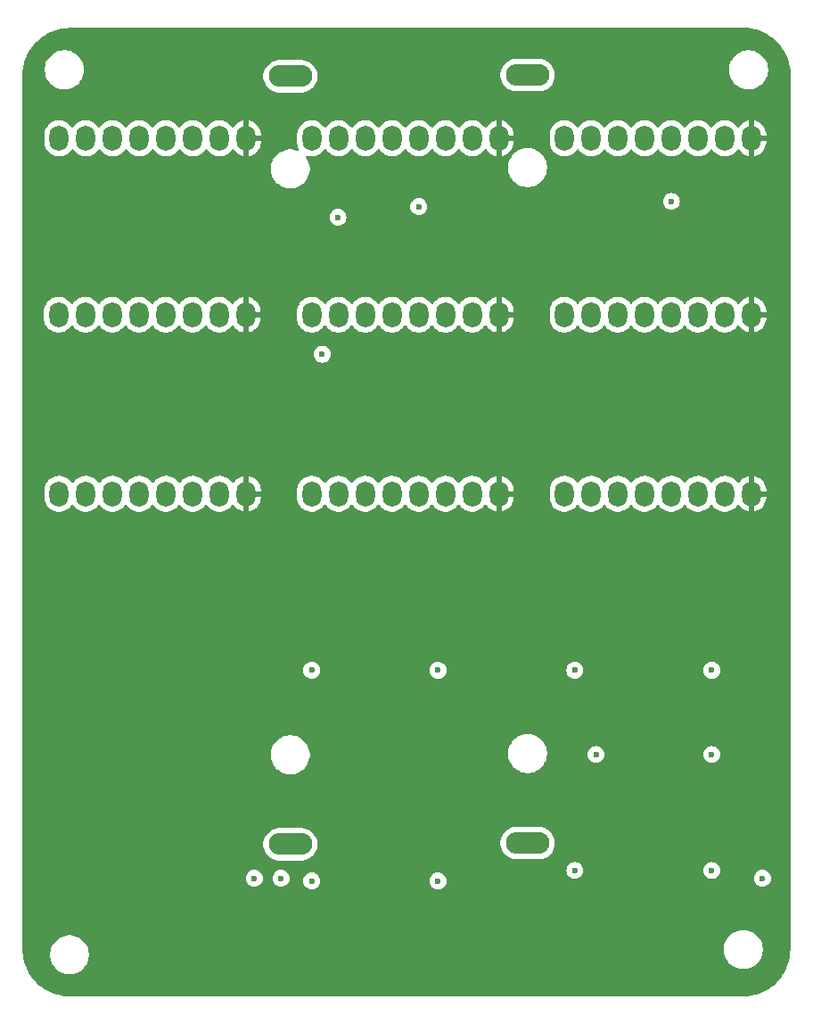
<source format=gbr>
%TF.GenerationSoftware,KiCad,Pcbnew,8.0.4*%
%TF.CreationDate,2024-08-28T17:55:56-04:00*%
%TF.ProjectId,imu-array,696d752d-6172-4726-9179-2e6b69636164,rev?*%
%TF.SameCoordinates,Original*%
%TF.FileFunction,Copper,L2,Inr*%
%TF.FilePolarity,Positive*%
%FSLAX46Y46*%
G04 Gerber Fmt 4.6, Leading zero omitted, Abs format (unit mm)*
G04 Created by KiCad (PCBNEW 8.0.4) date 2024-08-28 17:55:56*
%MOMM*%
%LPD*%
G01*
G04 APERTURE LIST*
%TA.AperFunction,ComponentPad*%
%ADD10O,4.140000X2.070000*%
%TD*%
%TA.AperFunction,ComponentPad*%
%ADD11O,1.800000X2.400000*%
%TD*%
%TA.AperFunction,ViaPad*%
%ADD12C,0.600000*%
%TD*%
G04 APERTURE END LIST*
D10*
%TO.N,GND*%
%TO.C,BT2*%
X173970000Y-33615000D03*
%TO.N,BATT+*%
X173970000Y-106515000D03*
%TD*%
%TO.N,GND*%
%TO.C,BT1*%
X196500000Y-33500000D03*
%TO.N,BATT+*%
X196500000Y-106400000D03*
%TD*%
D11*
%TO.N,unconnected-(U9-INT-Pad1)*%
%TO.C,U9*%
X200000000Y-73250000D03*
%TO.N,MPU9*%
X202540000Y-73250000D03*
%TO.N,unconnected-(U9-XCL-Pad3)*%
X205080000Y-73250000D03*
%TO.N,unconnected-(U9-XDA-Pad4)*%
X207620000Y-73250000D03*
%TO.N,SDA*%
X210160000Y-73250000D03*
%TO.N,SCL*%
X212700000Y-73250000D03*
%TO.N,GND*%
X215240000Y-73250000D03*
%TO.N,3v3*%
X217780000Y-73250000D03*
%TD*%
%TO.N,unconnected-(U8-INT-Pad1)*%
%TO.C,U8*%
X176000000Y-73250000D03*
%TO.N,MPU8*%
X178540000Y-73250000D03*
%TO.N,unconnected-(U8-XCL-Pad3)*%
X181080000Y-73250000D03*
%TO.N,unconnected-(U8-XDA-Pad4)*%
X183620000Y-73250000D03*
%TO.N,SDA*%
X186160000Y-73250000D03*
%TO.N,SCL*%
X188700000Y-73250000D03*
%TO.N,GND*%
X191240000Y-73250000D03*
%TO.N,3v3*%
X193780000Y-73250000D03*
%TD*%
%TO.N,unconnected-(U7-INT-Pad1)*%
%TO.C,U7*%
X152000000Y-73250000D03*
%TO.N,MPU7*%
X154540000Y-73250000D03*
%TO.N,unconnected-(U7-XCL-Pad3)*%
X157080000Y-73250000D03*
%TO.N,unconnected-(U7-XDA-Pad4)*%
X159620000Y-73250000D03*
%TO.N,SDA*%
X162160000Y-73250000D03*
%TO.N,SCL*%
X164700000Y-73250000D03*
%TO.N,GND*%
X167240000Y-73250000D03*
%TO.N,3v3*%
X169780000Y-73250000D03*
%TD*%
%TO.N,unconnected-(U6-INT-Pad1)*%
%TO.C,U6*%
X200000000Y-56250000D03*
%TO.N,MPU6*%
X202540000Y-56250000D03*
%TO.N,unconnected-(U6-XCL-Pad3)*%
X205080000Y-56250000D03*
%TO.N,unconnected-(U6-XDA-Pad4)*%
X207620000Y-56250000D03*
%TO.N,SDA*%
X210160000Y-56250000D03*
%TO.N,SCL*%
X212700000Y-56250000D03*
%TO.N,GND*%
X215240000Y-56250000D03*
%TO.N,3v3*%
X217780000Y-56250000D03*
%TD*%
%TO.N,unconnected-(U5-INT-Pad1)*%
%TO.C,U5*%
X176000000Y-56250000D03*
%TO.N,MPU5*%
X178540000Y-56250000D03*
%TO.N,unconnected-(U5-XCL-Pad3)*%
X181080000Y-56250000D03*
%TO.N,unconnected-(U5-XDA-Pad4)*%
X183620000Y-56250000D03*
%TO.N,SDA*%
X186160000Y-56250000D03*
%TO.N,SCL*%
X188700000Y-56250000D03*
%TO.N,GND*%
X191240000Y-56250000D03*
%TO.N,3v3*%
X193780000Y-56250000D03*
%TD*%
%TO.N,unconnected-(U4-INT-Pad1)*%
%TO.C,U4*%
X151960000Y-56250000D03*
%TO.N,MPU4*%
X154500000Y-56250000D03*
%TO.N,unconnected-(U4-XCL-Pad3)*%
X157040000Y-56250000D03*
%TO.N,unconnected-(U4-XDA-Pad4)*%
X159580000Y-56250000D03*
%TO.N,SDA*%
X162120000Y-56250000D03*
%TO.N,SCL*%
X164660000Y-56250000D03*
%TO.N,GND*%
X167200000Y-56250000D03*
%TO.N,3v3*%
X169740000Y-56250000D03*
%TD*%
%TO.N,unconnected-(U3-INT-Pad1)*%
%TO.C,U3*%
X200000000Y-39500000D03*
%TO.N,MPU3*%
X202540000Y-39500000D03*
%TO.N,unconnected-(U3-XCL-Pad3)*%
X205080000Y-39500000D03*
%TO.N,unconnected-(U3-XDA-Pad4)*%
X207620000Y-39500000D03*
%TO.N,SDA*%
X210160000Y-39500000D03*
%TO.N,SCL*%
X212700000Y-39500000D03*
%TO.N,GND*%
X215240000Y-39500000D03*
%TO.N,3v3*%
X217780000Y-39500000D03*
%TD*%
%TO.N,unconnected-(U2-INT-Pad1)*%
%TO.C,U2*%
X176000000Y-39500000D03*
%TO.N,MPU2*%
X178540000Y-39500000D03*
%TO.N,unconnected-(U2-XCL-Pad3)*%
X181080000Y-39500000D03*
%TO.N,unconnected-(U2-XDA-Pad4)*%
X183620000Y-39500000D03*
%TO.N,SDA*%
X186160000Y-39500000D03*
%TO.N,SCL*%
X188700000Y-39500000D03*
%TO.N,GND*%
X191240000Y-39500000D03*
%TO.N,3v3*%
X193780000Y-39500000D03*
%TD*%
%TO.N,unconnected-(U1-INT-Pad1)*%
%TO.C,U1*%
X152000000Y-39500000D03*
%TO.N,MPU1*%
X154540000Y-39500000D03*
%TO.N,unconnected-(U1-XCL-Pad3)*%
X157080000Y-39500000D03*
%TO.N,unconnected-(U1-XDA-Pad4)*%
X159620000Y-39500000D03*
%TO.N,SDA*%
X162160000Y-39500000D03*
%TO.N,SCL*%
X164700000Y-39500000D03*
%TO.N,GND*%
X167240000Y-39500000D03*
%TO.N,3v3*%
X169780000Y-39500000D03*
%TD*%
D12*
%TO.N,BATT+*%
X218810000Y-109750000D03*
%TO.N,MPU2*%
X214000000Y-98000000D03*
X178500000Y-47000000D03*
%TO.N,MPU5*%
X203000000Y-98000000D03*
X177000000Y-60000000D03*
%TO.N,SDA*%
X186160000Y-46000000D03*
X210160000Y-45500000D03*
X170550000Y-109750000D03*
%TO.N,SCL*%
X173090000Y-109750000D03*
%TO.N,3v3*%
X209000000Y-109000000D03*
%TO.N,GND*%
X214000000Y-109000000D03*
X201000000Y-109000000D03*
X188000000Y-110000000D03*
X176000000Y-110000000D03*
X176000000Y-90000000D03*
X188000000Y-90000000D03*
X201000000Y-90000000D03*
X214000000Y-90000000D03*
%TD*%
%TA.AperFunction,Conductor*%
%TO.N,3v3*%
G36*
X217002719Y-29000618D02*
G01*
X217386771Y-29017386D01*
X217397506Y-29018326D01*
X217775971Y-29068152D01*
X217786597Y-29070025D01*
X218159284Y-29152648D01*
X218169710Y-29155442D01*
X218533765Y-29270227D01*
X218543911Y-29273920D01*
X218896578Y-29420000D01*
X218906369Y-29424566D01*
X219244942Y-29600816D01*
X219254310Y-29606224D01*
X219576244Y-29811318D01*
X219585105Y-29817523D01*
X219887930Y-30049889D01*
X219896217Y-30056843D01*
X220177635Y-30314715D01*
X220185284Y-30322364D01*
X220443156Y-30603782D01*
X220450110Y-30612069D01*
X220682476Y-30914894D01*
X220688681Y-30923755D01*
X220893775Y-31245689D01*
X220899183Y-31255057D01*
X221075430Y-31593623D01*
X221080002Y-31603427D01*
X221226075Y-31956078D01*
X221229775Y-31966244D01*
X221344554Y-32330278D01*
X221347354Y-32340727D01*
X221429971Y-32713389D01*
X221431849Y-32724042D01*
X221481671Y-33102473D01*
X221482614Y-33113250D01*
X221499379Y-33497263D01*
X221499497Y-33502724D01*
X221463997Y-116390378D01*
X221463965Y-116390880D01*
X221463965Y-116461764D01*
X221463847Y-116467172D01*
X221447083Y-116851220D01*
X221446140Y-116861997D01*
X221396320Y-117240429D01*
X221394442Y-117251082D01*
X221311827Y-117623745D01*
X221309027Y-117634194D01*
X221194248Y-117998231D01*
X221190548Y-118008396D01*
X221044479Y-118361040D01*
X221039907Y-118370845D01*
X220863659Y-118709416D01*
X220858251Y-118718784D01*
X220653157Y-119040719D01*
X220646952Y-119049580D01*
X220414592Y-119352398D01*
X220407638Y-119360685D01*
X220149759Y-119642110D01*
X220142110Y-119649759D01*
X219860685Y-119907638D01*
X219852398Y-119914592D01*
X219549580Y-120146952D01*
X219540719Y-120153157D01*
X219218784Y-120358251D01*
X219209416Y-120363659D01*
X218870845Y-120539907D01*
X218861040Y-120544479D01*
X218508396Y-120690548D01*
X218498231Y-120694248D01*
X218134194Y-120809027D01*
X218123745Y-120811827D01*
X217751082Y-120894442D01*
X217740429Y-120896320D01*
X217361997Y-120946140D01*
X217351219Y-120947083D01*
X217054416Y-120960038D01*
X217041927Y-120959494D01*
X153042735Y-120963965D01*
X153038227Y-120963965D01*
X153032819Y-120963847D01*
X152648779Y-120947083D01*
X152638003Y-120946140D01*
X152448786Y-120921230D01*
X152259570Y-120896320D01*
X152248917Y-120894442D01*
X151876254Y-120811827D01*
X151865805Y-120809027D01*
X151501768Y-120694248D01*
X151491603Y-120690548D01*
X151138959Y-120544479D01*
X151129154Y-120539907D01*
X150790583Y-120363659D01*
X150781215Y-120358251D01*
X150459280Y-120153157D01*
X150450419Y-120146952D01*
X150147601Y-119914592D01*
X150139314Y-119907638D01*
X149857889Y-119649759D01*
X149850240Y-119642110D01*
X149592361Y-119360685D01*
X149585407Y-119352398D01*
X149353047Y-119049580D01*
X149346842Y-119040719D01*
X149141748Y-118718784D01*
X149136340Y-118709416D01*
X148960092Y-118370845D01*
X148955520Y-118361040D01*
X148809445Y-118008381D01*
X148805756Y-117998246D01*
X148690967Y-117634176D01*
X148688176Y-117623762D01*
X148605554Y-117251065D01*
X148603682Y-117240446D01*
X148556060Y-116878711D01*
X151149500Y-116878711D01*
X151149500Y-117121288D01*
X151181161Y-117361785D01*
X151243947Y-117596104D01*
X151296400Y-117722736D01*
X151336776Y-117820212D01*
X151458064Y-118030289D01*
X151458066Y-118030292D01*
X151458067Y-118030293D01*
X151605733Y-118222736D01*
X151605739Y-118222743D01*
X151777256Y-118394260D01*
X151777262Y-118394265D01*
X151969711Y-118541936D01*
X152179788Y-118663224D01*
X152403900Y-118756054D01*
X152638211Y-118818838D01*
X152818586Y-118842584D01*
X152878711Y-118850500D01*
X152878712Y-118850500D01*
X153121289Y-118850500D01*
X153169388Y-118844167D01*
X153361789Y-118818838D01*
X153596100Y-118756054D01*
X153820212Y-118663224D01*
X154030289Y-118541936D01*
X154222738Y-118394265D01*
X154394265Y-118222738D01*
X154541936Y-118030289D01*
X154663224Y-117820212D01*
X154756054Y-117596100D01*
X154818838Y-117361789D01*
X154850500Y-117121288D01*
X154850500Y-116878712D01*
X154848299Y-116861997D01*
X154818838Y-116638214D01*
X154818838Y-116638211D01*
X154756054Y-116403900D01*
X154753847Y-116398573D01*
X154745620Y-116378711D01*
X215149500Y-116378711D01*
X215149500Y-116621288D01*
X215181161Y-116861785D01*
X215243947Y-117096104D01*
X215254379Y-117121288D01*
X215336776Y-117320212D01*
X215458064Y-117530289D01*
X215458066Y-117530292D01*
X215458067Y-117530293D01*
X215605733Y-117722736D01*
X215605739Y-117722743D01*
X215777256Y-117894260D01*
X215777262Y-117894265D01*
X215969711Y-118041936D01*
X216179788Y-118163224D01*
X216403900Y-118256054D01*
X216638211Y-118318838D01*
X216818586Y-118342584D01*
X216878711Y-118350500D01*
X216878712Y-118350500D01*
X217121289Y-118350500D01*
X217169388Y-118344167D01*
X217361789Y-118318838D01*
X217596100Y-118256054D01*
X217820212Y-118163224D01*
X218030289Y-118041936D01*
X218222738Y-117894265D01*
X218394265Y-117722738D01*
X218541936Y-117530289D01*
X218663224Y-117320212D01*
X218756054Y-117096100D01*
X218818838Y-116861789D01*
X218850500Y-116621288D01*
X218850500Y-116378712D01*
X218818838Y-116138211D01*
X218756054Y-115903900D01*
X218663224Y-115679788D01*
X218541936Y-115469711D01*
X218394265Y-115277262D01*
X218394260Y-115277256D01*
X218222743Y-115105739D01*
X218222736Y-115105733D01*
X218030293Y-114958067D01*
X218030292Y-114958066D01*
X218030289Y-114958064D01*
X217820212Y-114836776D01*
X217820205Y-114836773D01*
X217596104Y-114743947D01*
X217361785Y-114681161D01*
X217121289Y-114649500D01*
X217121288Y-114649500D01*
X216878712Y-114649500D01*
X216878711Y-114649500D01*
X216638214Y-114681161D01*
X216403895Y-114743947D01*
X216179794Y-114836773D01*
X216179785Y-114836777D01*
X215969706Y-114958067D01*
X215777263Y-115105733D01*
X215777256Y-115105739D01*
X215605739Y-115277256D01*
X215605733Y-115277263D01*
X215458067Y-115469706D01*
X215336777Y-115679785D01*
X215336773Y-115679794D01*
X215243947Y-115903895D01*
X215181161Y-116138214D01*
X215149500Y-116378711D01*
X154745620Y-116378711D01*
X154663226Y-116179794D01*
X154663224Y-116179788D01*
X154541936Y-115969711D01*
X154394265Y-115777262D01*
X154394260Y-115777256D01*
X154222743Y-115605739D01*
X154222736Y-115605733D01*
X154030293Y-115458067D01*
X154030292Y-115458066D01*
X154030289Y-115458064D01*
X153820212Y-115336776D01*
X153820205Y-115336773D01*
X153596104Y-115243947D01*
X153361785Y-115181161D01*
X153121289Y-115149500D01*
X153121288Y-115149500D01*
X152878712Y-115149500D01*
X152878711Y-115149500D01*
X152638214Y-115181161D01*
X152403895Y-115243947D01*
X152179794Y-115336773D01*
X152179785Y-115336777D01*
X151969706Y-115458067D01*
X151777263Y-115605733D01*
X151777256Y-115605739D01*
X151605739Y-115777256D01*
X151605733Y-115777263D01*
X151458067Y-115969706D01*
X151336777Y-116179785D01*
X151336773Y-116179794D01*
X151243947Y-116403895D01*
X151181161Y-116638214D01*
X151149500Y-116878711D01*
X148556060Y-116878711D01*
X148553857Y-116861975D01*
X148552917Y-116851242D01*
X148536152Y-116467172D01*
X148536034Y-116461762D01*
X148536035Y-116398577D01*
X148536034Y-116398573D01*
X148536034Y-109749996D01*
X169744435Y-109749996D01*
X169744435Y-109750003D01*
X169764630Y-109929249D01*
X169764631Y-109929254D01*
X169824211Y-110099523D01*
X169920184Y-110252262D01*
X170047738Y-110379816D01*
X170200478Y-110475789D01*
X170370745Y-110535368D01*
X170370750Y-110535369D01*
X170549996Y-110555565D01*
X170550000Y-110555565D01*
X170550004Y-110555565D01*
X170729249Y-110535369D01*
X170729252Y-110535368D01*
X170729255Y-110535368D01*
X170899522Y-110475789D01*
X171052262Y-110379816D01*
X171179816Y-110252262D01*
X171275789Y-110099522D01*
X171335368Y-109929255D01*
X171335369Y-109929249D01*
X171355565Y-109750003D01*
X171355565Y-109749996D01*
X172284435Y-109749996D01*
X172284435Y-109750003D01*
X172304630Y-109929249D01*
X172304631Y-109929254D01*
X172364211Y-110099523D01*
X172460184Y-110252262D01*
X172587738Y-110379816D01*
X172740478Y-110475789D01*
X172910745Y-110535368D01*
X172910750Y-110535369D01*
X173089996Y-110555565D01*
X173090000Y-110555565D01*
X173090004Y-110555565D01*
X173269249Y-110535369D01*
X173269252Y-110535368D01*
X173269255Y-110535368D01*
X173439522Y-110475789D01*
X173592262Y-110379816D01*
X173719816Y-110252262D01*
X173815789Y-110099522D01*
X173850615Y-109999996D01*
X175194435Y-109999996D01*
X175194435Y-110000003D01*
X175214630Y-110179249D01*
X175214631Y-110179254D01*
X175274211Y-110349523D01*
X175353549Y-110475788D01*
X175370184Y-110502262D01*
X175497738Y-110629816D01*
X175650478Y-110725789D01*
X175820745Y-110785368D01*
X175820750Y-110785369D01*
X175999996Y-110805565D01*
X176000000Y-110805565D01*
X176000004Y-110805565D01*
X176179249Y-110785369D01*
X176179252Y-110785368D01*
X176179255Y-110785368D01*
X176349522Y-110725789D01*
X176502262Y-110629816D01*
X176629816Y-110502262D01*
X176725789Y-110349522D01*
X176785368Y-110179255D01*
X176805565Y-110000000D01*
X176805565Y-109999996D01*
X187194435Y-109999996D01*
X187194435Y-110000003D01*
X187214630Y-110179249D01*
X187214631Y-110179254D01*
X187274211Y-110349523D01*
X187353549Y-110475788D01*
X187370184Y-110502262D01*
X187497738Y-110629816D01*
X187650478Y-110725789D01*
X187820745Y-110785368D01*
X187820750Y-110785369D01*
X187999996Y-110805565D01*
X188000000Y-110805565D01*
X188000004Y-110805565D01*
X188179249Y-110785369D01*
X188179252Y-110785368D01*
X188179255Y-110785368D01*
X188349522Y-110725789D01*
X188502262Y-110629816D01*
X188629816Y-110502262D01*
X188725789Y-110349522D01*
X188785368Y-110179255D01*
X188805565Y-110000000D01*
X188797593Y-109929249D01*
X188785369Y-109820750D01*
X188785368Y-109820745D01*
X188725788Y-109650476D01*
X188686582Y-109588080D01*
X188629816Y-109497738D01*
X188502262Y-109370184D01*
X188469379Y-109349522D01*
X188349523Y-109274211D01*
X188179254Y-109214631D01*
X188179249Y-109214630D01*
X188000004Y-109194435D01*
X187999996Y-109194435D01*
X187820750Y-109214630D01*
X187820745Y-109214631D01*
X187650476Y-109274211D01*
X187497737Y-109370184D01*
X187370184Y-109497737D01*
X187274211Y-109650476D01*
X187214631Y-109820745D01*
X187214630Y-109820750D01*
X187194435Y-109999996D01*
X176805565Y-109999996D01*
X176797593Y-109929249D01*
X176785369Y-109820750D01*
X176785368Y-109820745D01*
X176725788Y-109650476D01*
X176686582Y-109588080D01*
X176629816Y-109497738D01*
X176502262Y-109370184D01*
X176469379Y-109349522D01*
X176349523Y-109274211D01*
X176179254Y-109214631D01*
X176179249Y-109214630D01*
X176000004Y-109194435D01*
X175999996Y-109194435D01*
X175820750Y-109214630D01*
X175820745Y-109214631D01*
X175650476Y-109274211D01*
X175497737Y-109370184D01*
X175370184Y-109497737D01*
X175274211Y-109650476D01*
X175214631Y-109820745D01*
X175214630Y-109820750D01*
X175194435Y-109999996D01*
X173850615Y-109999996D01*
X173875368Y-109929255D01*
X173875369Y-109929249D01*
X173895565Y-109750003D01*
X173895565Y-109749996D01*
X173875369Y-109570750D01*
X173875368Y-109570745D01*
X173815788Y-109400476D01*
X173719815Y-109247737D01*
X173592262Y-109120184D01*
X173439523Y-109024211D01*
X173370321Y-108999996D01*
X200194435Y-108999996D01*
X200194435Y-109000003D01*
X200214630Y-109179249D01*
X200214631Y-109179254D01*
X200274211Y-109349523D01*
X200367341Y-109497737D01*
X200370184Y-109502262D01*
X200497738Y-109629816D01*
X200650478Y-109725789D01*
X200719678Y-109750003D01*
X200820745Y-109785368D01*
X200820750Y-109785369D01*
X200999996Y-109805565D01*
X201000000Y-109805565D01*
X201000004Y-109805565D01*
X201179249Y-109785369D01*
X201179252Y-109785368D01*
X201179255Y-109785368D01*
X201349522Y-109725789D01*
X201502262Y-109629816D01*
X201629816Y-109502262D01*
X201725789Y-109349522D01*
X201785368Y-109179255D01*
X201805565Y-109000000D01*
X201805565Y-108999996D01*
X213194435Y-108999996D01*
X213194435Y-109000003D01*
X213214630Y-109179249D01*
X213214631Y-109179254D01*
X213274211Y-109349523D01*
X213367341Y-109497737D01*
X213370184Y-109502262D01*
X213497738Y-109629816D01*
X213650478Y-109725789D01*
X213719678Y-109750003D01*
X213820745Y-109785368D01*
X213820750Y-109785369D01*
X213999996Y-109805565D01*
X214000000Y-109805565D01*
X214000004Y-109805565D01*
X214179249Y-109785369D01*
X214179252Y-109785368D01*
X214179255Y-109785368D01*
X214280342Y-109749996D01*
X218004435Y-109749996D01*
X218004435Y-109750003D01*
X218024630Y-109929249D01*
X218024631Y-109929254D01*
X218084211Y-110099523D01*
X218180184Y-110252262D01*
X218307738Y-110379816D01*
X218460478Y-110475789D01*
X218630745Y-110535368D01*
X218630750Y-110535369D01*
X218809996Y-110555565D01*
X218810000Y-110555565D01*
X218810004Y-110555565D01*
X218989249Y-110535369D01*
X218989252Y-110535368D01*
X218989255Y-110535368D01*
X219159522Y-110475789D01*
X219312262Y-110379816D01*
X219439816Y-110252262D01*
X219535789Y-110099522D01*
X219595368Y-109929255D01*
X219595369Y-109929249D01*
X219615565Y-109750003D01*
X219615565Y-109749996D01*
X219595369Y-109570750D01*
X219595368Y-109570745D01*
X219535788Y-109400476D01*
X219439815Y-109247737D01*
X219312262Y-109120184D01*
X219159523Y-109024211D01*
X218989254Y-108964631D01*
X218989249Y-108964630D01*
X218810004Y-108944435D01*
X218809996Y-108944435D01*
X218630750Y-108964630D01*
X218630745Y-108964631D01*
X218460476Y-109024211D01*
X218307737Y-109120184D01*
X218180184Y-109247737D01*
X218084211Y-109400476D01*
X218024631Y-109570745D01*
X218024630Y-109570750D01*
X218004435Y-109749996D01*
X214280342Y-109749996D01*
X214349522Y-109725789D01*
X214502262Y-109629816D01*
X214629816Y-109502262D01*
X214725789Y-109349522D01*
X214785368Y-109179255D01*
X214805565Y-109000000D01*
X214799304Y-108944435D01*
X214785369Y-108820750D01*
X214785368Y-108820745D01*
X214725788Y-108650476D01*
X214629815Y-108497737D01*
X214502262Y-108370184D01*
X214349523Y-108274211D01*
X214179254Y-108214631D01*
X214179249Y-108214630D01*
X214000004Y-108194435D01*
X213999996Y-108194435D01*
X213820750Y-108214630D01*
X213820745Y-108214631D01*
X213650476Y-108274211D01*
X213497737Y-108370184D01*
X213370184Y-108497737D01*
X213274211Y-108650476D01*
X213214631Y-108820745D01*
X213214630Y-108820750D01*
X213194435Y-108999996D01*
X201805565Y-108999996D01*
X201799304Y-108944435D01*
X201785369Y-108820750D01*
X201785368Y-108820745D01*
X201725788Y-108650476D01*
X201629815Y-108497737D01*
X201502262Y-108370184D01*
X201349523Y-108274211D01*
X201179254Y-108214631D01*
X201179249Y-108214630D01*
X201000004Y-108194435D01*
X200999996Y-108194435D01*
X200820750Y-108214630D01*
X200820745Y-108214631D01*
X200650476Y-108274211D01*
X200497737Y-108370184D01*
X200370184Y-108497737D01*
X200274211Y-108650476D01*
X200214631Y-108820745D01*
X200214630Y-108820750D01*
X200194435Y-108999996D01*
X173370321Y-108999996D01*
X173269254Y-108964631D01*
X173269249Y-108964630D01*
X173090004Y-108944435D01*
X173089996Y-108944435D01*
X172910750Y-108964630D01*
X172910745Y-108964631D01*
X172740476Y-109024211D01*
X172587737Y-109120184D01*
X172460184Y-109247737D01*
X172364211Y-109400476D01*
X172304631Y-109570745D01*
X172304630Y-109570750D01*
X172284435Y-109749996D01*
X171355565Y-109749996D01*
X171335369Y-109570750D01*
X171335368Y-109570745D01*
X171275788Y-109400476D01*
X171179815Y-109247737D01*
X171052262Y-109120184D01*
X170899523Y-109024211D01*
X170729254Y-108964631D01*
X170729249Y-108964630D01*
X170550004Y-108944435D01*
X170549996Y-108944435D01*
X170370750Y-108964630D01*
X170370745Y-108964631D01*
X170200476Y-109024211D01*
X170047737Y-109120184D01*
X169920184Y-109247737D01*
X169824211Y-109400476D01*
X169764631Y-109570745D01*
X169764630Y-109570750D01*
X169744435Y-109749996D01*
X148536034Y-109749996D01*
X148536034Y-106394148D01*
X171399500Y-106394148D01*
X171399500Y-106635851D01*
X171437308Y-106874564D01*
X171511997Y-107104431D01*
X171621725Y-107319780D01*
X171763780Y-107515304D01*
X171763784Y-107515309D01*
X171934690Y-107686215D01*
X171934695Y-107686219D01*
X171971938Y-107713277D01*
X172130223Y-107828277D01*
X172266455Y-107897691D01*
X172345568Y-107938002D01*
X172345570Y-107938002D01*
X172345573Y-107938004D01*
X172468786Y-107978038D01*
X172575435Y-108012691D01*
X172814149Y-108050500D01*
X172814154Y-108050500D01*
X175125851Y-108050500D01*
X175364564Y-108012691D01*
X175594427Y-107938004D01*
X175809777Y-107828277D01*
X176005311Y-107686214D01*
X176176214Y-107515311D01*
X176318277Y-107319777D01*
X176428004Y-107104427D01*
X176502691Y-106874564D01*
X176520905Y-106759564D01*
X176540500Y-106635851D01*
X176540500Y-106394148D01*
X176522286Y-106279148D01*
X193929500Y-106279148D01*
X193929500Y-106520851D01*
X193967308Y-106759564D01*
X194041997Y-106989431D01*
X194151725Y-107204780D01*
X194293780Y-107400304D01*
X194293784Y-107400309D01*
X194464690Y-107571215D01*
X194464695Y-107571219D01*
X194622974Y-107686214D01*
X194660223Y-107713277D01*
X194797441Y-107783193D01*
X194875568Y-107823002D01*
X194875570Y-107823002D01*
X194875573Y-107823004D01*
X194998786Y-107863038D01*
X195105435Y-107897691D01*
X195344149Y-107935500D01*
X195344154Y-107935500D01*
X197655851Y-107935500D01*
X197894564Y-107897691D01*
X198124427Y-107823004D01*
X198339777Y-107713277D01*
X198535311Y-107571214D01*
X198706214Y-107400311D01*
X198848277Y-107204777D01*
X198958004Y-106989427D01*
X199032691Y-106759564D01*
X199070500Y-106520851D01*
X199070500Y-106279148D01*
X199032691Y-106040435D01*
X198958002Y-105810568D01*
X198906871Y-105710219D01*
X198848277Y-105595223D01*
X198830126Y-105570241D01*
X198706219Y-105399695D01*
X198706215Y-105399690D01*
X198535309Y-105228784D01*
X198535304Y-105228780D01*
X198339780Y-105086725D01*
X198339779Y-105086724D01*
X198339777Y-105086723D01*
X198272528Y-105052457D01*
X198124431Y-104976997D01*
X197894564Y-104902308D01*
X197655851Y-104864500D01*
X197655846Y-104864500D01*
X195344154Y-104864500D01*
X195344149Y-104864500D01*
X195105435Y-104902308D01*
X194875568Y-104976997D01*
X194660219Y-105086725D01*
X194464695Y-105228780D01*
X194464690Y-105228784D01*
X194293784Y-105399690D01*
X194293780Y-105399695D01*
X194151725Y-105595219D01*
X194041997Y-105810568D01*
X193967308Y-106040435D01*
X193929500Y-106279148D01*
X176522286Y-106279148D01*
X176502691Y-106155435D01*
X176428002Y-105925568D01*
X176369408Y-105810573D01*
X176318277Y-105710223D01*
X176234722Y-105595219D01*
X176176219Y-105514695D01*
X176176215Y-105514690D01*
X176005309Y-105343784D01*
X176005304Y-105343780D01*
X175809780Y-105201725D01*
X175809779Y-105201724D01*
X175809777Y-105201723D01*
X175742528Y-105167457D01*
X175594431Y-105091997D01*
X175364564Y-105017308D01*
X175125851Y-104979500D01*
X175125846Y-104979500D01*
X172814154Y-104979500D01*
X172814149Y-104979500D01*
X172575435Y-105017308D01*
X172345568Y-105091997D01*
X172130219Y-105201725D01*
X171934695Y-105343780D01*
X171934690Y-105343784D01*
X171763784Y-105514690D01*
X171763780Y-105514695D01*
X171621725Y-105710219D01*
X171511997Y-105925568D01*
X171437308Y-106155435D01*
X171399500Y-106394148D01*
X148536034Y-106394148D01*
X148536034Y-97898711D01*
X172119500Y-97898711D01*
X172119500Y-98141288D01*
X172151161Y-98381785D01*
X172213947Y-98616104D01*
X172284059Y-98785368D01*
X172306776Y-98840212D01*
X172428064Y-99050289D01*
X172428066Y-99050292D01*
X172428067Y-99050293D01*
X172575733Y-99242736D01*
X172575739Y-99242743D01*
X172747256Y-99414260D01*
X172747263Y-99414266D01*
X172789840Y-99446936D01*
X172939711Y-99561936D01*
X173149788Y-99683224D01*
X173373900Y-99776054D01*
X173608211Y-99838838D01*
X173788586Y-99862584D01*
X173848711Y-99870500D01*
X173848712Y-99870500D01*
X174091289Y-99870500D01*
X174139388Y-99864167D01*
X174331789Y-99838838D01*
X174566100Y-99776054D01*
X174790212Y-99683224D01*
X175000289Y-99561936D01*
X175192738Y-99414265D01*
X175364265Y-99242738D01*
X175511936Y-99050289D01*
X175633224Y-98840212D01*
X175726054Y-98616100D01*
X175788838Y-98381789D01*
X175820500Y-98141288D01*
X175820500Y-97898712D01*
X175805360Y-97783711D01*
X194649500Y-97783711D01*
X194649500Y-98026288D01*
X194681161Y-98266785D01*
X194743947Y-98501104D01*
X194836773Y-98725205D01*
X194836777Y-98725214D01*
X194837109Y-98725789D01*
X194958064Y-98935289D01*
X194958066Y-98935292D01*
X194958067Y-98935293D01*
X195105733Y-99127736D01*
X195105739Y-99127743D01*
X195277256Y-99299260D01*
X195277262Y-99299265D01*
X195469711Y-99446936D01*
X195679788Y-99568224D01*
X195903900Y-99661054D01*
X196138211Y-99723838D01*
X196318586Y-99747584D01*
X196378711Y-99755500D01*
X196378712Y-99755500D01*
X196621289Y-99755500D01*
X196669388Y-99749167D01*
X196861789Y-99723838D01*
X197096100Y-99661054D01*
X197320212Y-99568224D01*
X197530289Y-99446936D01*
X197722738Y-99299265D01*
X197894265Y-99127738D01*
X198041936Y-98935289D01*
X198163224Y-98725212D01*
X198256054Y-98501100D01*
X198318838Y-98266789D01*
X198350500Y-98026288D01*
X198350500Y-97999996D01*
X202194435Y-97999996D01*
X202194435Y-98000003D01*
X202214630Y-98179249D01*
X202214631Y-98179254D01*
X202274211Y-98349523D01*
X202369454Y-98501100D01*
X202370184Y-98502262D01*
X202497738Y-98629816D01*
X202588080Y-98686582D01*
X202649562Y-98725214D01*
X202650478Y-98725789D01*
X202820745Y-98785368D01*
X202820750Y-98785369D01*
X202999996Y-98805565D01*
X203000000Y-98805565D01*
X203000004Y-98805565D01*
X203179249Y-98785369D01*
X203179252Y-98785368D01*
X203179255Y-98785368D01*
X203349522Y-98725789D01*
X203502262Y-98629816D01*
X203629816Y-98502262D01*
X203725789Y-98349522D01*
X203785368Y-98179255D01*
X203805565Y-98000000D01*
X203805565Y-97999996D01*
X213194435Y-97999996D01*
X213194435Y-98000003D01*
X213214630Y-98179249D01*
X213214631Y-98179254D01*
X213274211Y-98349523D01*
X213369454Y-98501100D01*
X213370184Y-98502262D01*
X213497738Y-98629816D01*
X213588080Y-98686582D01*
X213649562Y-98725214D01*
X213650478Y-98725789D01*
X213820745Y-98785368D01*
X213820750Y-98785369D01*
X213999996Y-98805565D01*
X214000000Y-98805565D01*
X214000004Y-98805565D01*
X214179249Y-98785369D01*
X214179252Y-98785368D01*
X214179255Y-98785368D01*
X214349522Y-98725789D01*
X214502262Y-98629816D01*
X214629816Y-98502262D01*
X214725789Y-98349522D01*
X214785368Y-98179255D01*
X214805565Y-98000000D01*
X214785368Y-97820745D01*
X214725789Y-97650478D01*
X214629816Y-97497738D01*
X214502262Y-97370184D01*
X214349523Y-97274211D01*
X214179254Y-97214631D01*
X214179249Y-97214630D01*
X214000004Y-97194435D01*
X213999996Y-97194435D01*
X213820750Y-97214630D01*
X213820745Y-97214631D01*
X213650476Y-97274211D01*
X213497737Y-97370184D01*
X213370184Y-97497737D01*
X213274211Y-97650476D01*
X213214631Y-97820745D01*
X213214630Y-97820750D01*
X213194435Y-97999996D01*
X203805565Y-97999996D01*
X203785368Y-97820745D01*
X203725789Y-97650478D01*
X203629816Y-97497738D01*
X203502262Y-97370184D01*
X203349523Y-97274211D01*
X203179254Y-97214631D01*
X203179249Y-97214630D01*
X203000004Y-97194435D01*
X202999996Y-97194435D01*
X202820750Y-97214630D01*
X202820745Y-97214631D01*
X202650476Y-97274211D01*
X202497737Y-97370184D01*
X202370184Y-97497737D01*
X202274211Y-97650476D01*
X202214631Y-97820745D01*
X202214630Y-97820750D01*
X202194435Y-97999996D01*
X198350500Y-97999996D01*
X198350500Y-97783712D01*
X198318838Y-97543211D01*
X198256054Y-97308900D01*
X198163224Y-97084788D01*
X198041936Y-96874711D01*
X197894265Y-96682262D01*
X197894260Y-96682256D01*
X197722743Y-96510739D01*
X197722736Y-96510733D01*
X197530293Y-96363067D01*
X197530292Y-96363066D01*
X197530289Y-96363064D01*
X197320212Y-96241776D01*
X197320205Y-96241773D01*
X197096104Y-96148947D01*
X196861785Y-96086161D01*
X196621289Y-96054500D01*
X196621288Y-96054500D01*
X196378712Y-96054500D01*
X196378711Y-96054500D01*
X196138214Y-96086161D01*
X195903895Y-96148947D01*
X195679794Y-96241773D01*
X195679785Y-96241777D01*
X195497851Y-96346817D01*
X195480601Y-96356777D01*
X195469706Y-96363067D01*
X195277263Y-96510733D01*
X195277256Y-96510739D01*
X195105739Y-96682256D01*
X195105733Y-96682263D01*
X194958067Y-96874706D01*
X194836777Y-97084785D01*
X194836773Y-97084794D01*
X194743947Y-97308895D01*
X194681161Y-97543214D01*
X194649500Y-97783711D01*
X175805360Y-97783711D01*
X175788838Y-97658211D01*
X175726054Y-97423900D01*
X175633224Y-97199788D01*
X175511936Y-96989711D01*
X175364265Y-96797262D01*
X175364260Y-96797256D01*
X175192743Y-96625739D01*
X175192736Y-96625733D01*
X175000293Y-96478067D01*
X175000292Y-96478066D01*
X175000289Y-96478064D01*
X174828661Y-96378974D01*
X174790214Y-96356777D01*
X174790205Y-96356773D01*
X174566104Y-96263947D01*
X174331785Y-96201161D01*
X174091289Y-96169500D01*
X174091288Y-96169500D01*
X173848712Y-96169500D01*
X173848711Y-96169500D01*
X173608214Y-96201161D01*
X173373895Y-96263947D01*
X173149794Y-96356773D01*
X173149785Y-96356777D01*
X172939706Y-96478067D01*
X172747263Y-96625733D01*
X172747256Y-96625739D01*
X172575739Y-96797256D01*
X172575733Y-96797263D01*
X172428067Y-96989706D01*
X172306777Y-97199785D01*
X172306773Y-97199794D01*
X172213947Y-97423895D01*
X172151161Y-97658214D01*
X172119500Y-97898711D01*
X148536034Y-97898711D01*
X148536034Y-89999996D01*
X175194435Y-89999996D01*
X175194435Y-90000003D01*
X175214630Y-90179249D01*
X175214631Y-90179254D01*
X175274211Y-90349523D01*
X175370184Y-90502262D01*
X175497738Y-90629816D01*
X175650478Y-90725789D01*
X175820745Y-90785368D01*
X175820750Y-90785369D01*
X175999996Y-90805565D01*
X176000000Y-90805565D01*
X176000004Y-90805565D01*
X176179249Y-90785369D01*
X176179252Y-90785368D01*
X176179255Y-90785368D01*
X176349522Y-90725789D01*
X176502262Y-90629816D01*
X176629816Y-90502262D01*
X176725789Y-90349522D01*
X176785368Y-90179255D01*
X176805565Y-90000000D01*
X176805565Y-89999996D01*
X187194435Y-89999996D01*
X187194435Y-90000003D01*
X187214630Y-90179249D01*
X187214631Y-90179254D01*
X187274211Y-90349523D01*
X187370184Y-90502262D01*
X187497738Y-90629816D01*
X187650478Y-90725789D01*
X187820745Y-90785368D01*
X187820750Y-90785369D01*
X187999996Y-90805565D01*
X188000000Y-90805565D01*
X188000004Y-90805565D01*
X188179249Y-90785369D01*
X188179252Y-90785368D01*
X188179255Y-90785368D01*
X188349522Y-90725789D01*
X188502262Y-90629816D01*
X188629816Y-90502262D01*
X188725789Y-90349522D01*
X188785368Y-90179255D01*
X188805565Y-90000000D01*
X188805565Y-89999996D01*
X200194435Y-89999996D01*
X200194435Y-90000003D01*
X200214630Y-90179249D01*
X200214631Y-90179254D01*
X200274211Y-90349523D01*
X200370184Y-90502262D01*
X200497738Y-90629816D01*
X200650478Y-90725789D01*
X200820745Y-90785368D01*
X200820750Y-90785369D01*
X200999996Y-90805565D01*
X201000000Y-90805565D01*
X201000004Y-90805565D01*
X201179249Y-90785369D01*
X201179252Y-90785368D01*
X201179255Y-90785368D01*
X201349522Y-90725789D01*
X201502262Y-90629816D01*
X201629816Y-90502262D01*
X201725789Y-90349522D01*
X201785368Y-90179255D01*
X201805565Y-90000000D01*
X201805565Y-89999996D01*
X213194435Y-89999996D01*
X213194435Y-90000003D01*
X213214630Y-90179249D01*
X213214631Y-90179254D01*
X213274211Y-90349523D01*
X213370184Y-90502262D01*
X213497738Y-90629816D01*
X213650478Y-90725789D01*
X213820745Y-90785368D01*
X213820750Y-90785369D01*
X213999996Y-90805565D01*
X214000000Y-90805565D01*
X214000004Y-90805565D01*
X214179249Y-90785369D01*
X214179252Y-90785368D01*
X214179255Y-90785368D01*
X214349522Y-90725789D01*
X214502262Y-90629816D01*
X214629816Y-90502262D01*
X214725789Y-90349522D01*
X214785368Y-90179255D01*
X214805565Y-90000000D01*
X214785368Y-89820745D01*
X214725789Y-89650478D01*
X214629816Y-89497738D01*
X214502262Y-89370184D01*
X214349523Y-89274211D01*
X214179254Y-89214631D01*
X214179249Y-89214630D01*
X214000004Y-89194435D01*
X213999996Y-89194435D01*
X213820750Y-89214630D01*
X213820745Y-89214631D01*
X213650476Y-89274211D01*
X213497737Y-89370184D01*
X213370184Y-89497737D01*
X213274211Y-89650476D01*
X213214631Y-89820745D01*
X213214630Y-89820750D01*
X213194435Y-89999996D01*
X201805565Y-89999996D01*
X201785368Y-89820745D01*
X201725789Y-89650478D01*
X201629816Y-89497738D01*
X201502262Y-89370184D01*
X201349523Y-89274211D01*
X201179254Y-89214631D01*
X201179249Y-89214630D01*
X201000004Y-89194435D01*
X200999996Y-89194435D01*
X200820750Y-89214630D01*
X200820745Y-89214631D01*
X200650476Y-89274211D01*
X200497737Y-89370184D01*
X200370184Y-89497737D01*
X200274211Y-89650476D01*
X200214631Y-89820745D01*
X200214630Y-89820750D01*
X200194435Y-89999996D01*
X188805565Y-89999996D01*
X188785368Y-89820745D01*
X188725789Y-89650478D01*
X188629816Y-89497738D01*
X188502262Y-89370184D01*
X188349523Y-89274211D01*
X188179254Y-89214631D01*
X188179249Y-89214630D01*
X188000004Y-89194435D01*
X187999996Y-89194435D01*
X187820750Y-89214630D01*
X187820745Y-89214631D01*
X187650476Y-89274211D01*
X187497737Y-89370184D01*
X187370184Y-89497737D01*
X187274211Y-89650476D01*
X187214631Y-89820745D01*
X187214630Y-89820750D01*
X187194435Y-89999996D01*
X176805565Y-89999996D01*
X176785368Y-89820745D01*
X176725789Y-89650478D01*
X176629816Y-89497738D01*
X176502262Y-89370184D01*
X176349523Y-89274211D01*
X176179254Y-89214631D01*
X176179249Y-89214630D01*
X176000004Y-89194435D01*
X175999996Y-89194435D01*
X175820750Y-89214630D01*
X175820745Y-89214631D01*
X175650476Y-89274211D01*
X175497737Y-89370184D01*
X175370184Y-89497737D01*
X175274211Y-89650476D01*
X175214631Y-89820745D01*
X175214630Y-89820750D01*
X175194435Y-89999996D01*
X148536034Y-89999996D01*
X148536034Y-72839778D01*
X150599500Y-72839778D01*
X150599500Y-73660222D01*
X150616742Y-73769086D01*
X150633985Y-73877952D01*
X150702103Y-74087603D01*
X150702104Y-74087606D01*
X150770122Y-74221096D01*
X150797129Y-74274100D01*
X150802187Y-74284025D01*
X150931752Y-74462358D01*
X150931756Y-74462363D01*
X151087636Y-74618243D01*
X151087641Y-74618247D01*
X151243192Y-74731260D01*
X151265978Y-74747815D01*
X151394375Y-74813237D01*
X151462393Y-74847895D01*
X151462396Y-74847896D01*
X151567221Y-74881955D01*
X151672049Y-74916015D01*
X151889778Y-74950500D01*
X151889779Y-74950500D01*
X152110221Y-74950500D01*
X152110222Y-74950500D01*
X152327951Y-74916015D01*
X152537606Y-74847895D01*
X152734022Y-74747815D01*
X152912365Y-74618242D01*
X153068242Y-74462365D01*
X153078804Y-74447826D01*
X153169682Y-74322745D01*
X153225011Y-74280079D01*
X153294625Y-74274100D01*
X153356420Y-74306705D01*
X153370318Y-74322745D01*
X153471752Y-74462358D01*
X153471756Y-74462363D01*
X153627636Y-74618243D01*
X153627641Y-74618247D01*
X153783192Y-74731260D01*
X153805978Y-74747815D01*
X153934375Y-74813237D01*
X154002393Y-74847895D01*
X154002396Y-74847896D01*
X154107221Y-74881955D01*
X154212049Y-74916015D01*
X154429778Y-74950500D01*
X154429779Y-74950500D01*
X154650221Y-74950500D01*
X154650222Y-74950500D01*
X154867951Y-74916015D01*
X155077606Y-74847895D01*
X155274022Y-74747815D01*
X155452365Y-74618242D01*
X155608242Y-74462365D01*
X155618804Y-74447826D01*
X155709682Y-74322745D01*
X155765011Y-74280079D01*
X155834625Y-74274100D01*
X155896420Y-74306705D01*
X155910318Y-74322745D01*
X156011752Y-74462358D01*
X156011756Y-74462363D01*
X156167636Y-74618243D01*
X156167641Y-74618247D01*
X156323192Y-74731260D01*
X156345978Y-74747815D01*
X156474375Y-74813237D01*
X156542393Y-74847895D01*
X156542396Y-74847896D01*
X156647221Y-74881955D01*
X156752049Y-74916015D01*
X156969778Y-74950500D01*
X156969779Y-74950500D01*
X157190221Y-74950500D01*
X157190222Y-74950500D01*
X157407951Y-74916015D01*
X157617606Y-74847895D01*
X157814022Y-74747815D01*
X157992365Y-74618242D01*
X158148242Y-74462365D01*
X158158804Y-74447826D01*
X158249682Y-74322745D01*
X158305011Y-74280079D01*
X158374625Y-74274100D01*
X158436420Y-74306705D01*
X158450318Y-74322745D01*
X158551752Y-74462358D01*
X158551756Y-74462363D01*
X158707636Y-74618243D01*
X158707641Y-74618247D01*
X158863192Y-74731260D01*
X158885978Y-74747815D01*
X159014375Y-74813237D01*
X159082393Y-74847895D01*
X159082396Y-74847896D01*
X159187221Y-74881955D01*
X159292049Y-74916015D01*
X159509778Y-74950500D01*
X159509779Y-74950500D01*
X159730221Y-74950500D01*
X159730222Y-74950500D01*
X159947951Y-74916015D01*
X160157606Y-74847895D01*
X160354022Y-74747815D01*
X160532365Y-74618242D01*
X160688242Y-74462365D01*
X160698804Y-74447826D01*
X160789682Y-74322745D01*
X160845011Y-74280079D01*
X160914625Y-74274100D01*
X160976420Y-74306705D01*
X160990318Y-74322745D01*
X161091752Y-74462358D01*
X161091756Y-74462363D01*
X161247636Y-74618243D01*
X161247641Y-74618247D01*
X161403192Y-74731260D01*
X161425978Y-74747815D01*
X161554375Y-74813237D01*
X161622393Y-74847895D01*
X161622396Y-74847896D01*
X161727221Y-74881955D01*
X161832049Y-74916015D01*
X162049778Y-74950500D01*
X162049779Y-74950500D01*
X162270221Y-74950500D01*
X162270222Y-74950500D01*
X162487951Y-74916015D01*
X162697606Y-74847895D01*
X162894022Y-74747815D01*
X163072365Y-74618242D01*
X163228242Y-74462365D01*
X163238804Y-74447826D01*
X163329682Y-74322745D01*
X163385011Y-74280079D01*
X163454625Y-74274100D01*
X163516420Y-74306705D01*
X163530318Y-74322745D01*
X163631752Y-74462358D01*
X163631756Y-74462363D01*
X163787636Y-74618243D01*
X163787641Y-74618247D01*
X163943192Y-74731260D01*
X163965978Y-74747815D01*
X164094375Y-74813237D01*
X164162393Y-74847895D01*
X164162396Y-74847896D01*
X164267221Y-74881955D01*
X164372049Y-74916015D01*
X164589778Y-74950500D01*
X164589779Y-74950500D01*
X164810221Y-74950500D01*
X164810222Y-74950500D01*
X165027951Y-74916015D01*
X165237606Y-74847895D01*
X165434022Y-74747815D01*
X165612365Y-74618242D01*
X165768242Y-74462365D01*
X165778804Y-74447826D01*
X165869682Y-74322745D01*
X165925011Y-74280079D01*
X165994625Y-74274100D01*
X166056420Y-74306705D01*
X166070318Y-74322745D01*
X166171752Y-74462358D01*
X166171756Y-74462363D01*
X166327636Y-74618243D01*
X166327641Y-74618247D01*
X166483192Y-74731260D01*
X166505978Y-74747815D01*
X166634375Y-74813237D01*
X166702393Y-74847895D01*
X166702396Y-74847896D01*
X166807221Y-74881955D01*
X166912049Y-74916015D01*
X167129778Y-74950500D01*
X167129779Y-74950500D01*
X167350221Y-74950500D01*
X167350222Y-74950500D01*
X167567951Y-74916015D01*
X167777606Y-74847895D01*
X167974022Y-74747815D01*
X168152365Y-74618242D01*
X168308242Y-74462365D01*
X168409991Y-74322317D01*
X168465320Y-74279653D01*
X168534933Y-74273674D01*
X168596729Y-74306279D01*
X168610627Y-74322318D01*
X168712142Y-74462041D01*
X168867958Y-74617857D01*
X169046239Y-74747386D01*
X169242589Y-74847432D01*
X169452163Y-74915526D01*
X169529999Y-74927854D01*
X169530000Y-74927854D01*
X169530000Y-73683012D01*
X169587007Y-73715925D01*
X169714174Y-73750000D01*
X169845826Y-73750000D01*
X169972993Y-73715925D01*
X170030000Y-73683012D01*
X170030000Y-74927854D01*
X170107834Y-74915526D01*
X170107837Y-74915526D01*
X170317410Y-74847432D01*
X170513760Y-74747386D01*
X170692041Y-74617857D01*
X170847857Y-74462041D01*
X170977386Y-74283760D01*
X171077432Y-74087410D01*
X171145526Y-73877835D01*
X171180000Y-73660181D01*
X171180000Y-73500000D01*
X170213012Y-73500000D01*
X170245925Y-73442993D01*
X170280000Y-73315826D01*
X170280000Y-73184174D01*
X170245925Y-73057007D01*
X170213012Y-73000000D01*
X171180000Y-73000000D01*
X171180000Y-72839818D01*
X171179994Y-72839778D01*
X174599500Y-72839778D01*
X174599500Y-73660222D01*
X174616742Y-73769086D01*
X174633985Y-73877952D01*
X174702103Y-74087603D01*
X174702104Y-74087606D01*
X174770122Y-74221096D01*
X174797129Y-74274100D01*
X174802187Y-74284025D01*
X174931752Y-74462358D01*
X174931756Y-74462363D01*
X175087636Y-74618243D01*
X175087641Y-74618247D01*
X175243192Y-74731260D01*
X175265978Y-74747815D01*
X175394375Y-74813237D01*
X175462393Y-74847895D01*
X175462396Y-74847896D01*
X175567221Y-74881955D01*
X175672049Y-74916015D01*
X175889778Y-74950500D01*
X175889779Y-74950500D01*
X176110221Y-74950500D01*
X176110222Y-74950500D01*
X176327951Y-74916015D01*
X176537606Y-74847895D01*
X176734022Y-74747815D01*
X176912365Y-74618242D01*
X177068242Y-74462365D01*
X177078804Y-74447826D01*
X177169682Y-74322745D01*
X177225011Y-74280079D01*
X177294625Y-74274100D01*
X177356420Y-74306705D01*
X177370318Y-74322745D01*
X177471752Y-74462358D01*
X177471756Y-74462363D01*
X177627636Y-74618243D01*
X177627641Y-74618247D01*
X177783192Y-74731260D01*
X177805978Y-74747815D01*
X177934375Y-74813237D01*
X178002393Y-74847895D01*
X178002396Y-74847896D01*
X178107221Y-74881955D01*
X178212049Y-74916015D01*
X178429778Y-74950500D01*
X178429779Y-74950500D01*
X178650221Y-74950500D01*
X178650222Y-74950500D01*
X178867951Y-74916015D01*
X179077606Y-74847895D01*
X179274022Y-74747815D01*
X179452365Y-74618242D01*
X179608242Y-74462365D01*
X179618804Y-74447826D01*
X179709682Y-74322745D01*
X179765011Y-74280079D01*
X179834625Y-74274100D01*
X179896420Y-74306705D01*
X179910318Y-74322745D01*
X180011752Y-74462358D01*
X180011756Y-74462363D01*
X180167636Y-74618243D01*
X180167641Y-74618247D01*
X180323192Y-74731260D01*
X180345978Y-74747815D01*
X180474375Y-74813237D01*
X180542393Y-74847895D01*
X180542396Y-74847896D01*
X180647221Y-74881955D01*
X180752049Y-74916015D01*
X180969778Y-74950500D01*
X180969779Y-74950500D01*
X181190221Y-74950500D01*
X181190222Y-74950500D01*
X181407951Y-74916015D01*
X181617606Y-74847895D01*
X181814022Y-74747815D01*
X181992365Y-74618242D01*
X182148242Y-74462365D01*
X182158804Y-74447826D01*
X182249682Y-74322745D01*
X182305011Y-74280079D01*
X182374625Y-74274100D01*
X182436420Y-74306705D01*
X182450318Y-74322745D01*
X182551752Y-74462358D01*
X182551756Y-74462363D01*
X182707636Y-74618243D01*
X182707641Y-74618247D01*
X182863192Y-74731260D01*
X182885978Y-74747815D01*
X183014375Y-74813237D01*
X183082393Y-74847895D01*
X183082396Y-74847896D01*
X183187221Y-74881955D01*
X183292049Y-74916015D01*
X183509778Y-74950500D01*
X183509779Y-74950500D01*
X183730221Y-74950500D01*
X183730222Y-74950500D01*
X183947951Y-74916015D01*
X184157606Y-74847895D01*
X184354022Y-74747815D01*
X184532365Y-74618242D01*
X184688242Y-74462365D01*
X184698804Y-74447826D01*
X184789682Y-74322745D01*
X184845011Y-74280079D01*
X184914625Y-74274100D01*
X184976420Y-74306705D01*
X184990318Y-74322745D01*
X185091752Y-74462358D01*
X185091756Y-74462363D01*
X185247636Y-74618243D01*
X185247641Y-74618247D01*
X185403192Y-74731260D01*
X185425978Y-74747815D01*
X185554375Y-74813237D01*
X185622393Y-74847895D01*
X185622396Y-74847896D01*
X185727221Y-74881955D01*
X185832049Y-74916015D01*
X186049778Y-74950500D01*
X186049779Y-74950500D01*
X186270221Y-74950500D01*
X186270222Y-74950500D01*
X186487951Y-74916015D01*
X186697606Y-74847895D01*
X186894022Y-74747815D01*
X187072365Y-74618242D01*
X187228242Y-74462365D01*
X187238804Y-74447826D01*
X187329682Y-74322745D01*
X187385011Y-74280079D01*
X187454625Y-74274100D01*
X187516420Y-74306705D01*
X187530318Y-74322745D01*
X187631752Y-74462358D01*
X187631756Y-74462363D01*
X187787636Y-74618243D01*
X187787641Y-74618247D01*
X187943192Y-74731260D01*
X187965978Y-74747815D01*
X188094375Y-74813237D01*
X188162393Y-74847895D01*
X188162396Y-74847896D01*
X188267221Y-74881955D01*
X188372049Y-74916015D01*
X188589778Y-74950500D01*
X188589779Y-74950500D01*
X188810221Y-74950500D01*
X188810222Y-74950500D01*
X189027951Y-74916015D01*
X189237606Y-74847895D01*
X189434022Y-74747815D01*
X189612365Y-74618242D01*
X189768242Y-74462365D01*
X189778804Y-74447826D01*
X189869682Y-74322745D01*
X189925011Y-74280079D01*
X189994625Y-74274100D01*
X190056420Y-74306705D01*
X190070318Y-74322745D01*
X190171752Y-74462358D01*
X190171756Y-74462363D01*
X190327636Y-74618243D01*
X190327641Y-74618247D01*
X190483192Y-74731260D01*
X190505978Y-74747815D01*
X190634375Y-74813237D01*
X190702393Y-74847895D01*
X190702396Y-74847896D01*
X190807221Y-74881955D01*
X190912049Y-74916015D01*
X191129778Y-74950500D01*
X191129779Y-74950500D01*
X191350221Y-74950500D01*
X191350222Y-74950500D01*
X191567951Y-74916015D01*
X191777606Y-74847895D01*
X191974022Y-74747815D01*
X192152365Y-74618242D01*
X192308242Y-74462365D01*
X192409991Y-74322317D01*
X192465320Y-74279653D01*
X192534933Y-74273674D01*
X192596729Y-74306279D01*
X192610627Y-74322318D01*
X192712142Y-74462041D01*
X192867958Y-74617857D01*
X193046239Y-74747386D01*
X193242589Y-74847432D01*
X193452163Y-74915526D01*
X193529999Y-74927854D01*
X193530000Y-74927854D01*
X193530000Y-73683012D01*
X193587007Y-73715925D01*
X193714174Y-73750000D01*
X193845826Y-73750000D01*
X193972993Y-73715925D01*
X194030000Y-73683012D01*
X194030000Y-74927854D01*
X194107834Y-74915526D01*
X194107837Y-74915526D01*
X194317410Y-74847432D01*
X194513760Y-74747386D01*
X194692041Y-74617857D01*
X194847857Y-74462041D01*
X194977386Y-74283760D01*
X195077432Y-74087410D01*
X195145526Y-73877835D01*
X195180000Y-73660181D01*
X195180000Y-73500000D01*
X194213012Y-73500000D01*
X194245925Y-73442993D01*
X194280000Y-73315826D01*
X194280000Y-73184174D01*
X194245925Y-73057007D01*
X194213012Y-73000000D01*
X195180000Y-73000000D01*
X195180000Y-72839818D01*
X195179994Y-72839778D01*
X198599500Y-72839778D01*
X198599500Y-73660222D01*
X198616742Y-73769086D01*
X198633985Y-73877952D01*
X198702103Y-74087603D01*
X198702104Y-74087606D01*
X198770122Y-74221096D01*
X198797129Y-74274100D01*
X198802187Y-74284025D01*
X198931752Y-74462358D01*
X198931756Y-74462363D01*
X199087636Y-74618243D01*
X199087641Y-74618247D01*
X199243192Y-74731260D01*
X199265978Y-74747815D01*
X199394375Y-74813237D01*
X199462393Y-74847895D01*
X199462396Y-74847896D01*
X199567221Y-74881955D01*
X199672049Y-74916015D01*
X199889778Y-74950500D01*
X199889779Y-74950500D01*
X200110221Y-74950500D01*
X200110222Y-74950500D01*
X200327951Y-74916015D01*
X200537606Y-74847895D01*
X200734022Y-74747815D01*
X200912365Y-74618242D01*
X201068242Y-74462365D01*
X201078804Y-74447826D01*
X201169682Y-74322745D01*
X201225011Y-74280079D01*
X201294625Y-74274100D01*
X201356420Y-74306705D01*
X201370318Y-74322745D01*
X201471752Y-74462358D01*
X201471756Y-74462363D01*
X201627636Y-74618243D01*
X201627641Y-74618247D01*
X201783192Y-74731260D01*
X201805978Y-74747815D01*
X201934375Y-74813237D01*
X202002393Y-74847895D01*
X202002396Y-74847896D01*
X202107221Y-74881955D01*
X202212049Y-74916015D01*
X202429778Y-74950500D01*
X202429779Y-74950500D01*
X202650221Y-74950500D01*
X202650222Y-74950500D01*
X202867951Y-74916015D01*
X203077606Y-74847895D01*
X203274022Y-74747815D01*
X203452365Y-74618242D01*
X203608242Y-74462365D01*
X203618804Y-74447826D01*
X203709682Y-74322745D01*
X203765011Y-74280079D01*
X203834625Y-74274100D01*
X203896420Y-74306705D01*
X203910318Y-74322745D01*
X204011752Y-74462358D01*
X204011756Y-74462363D01*
X204167636Y-74618243D01*
X204167641Y-74618247D01*
X204323192Y-74731260D01*
X204345978Y-74747815D01*
X204474375Y-74813237D01*
X204542393Y-74847895D01*
X204542396Y-74847896D01*
X204647221Y-74881955D01*
X204752049Y-74916015D01*
X204969778Y-74950500D01*
X204969779Y-74950500D01*
X205190221Y-74950500D01*
X205190222Y-74950500D01*
X205407951Y-74916015D01*
X205617606Y-74847895D01*
X205814022Y-74747815D01*
X205992365Y-74618242D01*
X206148242Y-74462365D01*
X206158804Y-74447826D01*
X206249682Y-74322745D01*
X206305011Y-74280079D01*
X206374625Y-74274100D01*
X206436420Y-74306705D01*
X206450318Y-74322745D01*
X206551752Y-74462358D01*
X206551756Y-74462363D01*
X206707636Y-74618243D01*
X206707641Y-74618247D01*
X206863192Y-74731260D01*
X206885978Y-74747815D01*
X207014375Y-74813237D01*
X207082393Y-74847895D01*
X207082396Y-74847896D01*
X207187221Y-74881955D01*
X207292049Y-74916015D01*
X207509778Y-74950500D01*
X207509779Y-74950500D01*
X207730221Y-74950500D01*
X207730222Y-74950500D01*
X207947951Y-74916015D01*
X208157606Y-74847895D01*
X208354022Y-74747815D01*
X208532365Y-74618242D01*
X208688242Y-74462365D01*
X208698804Y-74447826D01*
X208789682Y-74322745D01*
X208845011Y-74280079D01*
X208914625Y-74274100D01*
X208976420Y-74306705D01*
X208990318Y-74322745D01*
X209091752Y-74462358D01*
X209091756Y-74462363D01*
X209247636Y-74618243D01*
X209247641Y-74618247D01*
X209403192Y-74731260D01*
X209425978Y-74747815D01*
X209554375Y-74813237D01*
X209622393Y-74847895D01*
X209622396Y-74847896D01*
X209727221Y-74881955D01*
X209832049Y-74916015D01*
X210049778Y-74950500D01*
X210049779Y-74950500D01*
X210270221Y-74950500D01*
X210270222Y-74950500D01*
X210487951Y-74916015D01*
X210697606Y-74847895D01*
X210894022Y-74747815D01*
X211072365Y-74618242D01*
X211228242Y-74462365D01*
X211238804Y-74447826D01*
X211329682Y-74322745D01*
X211385011Y-74280079D01*
X211454625Y-74274100D01*
X211516420Y-74306705D01*
X211530318Y-74322745D01*
X211631752Y-74462358D01*
X211631756Y-74462363D01*
X211787636Y-74618243D01*
X211787641Y-74618247D01*
X211943192Y-74731260D01*
X211965978Y-74747815D01*
X212094375Y-74813237D01*
X212162393Y-74847895D01*
X212162396Y-74847896D01*
X212267221Y-74881955D01*
X212372049Y-74916015D01*
X212589778Y-74950500D01*
X212589779Y-74950500D01*
X212810221Y-74950500D01*
X212810222Y-74950500D01*
X213027951Y-74916015D01*
X213237606Y-74847895D01*
X213434022Y-74747815D01*
X213612365Y-74618242D01*
X213768242Y-74462365D01*
X213778804Y-74447826D01*
X213869682Y-74322745D01*
X213925011Y-74280079D01*
X213994625Y-74274100D01*
X214056420Y-74306705D01*
X214070318Y-74322745D01*
X214171752Y-74462358D01*
X214171756Y-74462363D01*
X214327636Y-74618243D01*
X214327641Y-74618247D01*
X214483192Y-74731260D01*
X214505978Y-74747815D01*
X214634375Y-74813237D01*
X214702393Y-74847895D01*
X214702396Y-74847896D01*
X214807221Y-74881955D01*
X214912049Y-74916015D01*
X215129778Y-74950500D01*
X215129779Y-74950500D01*
X215350221Y-74950500D01*
X215350222Y-74950500D01*
X215567951Y-74916015D01*
X215777606Y-74847895D01*
X215974022Y-74747815D01*
X216152365Y-74618242D01*
X216308242Y-74462365D01*
X216409991Y-74322317D01*
X216465320Y-74279653D01*
X216534933Y-74273674D01*
X216596729Y-74306279D01*
X216610627Y-74322318D01*
X216712142Y-74462041D01*
X216867958Y-74617857D01*
X217046239Y-74747386D01*
X217242589Y-74847432D01*
X217452163Y-74915526D01*
X217529999Y-74927854D01*
X217530000Y-74927854D01*
X217530000Y-73683012D01*
X217587007Y-73715925D01*
X217714174Y-73750000D01*
X217845826Y-73750000D01*
X217972993Y-73715925D01*
X218030000Y-73683012D01*
X218030000Y-74927854D01*
X218107834Y-74915526D01*
X218107837Y-74915526D01*
X218317410Y-74847432D01*
X218513760Y-74747386D01*
X218692041Y-74617857D01*
X218847857Y-74462041D01*
X218977386Y-74283760D01*
X219077432Y-74087410D01*
X219145526Y-73877835D01*
X219180000Y-73660181D01*
X219180000Y-73500000D01*
X218213012Y-73500000D01*
X218245925Y-73442993D01*
X218280000Y-73315826D01*
X218280000Y-73184174D01*
X218245925Y-73057007D01*
X218213012Y-73000000D01*
X219180000Y-73000000D01*
X219180000Y-72839818D01*
X219145526Y-72622164D01*
X219077432Y-72412589D01*
X218977386Y-72216239D01*
X218847857Y-72037958D01*
X218692041Y-71882142D01*
X218513760Y-71752613D01*
X218317410Y-71652567D01*
X218107836Y-71584473D01*
X218030000Y-71572144D01*
X218030000Y-72816988D01*
X217972993Y-72784075D01*
X217845826Y-72750000D01*
X217714174Y-72750000D01*
X217587007Y-72784075D01*
X217530000Y-72816988D01*
X217530000Y-71572144D01*
X217452164Y-71584473D01*
X217452161Y-71584473D01*
X217242589Y-71652567D01*
X217046239Y-71752613D01*
X216867958Y-71882142D01*
X216712142Y-72037958D01*
X216712142Y-72037959D01*
X216610627Y-72177681D01*
X216555297Y-72220346D01*
X216485683Y-72226325D01*
X216423888Y-72193719D01*
X216409991Y-72177680D01*
X216308247Y-72037641D01*
X216308243Y-72037636D01*
X216152363Y-71881756D01*
X216152358Y-71881752D01*
X215974025Y-71752187D01*
X215974024Y-71752186D01*
X215974022Y-71752185D01*
X215911096Y-71720122D01*
X215777606Y-71652104D01*
X215777603Y-71652103D01*
X215567952Y-71583985D01*
X215459086Y-71566742D01*
X215350222Y-71549500D01*
X215129778Y-71549500D01*
X215057201Y-71560995D01*
X214912047Y-71583985D01*
X214702396Y-71652103D01*
X214702393Y-71652104D01*
X214505974Y-71752187D01*
X214327641Y-71881752D01*
X214327636Y-71881756D01*
X214171756Y-72037636D01*
X214171752Y-72037641D01*
X214070318Y-72177254D01*
X214014988Y-72219920D01*
X213945375Y-72225899D01*
X213883580Y-72193293D01*
X213869682Y-72177254D01*
X213768247Y-72037641D01*
X213768243Y-72037636D01*
X213612363Y-71881756D01*
X213612358Y-71881752D01*
X213434025Y-71752187D01*
X213434024Y-71752186D01*
X213434022Y-71752185D01*
X213371096Y-71720122D01*
X213237606Y-71652104D01*
X213237603Y-71652103D01*
X213027952Y-71583985D01*
X212919086Y-71566742D01*
X212810222Y-71549500D01*
X212589778Y-71549500D01*
X212517201Y-71560995D01*
X212372047Y-71583985D01*
X212162396Y-71652103D01*
X212162393Y-71652104D01*
X211965974Y-71752187D01*
X211787641Y-71881752D01*
X211787636Y-71881756D01*
X211631756Y-72037636D01*
X211631752Y-72037641D01*
X211530318Y-72177254D01*
X211474988Y-72219920D01*
X211405375Y-72225899D01*
X211343580Y-72193293D01*
X211329682Y-72177254D01*
X211228247Y-72037641D01*
X211228243Y-72037636D01*
X211072363Y-71881756D01*
X211072358Y-71881752D01*
X210894025Y-71752187D01*
X210894024Y-71752186D01*
X210894022Y-71752185D01*
X210831096Y-71720122D01*
X210697606Y-71652104D01*
X210697603Y-71652103D01*
X210487952Y-71583985D01*
X210379086Y-71566742D01*
X210270222Y-71549500D01*
X210049778Y-71549500D01*
X209977201Y-71560995D01*
X209832047Y-71583985D01*
X209622396Y-71652103D01*
X209622393Y-71652104D01*
X209425974Y-71752187D01*
X209247641Y-71881752D01*
X209247636Y-71881756D01*
X209091756Y-72037636D01*
X209091752Y-72037641D01*
X208990318Y-72177254D01*
X208934988Y-72219920D01*
X208865375Y-72225899D01*
X208803580Y-72193293D01*
X208789682Y-72177254D01*
X208688247Y-72037641D01*
X208688243Y-72037636D01*
X208532363Y-71881756D01*
X208532358Y-71881752D01*
X208354025Y-71752187D01*
X208354024Y-71752186D01*
X208354022Y-71752185D01*
X208291096Y-71720122D01*
X208157606Y-71652104D01*
X208157603Y-71652103D01*
X207947952Y-71583985D01*
X207839086Y-71566742D01*
X207730222Y-71549500D01*
X207509778Y-71549500D01*
X207437201Y-71560995D01*
X207292047Y-71583985D01*
X207082396Y-71652103D01*
X207082393Y-71652104D01*
X206885974Y-71752187D01*
X206707641Y-71881752D01*
X206707636Y-71881756D01*
X206551756Y-72037636D01*
X206551752Y-72037641D01*
X206450318Y-72177254D01*
X206394988Y-72219920D01*
X206325375Y-72225899D01*
X206263580Y-72193293D01*
X206249682Y-72177254D01*
X206148247Y-72037641D01*
X206148243Y-72037636D01*
X205992363Y-71881756D01*
X205992358Y-71881752D01*
X205814025Y-71752187D01*
X205814024Y-71752186D01*
X205814022Y-71752185D01*
X205751096Y-71720122D01*
X205617606Y-71652104D01*
X205617603Y-71652103D01*
X205407952Y-71583985D01*
X205299086Y-71566742D01*
X205190222Y-71549500D01*
X204969778Y-71549500D01*
X204897201Y-71560995D01*
X204752047Y-71583985D01*
X204542396Y-71652103D01*
X204542393Y-71652104D01*
X204345974Y-71752187D01*
X204167641Y-71881752D01*
X204167636Y-71881756D01*
X204011756Y-72037636D01*
X204011752Y-72037641D01*
X203910318Y-72177254D01*
X203854988Y-72219920D01*
X203785375Y-72225899D01*
X203723580Y-72193293D01*
X203709682Y-72177254D01*
X203608247Y-72037641D01*
X203608243Y-72037636D01*
X203452363Y-71881756D01*
X203452358Y-71881752D01*
X203274025Y-71752187D01*
X203274024Y-71752186D01*
X203274022Y-71752185D01*
X203211096Y-71720122D01*
X203077606Y-71652104D01*
X203077603Y-71652103D01*
X202867952Y-71583985D01*
X202759086Y-71566742D01*
X202650222Y-71549500D01*
X202429778Y-71549500D01*
X202357201Y-71560995D01*
X202212047Y-71583985D01*
X202002396Y-71652103D01*
X202002393Y-71652104D01*
X201805974Y-71752187D01*
X201627641Y-71881752D01*
X201627636Y-71881756D01*
X201471756Y-72037636D01*
X201471752Y-72037641D01*
X201370318Y-72177254D01*
X201314988Y-72219920D01*
X201245375Y-72225899D01*
X201183580Y-72193293D01*
X201169682Y-72177254D01*
X201068247Y-72037641D01*
X201068243Y-72037636D01*
X200912363Y-71881756D01*
X200912358Y-71881752D01*
X200734025Y-71752187D01*
X200734024Y-71752186D01*
X200734022Y-71752185D01*
X200671096Y-71720122D01*
X200537606Y-71652104D01*
X200537603Y-71652103D01*
X200327952Y-71583985D01*
X200219086Y-71566742D01*
X200110222Y-71549500D01*
X199889778Y-71549500D01*
X199817201Y-71560995D01*
X199672047Y-71583985D01*
X199462396Y-71652103D01*
X199462393Y-71652104D01*
X199265974Y-71752187D01*
X199087641Y-71881752D01*
X199087636Y-71881756D01*
X198931756Y-72037636D01*
X198931752Y-72037641D01*
X198802187Y-72215974D01*
X198702104Y-72412393D01*
X198702103Y-72412396D01*
X198633985Y-72622047D01*
X198599500Y-72839778D01*
X195179994Y-72839778D01*
X195145526Y-72622164D01*
X195077432Y-72412589D01*
X194977386Y-72216239D01*
X194847857Y-72037958D01*
X194692041Y-71882142D01*
X194513760Y-71752613D01*
X194317410Y-71652567D01*
X194107836Y-71584473D01*
X194030000Y-71572144D01*
X194030000Y-72816988D01*
X193972993Y-72784075D01*
X193845826Y-72750000D01*
X193714174Y-72750000D01*
X193587007Y-72784075D01*
X193530000Y-72816988D01*
X193530000Y-71572144D01*
X193452164Y-71584473D01*
X193452161Y-71584473D01*
X193242589Y-71652567D01*
X193046239Y-71752613D01*
X192867958Y-71882142D01*
X192712142Y-72037958D01*
X192712142Y-72037959D01*
X192610627Y-72177681D01*
X192555297Y-72220346D01*
X192485683Y-72226325D01*
X192423888Y-72193719D01*
X192409991Y-72177680D01*
X192308247Y-72037641D01*
X192308243Y-72037636D01*
X192152363Y-71881756D01*
X192152358Y-71881752D01*
X191974025Y-71752187D01*
X191974024Y-71752186D01*
X191974022Y-71752185D01*
X191911096Y-71720122D01*
X191777606Y-71652104D01*
X191777603Y-71652103D01*
X191567952Y-71583985D01*
X191459086Y-71566742D01*
X191350222Y-71549500D01*
X191129778Y-71549500D01*
X191057201Y-71560995D01*
X190912047Y-71583985D01*
X190702396Y-71652103D01*
X190702393Y-71652104D01*
X190505974Y-71752187D01*
X190327641Y-71881752D01*
X190327636Y-71881756D01*
X190171756Y-72037636D01*
X190171752Y-72037641D01*
X190070318Y-72177254D01*
X190014988Y-72219920D01*
X189945375Y-72225899D01*
X189883580Y-72193293D01*
X189869682Y-72177254D01*
X189768247Y-72037641D01*
X189768243Y-72037636D01*
X189612363Y-71881756D01*
X189612358Y-71881752D01*
X189434025Y-71752187D01*
X189434024Y-71752186D01*
X189434022Y-71752185D01*
X189371096Y-71720122D01*
X189237606Y-71652104D01*
X189237603Y-71652103D01*
X189027952Y-71583985D01*
X188919086Y-71566742D01*
X188810222Y-71549500D01*
X188589778Y-71549500D01*
X188517201Y-71560995D01*
X188372047Y-71583985D01*
X188162396Y-71652103D01*
X188162393Y-71652104D01*
X187965974Y-71752187D01*
X187787641Y-71881752D01*
X187787636Y-71881756D01*
X187631756Y-72037636D01*
X187631752Y-72037641D01*
X187530318Y-72177254D01*
X187474988Y-72219920D01*
X187405375Y-72225899D01*
X187343580Y-72193293D01*
X187329682Y-72177254D01*
X187228247Y-72037641D01*
X187228243Y-72037636D01*
X187072363Y-71881756D01*
X187072358Y-71881752D01*
X186894025Y-71752187D01*
X186894024Y-71752186D01*
X186894022Y-71752185D01*
X186831096Y-71720122D01*
X186697606Y-71652104D01*
X186697603Y-71652103D01*
X186487952Y-71583985D01*
X186379086Y-71566742D01*
X186270222Y-71549500D01*
X186049778Y-71549500D01*
X185977201Y-71560995D01*
X185832047Y-71583985D01*
X185622396Y-71652103D01*
X185622393Y-71652104D01*
X185425974Y-71752187D01*
X185247641Y-71881752D01*
X185247636Y-71881756D01*
X185091756Y-72037636D01*
X185091752Y-72037641D01*
X184990318Y-72177254D01*
X184934988Y-72219920D01*
X184865375Y-72225899D01*
X184803580Y-72193293D01*
X184789682Y-72177254D01*
X184688247Y-72037641D01*
X184688243Y-72037636D01*
X184532363Y-71881756D01*
X184532358Y-71881752D01*
X184354025Y-71752187D01*
X184354024Y-71752186D01*
X184354022Y-71752185D01*
X184291096Y-71720122D01*
X184157606Y-71652104D01*
X184157603Y-71652103D01*
X183947952Y-71583985D01*
X183839086Y-71566742D01*
X183730222Y-71549500D01*
X183509778Y-71549500D01*
X183437201Y-71560995D01*
X183292047Y-71583985D01*
X183082396Y-71652103D01*
X183082393Y-71652104D01*
X182885974Y-71752187D01*
X182707641Y-71881752D01*
X182707636Y-71881756D01*
X182551756Y-72037636D01*
X182551752Y-72037641D01*
X182450318Y-72177254D01*
X182394988Y-72219920D01*
X182325375Y-72225899D01*
X182263580Y-72193293D01*
X182249682Y-72177254D01*
X182148247Y-72037641D01*
X182148243Y-72037636D01*
X181992363Y-71881756D01*
X181992358Y-71881752D01*
X181814025Y-71752187D01*
X181814024Y-71752186D01*
X181814022Y-71752185D01*
X181751096Y-71720122D01*
X181617606Y-71652104D01*
X181617603Y-71652103D01*
X181407952Y-71583985D01*
X181299086Y-71566742D01*
X181190222Y-71549500D01*
X180969778Y-71549500D01*
X180897201Y-71560995D01*
X180752047Y-71583985D01*
X180542396Y-71652103D01*
X180542393Y-71652104D01*
X180345974Y-71752187D01*
X180167641Y-71881752D01*
X180167636Y-71881756D01*
X180011756Y-72037636D01*
X180011752Y-72037641D01*
X179910318Y-72177254D01*
X179854988Y-72219920D01*
X179785375Y-72225899D01*
X179723580Y-72193293D01*
X179709682Y-72177254D01*
X179608247Y-72037641D01*
X179608243Y-72037636D01*
X179452363Y-71881756D01*
X179452358Y-71881752D01*
X179274025Y-71752187D01*
X179274024Y-71752186D01*
X179274022Y-71752185D01*
X179211096Y-71720122D01*
X179077606Y-71652104D01*
X179077603Y-71652103D01*
X178867952Y-71583985D01*
X178759086Y-71566742D01*
X178650222Y-71549500D01*
X178429778Y-71549500D01*
X178357201Y-71560995D01*
X178212047Y-71583985D01*
X178002396Y-71652103D01*
X178002393Y-71652104D01*
X177805974Y-71752187D01*
X177627641Y-71881752D01*
X177627636Y-71881756D01*
X177471756Y-72037636D01*
X177471752Y-72037641D01*
X177370318Y-72177254D01*
X177314988Y-72219920D01*
X177245375Y-72225899D01*
X177183580Y-72193293D01*
X177169682Y-72177254D01*
X177068247Y-72037641D01*
X177068243Y-72037636D01*
X176912363Y-71881756D01*
X176912358Y-71881752D01*
X176734025Y-71752187D01*
X176734024Y-71752186D01*
X176734022Y-71752185D01*
X176671096Y-71720122D01*
X176537606Y-71652104D01*
X176537603Y-71652103D01*
X176327952Y-71583985D01*
X176219086Y-71566742D01*
X176110222Y-71549500D01*
X175889778Y-71549500D01*
X175817201Y-71560995D01*
X175672047Y-71583985D01*
X175462396Y-71652103D01*
X175462393Y-71652104D01*
X175265974Y-71752187D01*
X175087641Y-71881752D01*
X175087636Y-71881756D01*
X174931756Y-72037636D01*
X174931752Y-72037641D01*
X174802187Y-72215974D01*
X174702104Y-72412393D01*
X174702103Y-72412396D01*
X174633985Y-72622047D01*
X174599500Y-72839778D01*
X171179994Y-72839778D01*
X171145526Y-72622164D01*
X171077432Y-72412589D01*
X170977386Y-72216239D01*
X170847857Y-72037958D01*
X170692041Y-71882142D01*
X170513760Y-71752613D01*
X170317410Y-71652567D01*
X170107836Y-71584473D01*
X170030000Y-71572144D01*
X170030000Y-72816988D01*
X169972993Y-72784075D01*
X169845826Y-72750000D01*
X169714174Y-72750000D01*
X169587007Y-72784075D01*
X169530000Y-72816988D01*
X169530000Y-71572144D01*
X169452164Y-71584473D01*
X169452161Y-71584473D01*
X169242589Y-71652567D01*
X169046239Y-71752613D01*
X168867958Y-71882142D01*
X168712142Y-72037958D01*
X168712142Y-72037959D01*
X168610627Y-72177681D01*
X168555297Y-72220346D01*
X168485683Y-72226325D01*
X168423888Y-72193719D01*
X168409991Y-72177680D01*
X168308247Y-72037641D01*
X168308243Y-72037636D01*
X168152363Y-71881756D01*
X168152358Y-71881752D01*
X167974025Y-71752187D01*
X167974024Y-71752186D01*
X167974022Y-71752185D01*
X167911096Y-71720122D01*
X167777606Y-71652104D01*
X167777603Y-71652103D01*
X167567952Y-71583985D01*
X167459086Y-71566742D01*
X167350222Y-71549500D01*
X167129778Y-71549500D01*
X167057201Y-71560995D01*
X166912047Y-71583985D01*
X166702396Y-71652103D01*
X166702393Y-71652104D01*
X166505974Y-71752187D01*
X166327641Y-71881752D01*
X166327636Y-71881756D01*
X166171756Y-72037636D01*
X166171752Y-72037641D01*
X166070318Y-72177254D01*
X166014988Y-72219920D01*
X165945375Y-72225899D01*
X165883580Y-72193293D01*
X165869682Y-72177254D01*
X165768247Y-72037641D01*
X165768243Y-72037636D01*
X165612363Y-71881756D01*
X165612358Y-71881752D01*
X165434025Y-71752187D01*
X165434024Y-71752186D01*
X165434022Y-71752185D01*
X165371096Y-71720122D01*
X165237606Y-71652104D01*
X165237603Y-71652103D01*
X165027952Y-71583985D01*
X164919086Y-71566742D01*
X164810222Y-71549500D01*
X164589778Y-71549500D01*
X164517201Y-71560995D01*
X164372047Y-71583985D01*
X164162396Y-71652103D01*
X164162393Y-71652104D01*
X163965974Y-71752187D01*
X163787641Y-71881752D01*
X163787636Y-71881756D01*
X163631756Y-72037636D01*
X163631752Y-72037641D01*
X163530318Y-72177254D01*
X163474988Y-72219920D01*
X163405375Y-72225899D01*
X163343580Y-72193293D01*
X163329682Y-72177254D01*
X163228247Y-72037641D01*
X163228243Y-72037636D01*
X163072363Y-71881756D01*
X163072358Y-71881752D01*
X162894025Y-71752187D01*
X162894024Y-71752186D01*
X162894022Y-71752185D01*
X162831096Y-71720122D01*
X162697606Y-71652104D01*
X162697603Y-71652103D01*
X162487952Y-71583985D01*
X162379086Y-71566742D01*
X162270222Y-71549500D01*
X162049778Y-71549500D01*
X161977201Y-71560995D01*
X161832047Y-71583985D01*
X161622396Y-71652103D01*
X161622393Y-71652104D01*
X161425974Y-71752187D01*
X161247641Y-71881752D01*
X161247636Y-71881756D01*
X161091756Y-72037636D01*
X161091752Y-72037641D01*
X160990318Y-72177254D01*
X160934988Y-72219920D01*
X160865375Y-72225899D01*
X160803580Y-72193293D01*
X160789682Y-72177254D01*
X160688247Y-72037641D01*
X160688243Y-72037636D01*
X160532363Y-71881756D01*
X160532358Y-71881752D01*
X160354025Y-71752187D01*
X160354024Y-71752186D01*
X160354022Y-71752185D01*
X160291096Y-71720122D01*
X160157606Y-71652104D01*
X160157603Y-71652103D01*
X159947952Y-71583985D01*
X159839086Y-71566742D01*
X159730222Y-71549500D01*
X159509778Y-71549500D01*
X159437201Y-71560995D01*
X159292047Y-71583985D01*
X159082396Y-71652103D01*
X159082393Y-71652104D01*
X158885974Y-71752187D01*
X158707641Y-71881752D01*
X158707636Y-71881756D01*
X158551756Y-72037636D01*
X158551752Y-72037641D01*
X158450318Y-72177254D01*
X158394988Y-72219920D01*
X158325375Y-72225899D01*
X158263580Y-72193293D01*
X158249682Y-72177254D01*
X158148247Y-72037641D01*
X158148243Y-72037636D01*
X157992363Y-71881756D01*
X157992358Y-71881752D01*
X157814025Y-71752187D01*
X157814024Y-71752186D01*
X157814022Y-71752185D01*
X157751096Y-71720122D01*
X157617606Y-71652104D01*
X157617603Y-71652103D01*
X157407952Y-71583985D01*
X157299086Y-71566742D01*
X157190222Y-71549500D01*
X156969778Y-71549500D01*
X156897201Y-71560995D01*
X156752047Y-71583985D01*
X156542396Y-71652103D01*
X156542393Y-71652104D01*
X156345974Y-71752187D01*
X156167641Y-71881752D01*
X156167636Y-71881756D01*
X156011756Y-72037636D01*
X156011752Y-72037641D01*
X155910318Y-72177254D01*
X155854988Y-72219920D01*
X155785375Y-72225899D01*
X155723580Y-72193293D01*
X155709682Y-72177254D01*
X155608247Y-72037641D01*
X155608243Y-72037636D01*
X155452363Y-71881756D01*
X155452358Y-71881752D01*
X155274025Y-71752187D01*
X155274024Y-71752186D01*
X155274022Y-71752185D01*
X155211096Y-71720122D01*
X155077606Y-71652104D01*
X155077603Y-71652103D01*
X154867952Y-71583985D01*
X154759086Y-71566742D01*
X154650222Y-71549500D01*
X154429778Y-71549500D01*
X154357201Y-71560995D01*
X154212047Y-71583985D01*
X154002396Y-71652103D01*
X154002393Y-71652104D01*
X153805974Y-71752187D01*
X153627641Y-71881752D01*
X153627636Y-71881756D01*
X153471756Y-72037636D01*
X153471752Y-72037641D01*
X153370318Y-72177254D01*
X153314988Y-72219920D01*
X153245375Y-72225899D01*
X153183580Y-72193293D01*
X153169682Y-72177254D01*
X153068247Y-72037641D01*
X153068243Y-72037636D01*
X152912363Y-71881756D01*
X152912358Y-71881752D01*
X152734025Y-71752187D01*
X152734024Y-71752186D01*
X152734022Y-71752185D01*
X152671096Y-71720122D01*
X152537606Y-71652104D01*
X152537603Y-71652103D01*
X152327952Y-71583985D01*
X152219086Y-71566742D01*
X152110222Y-71549500D01*
X151889778Y-71549500D01*
X151817201Y-71560995D01*
X151672047Y-71583985D01*
X151462396Y-71652103D01*
X151462393Y-71652104D01*
X151265974Y-71752187D01*
X151087641Y-71881752D01*
X151087636Y-71881756D01*
X150931756Y-72037636D01*
X150931752Y-72037641D01*
X150802187Y-72215974D01*
X150702104Y-72412393D01*
X150702103Y-72412396D01*
X150633985Y-72622047D01*
X150599500Y-72839778D01*
X148536034Y-72839778D01*
X148536034Y-59999996D01*
X176194435Y-59999996D01*
X176194435Y-60000003D01*
X176214630Y-60179249D01*
X176214631Y-60179254D01*
X176274211Y-60349523D01*
X176370184Y-60502262D01*
X176497738Y-60629816D01*
X176650478Y-60725789D01*
X176820745Y-60785368D01*
X176820750Y-60785369D01*
X176999996Y-60805565D01*
X177000000Y-60805565D01*
X177000004Y-60805565D01*
X177179249Y-60785369D01*
X177179252Y-60785368D01*
X177179255Y-60785368D01*
X177349522Y-60725789D01*
X177502262Y-60629816D01*
X177629816Y-60502262D01*
X177725789Y-60349522D01*
X177785368Y-60179255D01*
X177805565Y-60000000D01*
X177785368Y-59820745D01*
X177725789Y-59650478D01*
X177629816Y-59497738D01*
X177502262Y-59370184D01*
X177349523Y-59274211D01*
X177179254Y-59214631D01*
X177179249Y-59214630D01*
X177000004Y-59194435D01*
X176999996Y-59194435D01*
X176820750Y-59214630D01*
X176820745Y-59214631D01*
X176650476Y-59274211D01*
X176497737Y-59370184D01*
X176370184Y-59497737D01*
X176274211Y-59650476D01*
X176214631Y-59820745D01*
X176214630Y-59820750D01*
X176194435Y-59999996D01*
X148536034Y-59999996D01*
X148536034Y-55839778D01*
X150559500Y-55839778D01*
X150559500Y-56660222D01*
X150576742Y-56769086D01*
X150593985Y-56877952D01*
X150662103Y-57087603D01*
X150662104Y-57087606D01*
X150730122Y-57221096D01*
X150757129Y-57274100D01*
X150762187Y-57284025D01*
X150891752Y-57462358D01*
X150891756Y-57462363D01*
X151047636Y-57618243D01*
X151047641Y-57618247D01*
X151203192Y-57731260D01*
X151225978Y-57747815D01*
X151354375Y-57813237D01*
X151422393Y-57847895D01*
X151422396Y-57847896D01*
X151527221Y-57881955D01*
X151632049Y-57916015D01*
X151849778Y-57950500D01*
X151849779Y-57950500D01*
X152070221Y-57950500D01*
X152070222Y-57950500D01*
X152287951Y-57916015D01*
X152497606Y-57847895D01*
X152694022Y-57747815D01*
X152872365Y-57618242D01*
X153028242Y-57462365D01*
X153038804Y-57447826D01*
X153129682Y-57322745D01*
X153185011Y-57280079D01*
X153254625Y-57274100D01*
X153316420Y-57306705D01*
X153330318Y-57322745D01*
X153431752Y-57462358D01*
X153431756Y-57462363D01*
X153587636Y-57618243D01*
X153587641Y-57618247D01*
X153743192Y-57731260D01*
X153765978Y-57747815D01*
X153894375Y-57813237D01*
X153962393Y-57847895D01*
X153962396Y-57847896D01*
X154067221Y-57881955D01*
X154172049Y-57916015D01*
X154389778Y-57950500D01*
X154389779Y-57950500D01*
X154610221Y-57950500D01*
X154610222Y-57950500D01*
X154827951Y-57916015D01*
X155037606Y-57847895D01*
X155234022Y-57747815D01*
X155412365Y-57618242D01*
X155568242Y-57462365D01*
X155578804Y-57447826D01*
X155669682Y-57322745D01*
X155725011Y-57280079D01*
X155794625Y-57274100D01*
X155856420Y-57306705D01*
X155870318Y-57322745D01*
X155971752Y-57462358D01*
X155971756Y-57462363D01*
X156127636Y-57618243D01*
X156127641Y-57618247D01*
X156283192Y-57731260D01*
X156305978Y-57747815D01*
X156434375Y-57813237D01*
X156502393Y-57847895D01*
X156502396Y-57847896D01*
X156607221Y-57881955D01*
X156712049Y-57916015D01*
X156929778Y-57950500D01*
X156929779Y-57950500D01*
X157150221Y-57950500D01*
X157150222Y-57950500D01*
X157367951Y-57916015D01*
X157577606Y-57847895D01*
X157774022Y-57747815D01*
X157952365Y-57618242D01*
X158108242Y-57462365D01*
X158118804Y-57447826D01*
X158209682Y-57322745D01*
X158265011Y-57280079D01*
X158334625Y-57274100D01*
X158396420Y-57306705D01*
X158410318Y-57322745D01*
X158511752Y-57462358D01*
X158511756Y-57462363D01*
X158667636Y-57618243D01*
X158667641Y-57618247D01*
X158823192Y-57731260D01*
X158845978Y-57747815D01*
X158974375Y-57813237D01*
X159042393Y-57847895D01*
X159042396Y-57847896D01*
X159147221Y-57881955D01*
X159252049Y-57916015D01*
X159469778Y-57950500D01*
X159469779Y-57950500D01*
X159690221Y-57950500D01*
X159690222Y-57950500D01*
X159907951Y-57916015D01*
X160117606Y-57847895D01*
X160314022Y-57747815D01*
X160492365Y-57618242D01*
X160648242Y-57462365D01*
X160658804Y-57447826D01*
X160749682Y-57322745D01*
X160805011Y-57280079D01*
X160874625Y-57274100D01*
X160936420Y-57306705D01*
X160950318Y-57322745D01*
X161051752Y-57462358D01*
X161051756Y-57462363D01*
X161207636Y-57618243D01*
X161207641Y-57618247D01*
X161363192Y-57731260D01*
X161385978Y-57747815D01*
X161514375Y-57813237D01*
X161582393Y-57847895D01*
X161582396Y-57847896D01*
X161687221Y-57881955D01*
X161792049Y-57916015D01*
X162009778Y-57950500D01*
X162009779Y-57950500D01*
X162230221Y-57950500D01*
X162230222Y-57950500D01*
X162447951Y-57916015D01*
X162657606Y-57847895D01*
X162854022Y-57747815D01*
X163032365Y-57618242D01*
X163188242Y-57462365D01*
X163198804Y-57447826D01*
X163289682Y-57322745D01*
X163345011Y-57280079D01*
X163414625Y-57274100D01*
X163476420Y-57306705D01*
X163490318Y-57322745D01*
X163591752Y-57462358D01*
X163591756Y-57462363D01*
X163747636Y-57618243D01*
X163747641Y-57618247D01*
X163903192Y-57731260D01*
X163925978Y-57747815D01*
X164054375Y-57813237D01*
X164122393Y-57847895D01*
X164122396Y-57847896D01*
X164227221Y-57881955D01*
X164332049Y-57916015D01*
X164549778Y-57950500D01*
X164549779Y-57950500D01*
X164770221Y-57950500D01*
X164770222Y-57950500D01*
X164987951Y-57916015D01*
X165197606Y-57847895D01*
X165394022Y-57747815D01*
X165572365Y-57618242D01*
X165728242Y-57462365D01*
X165738804Y-57447826D01*
X165829682Y-57322745D01*
X165885011Y-57280079D01*
X165954625Y-57274100D01*
X166016420Y-57306705D01*
X166030318Y-57322745D01*
X166131752Y-57462358D01*
X166131756Y-57462363D01*
X166287636Y-57618243D01*
X166287641Y-57618247D01*
X166443192Y-57731260D01*
X166465978Y-57747815D01*
X166594375Y-57813237D01*
X166662393Y-57847895D01*
X166662396Y-57847896D01*
X166767221Y-57881955D01*
X166872049Y-57916015D01*
X167089778Y-57950500D01*
X167089779Y-57950500D01*
X167310221Y-57950500D01*
X167310222Y-57950500D01*
X167527951Y-57916015D01*
X167737606Y-57847895D01*
X167934022Y-57747815D01*
X168112365Y-57618242D01*
X168268242Y-57462365D01*
X168369991Y-57322317D01*
X168425320Y-57279653D01*
X168494933Y-57273674D01*
X168556729Y-57306279D01*
X168570627Y-57322318D01*
X168672142Y-57462041D01*
X168827958Y-57617857D01*
X169006239Y-57747386D01*
X169202589Y-57847432D01*
X169412163Y-57915526D01*
X169489999Y-57927854D01*
X169490000Y-57927854D01*
X169490000Y-56683012D01*
X169547007Y-56715925D01*
X169674174Y-56750000D01*
X169805826Y-56750000D01*
X169932993Y-56715925D01*
X169990000Y-56683012D01*
X169990000Y-57927854D01*
X170067834Y-57915526D01*
X170067837Y-57915526D01*
X170277410Y-57847432D01*
X170473760Y-57747386D01*
X170652041Y-57617857D01*
X170807857Y-57462041D01*
X170937386Y-57283760D01*
X171037432Y-57087410D01*
X171105526Y-56877835D01*
X171140000Y-56660181D01*
X171140000Y-56500000D01*
X170173012Y-56500000D01*
X170205925Y-56442993D01*
X170240000Y-56315826D01*
X170240000Y-56184174D01*
X170205925Y-56057007D01*
X170173012Y-56000000D01*
X171140000Y-56000000D01*
X171140000Y-55839818D01*
X171139994Y-55839778D01*
X174599500Y-55839778D01*
X174599500Y-56660222D01*
X174616742Y-56769086D01*
X174633985Y-56877952D01*
X174702103Y-57087603D01*
X174702104Y-57087606D01*
X174770122Y-57221096D01*
X174797129Y-57274100D01*
X174802187Y-57284025D01*
X174931752Y-57462358D01*
X174931756Y-57462363D01*
X175087636Y-57618243D01*
X175087641Y-57618247D01*
X175243192Y-57731260D01*
X175265978Y-57747815D01*
X175394375Y-57813237D01*
X175462393Y-57847895D01*
X175462396Y-57847896D01*
X175567221Y-57881955D01*
X175672049Y-57916015D01*
X175889778Y-57950500D01*
X175889779Y-57950500D01*
X176110221Y-57950500D01*
X176110222Y-57950500D01*
X176327951Y-57916015D01*
X176537606Y-57847895D01*
X176734022Y-57747815D01*
X176912365Y-57618242D01*
X177068242Y-57462365D01*
X177078804Y-57447826D01*
X177169682Y-57322745D01*
X177225011Y-57280079D01*
X177294625Y-57274100D01*
X177356420Y-57306705D01*
X177370318Y-57322745D01*
X177471752Y-57462358D01*
X177471756Y-57462363D01*
X177627636Y-57618243D01*
X177627641Y-57618247D01*
X177783192Y-57731260D01*
X177805978Y-57747815D01*
X177934375Y-57813237D01*
X178002393Y-57847895D01*
X178002396Y-57847896D01*
X178107221Y-57881955D01*
X178212049Y-57916015D01*
X178429778Y-57950500D01*
X178429779Y-57950500D01*
X178650221Y-57950500D01*
X178650222Y-57950500D01*
X178867951Y-57916015D01*
X179077606Y-57847895D01*
X179274022Y-57747815D01*
X179452365Y-57618242D01*
X179608242Y-57462365D01*
X179618804Y-57447826D01*
X179709682Y-57322745D01*
X179765011Y-57280079D01*
X179834625Y-57274100D01*
X179896420Y-57306705D01*
X179910318Y-57322745D01*
X180011752Y-57462358D01*
X180011756Y-57462363D01*
X180167636Y-57618243D01*
X180167641Y-57618247D01*
X180323192Y-57731260D01*
X180345978Y-57747815D01*
X180474375Y-57813237D01*
X180542393Y-57847895D01*
X180542396Y-57847896D01*
X180647221Y-57881955D01*
X180752049Y-57916015D01*
X180969778Y-57950500D01*
X180969779Y-57950500D01*
X181190221Y-57950500D01*
X181190222Y-57950500D01*
X181407951Y-57916015D01*
X181617606Y-57847895D01*
X181814022Y-57747815D01*
X181992365Y-57618242D01*
X182148242Y-57462365D01*
X182158804Y-57447826D01*
X182249682Y-57322745D01*
X182305011Y-57280079D01*
X182374625Y-57274100D01*
X182436420Y-57306705D01*
X182450318Y-57322745D01*
X182551752Y-57462358D01*
X182551756Y-57462363D01*
X182707636Y-57618243D01*
X182707641Y-57618247D01*
X182863192Y-57731260D01*
X182885978Y-57747815D01*
X183014375Y-57813237D01*
X183082393Y-57847895D01*
X183082396Y-57847896D01*
X183187221Y-57881955D01*
X183292049Y-57916015D01*
X183509778Y-57950500D01*
X183509779Y-57950500D01*
X183730221Y-57950500D01*
X183730222Y-57950500D01*
X183947951Y-57916015D01*
X184157606Y-57847895D01*
X184354022Y-57747815D01*
X184532365Y-57618242D01*
X184688242Y-57462365D01*
X184698804Y-57447826D01*
X184789682Y-57322745D01*
X184845011Y-57280079D01*
X184914625Y-57274100D01*
X184976420Y-57306705D01*
X184990318Y-57322745D01*
X185091752Y-57462358D01*
X185091756Y-57462363D01*
X185247636Y-57618243D01*
X185247641Y-57618247D01*
X185403192Y-57731260D01*
X185425978Y-57747815D01*
X185554375Y-57813237D01*
X185622393Y-57847895D01*
X185622396Y-57847896D01*
X185727221Y-57881955D01*
X185832049Y-57916015D01*
X186049778Y-57950500D01*
X186049779Y-57950500D01*
X186270221Y-57950500D01*
X186270222Y-57950500D01*
X186487951Y-57916015D01*
X186697606Y-57847895D01*
X186894022Y-57747815D01*
X187072365Y-57618242D01*
X187228242Y-57462365D01*
X187238804Y-57447826D01*
X187329682Y-57322745D01*
X187385011Y-57280079D01*
X187454625Y-57274100D01*
X187516420Y-57306705D01*
X187530318Y-57322745D01*
X187631752Y-57462358D01*
X187631756Y-57462363D01*
X187787636Y-57618243D01*
X187787641Y-57618247D01*
X187943192Y-57731260D01*
X187965978Y-57747815D01*
X188094375Y-57813237D01*
X188162393Y-57847895D01*
X188162396Y-57847896D01*
X188267221Y-57881955D01*
X188372049Y-57916015D01*
X188589778Y-57950500D01*
X188589779Y-57950500D01*
X188810221Y-57950500D01*
X188810222Y-57950500D01*
X189027951Y-57916015D01*
X189237606Y-57847895D01*
X189434022Y-57747815D01*
X189612365Y-57618242D01*
X189768242Y-57462365D01*
X189778804Y-57447826D01*
X189869682Y-57322745D01*
X189925011Y-57280079D01*
X189994625Y-57274100D01*
X190056420Y-57306705D01*
X190070318Y-57322745D01*
X190171752Y-57462358D01*
X190171756Y-57462363D01*
X190327636Y-57618243D01*
X190327641Y-57618247D01*
X190483192Y-57731260D01*
X190505978Y-57747815D01*
X190634375Y-57813237D01*
X190702393Y-57847895D01*
X190702396Y-57847896D01*
X190807221Y-57881955D01*
X190912049Y-57916015D01*
X191129778Y-57950500D01*
X191129779Y-57950500D01*
X191350221Y-57950500D01*
X191350222Y-57950500D01*
X191567951Y-57916015D01*
X191777606Y-57847895D01*
X191974022Y-57747815D01*
X192152365Y-57618242D01*
X192308242Y-57462365D01*
X192409991Y-57322317D01*
X192465320Y-57279653D01*
X192534933Y-57273674D01*
X192596729Y-57306279D01*
X192610627Y-57322318D01*
X192712142Y-57462041D01*
X192867958Y-57617857D01*
X193046239Y-57747386D01*
X193242589Y-57847432D01*
X193452163Y-57915526D01*
X193529999Y-57927854D01*
X193530000Y-57927854D01*
X193530000Y-56683012D01*
X193587007Y-56715925D01*
X193714174Y-56750000D01*
X193845826Y-56750000D01*
X193972993Y-56715925D01*
X194030000Y-56683012D01*
X194030000Y-57927854D01*
X194107834Y-57915526D01*
X194107837Y-57915526D01*
X194317410Y-57847432D01*
X194513760Y-57747386D01*
X194692041Y-57617857D01*
X194847857Y-57462041D01*
X194977386Y-57283760D01*
X195077432Y-57087410D01*
X195145526Y-56877835D01*
X195180000Y-56660181D01*
X195180000Y-56500000D01*
X194213012Y-56500000D01*
X194245925Y-56442993D01*
X194280000Y-56315826D01*
X194280000Y-56184174D01*
X194245925Y-56057007D01*
X194213012Y-56000000D01*
X195180000Y-56000000D01*
X195180000Y-55839818D01*
X195179994Y-55839778D01*
X198599500Y-55839778D01*
X198599500Y-56660222D01*
X198616742Y-56769086D01*
X198633985Y-56877952D01*
X198702103Y-57087603D01*
X198702104Y-57087606D01*
X198770122Y-57221096D01*
X198797129Y-57274100D01*
X198802187Y-57284025D01*
X198931752Y-57462358D01*
X198931756Y-57462363D01*
X199087636Y-57618243D01*
X199087641Y-57618247D01*
X199243192Y-57731260D01*
X199265978Y-57747815D01*
X199394375Y-57813237D01*
X199462393Y-57847895D01*
X199462396Y-57847896D01*
X199567221Y-57881955D01*
X199672049Y-57916015D01*
X199889778Y-57950500D01*
X199889779Y-57950500D01*
X200110221Y-57950500D01*
X200110222Y-57950500D01*
X200327951Y-57916015D01*
X200537606Y-57847895D01*
X200734022Y-57747815D01*
X200912365Y-57618242D01*
X201068242Y-57462365D01*
X201078804Y-57447826D01*
X201169682Y-57322745D01*
X201225011Y-57280079D01*
X201294625Y-57274100D01*
X201356420Y-57306705D01*
X201370318Y-57322745D01*
X201471752Y-57462358D01*
X201471756Y-57462363D01*
X201627636Y-57618243D01*
X201627641Y-57618247D01*
X201783192Y-57731260D01*
X201805978Y-57747815D01*
X201934375Y-57813237D01*
X202002393Y-57847895D01*
X202002396Y-57847896D01*
X202107221Y-57881955D01*
X202212049Y-57916015D01*
X202429778Y-57950500D01*
X202429779Y-57950500D01*
X202650221Y-57950500D01*
X202650222Y-57950500D01*
X202867951Y-57916015D01*
X203077606Y-57847895D01*
X203274022Y-57747815D01*
X203452365Y-57618242D01*
X203608242Y-57462365D01*
X203618804Y-57447826D01*
X203709682Y-57322745D01*
X203765011Y-57280079D01*
X203834625Y-57274100D01*
X203896420Y-57306705D01*
X203910318Y-57322745D01*
X204011752Y-57462358D01*
X204011756Y-57462363D01*
X204167636Y-57618243D01*
X204167641Y-57618247D01*
X204323192Y-57731260D01*
X204345978Y-57747815D01*
X204474375Y-57813237D01*
X204542393Y-57847895D01*
X204542396Y-57847896D01*
X204647221Y-57881955D01*
X204752049Y-57916015D01*
X204969778Y-57950500D01*
X204969779Y-57950500D01*
X205190221Y-57950500D01*
X205190222Y-57950500D01*
X205407951Y-57916015D01*
X205617606Y-57847895D01*
X205814022Y-57747815D01*
X205992365Y-57618242D01*
X206148242Y-57462365D01*
X206158804Y-57447826D01*
X206249682Y-57322745D01*
X206305011Y-57280079D01*
X206374625Y-57274100D01*
X206436420Y-57306705D01*
X206450318Y-57322745D01*
X206551752Y-57462358D01*
X206551756Y-57462363D01*
X206707636Y-57618243D01*
X206707641Y-57618247D01*
X206863192Y-57731260D01*
X206885978Y-57747815D01*
X207014375Y-57813237D01*
X207082393Y-57847895D01*
X207082396Y-57847896D01*
X207187221Y-57881955D01*
X207292049Y-57916015D01*
X207509778Y-57950500D01*
X207509779Y-57950500D01*
X207730221Y-57950500D01*
X207730222Y-57950500D01*
X207947951Y-57916015D01*
X208157606Y-57847895D01*
X208354022Y-57747815D01*
X208532365Y-57618242D01*
X208688242Y-57462365D01*
X208698804Y-57447826D01*
X208789682Y-57322745D01*
X208845011Y-57280079D01*
X208914625Y-57274100D01*
X208976420Y-57306705D01*
X208990318Y-57322745D01*
X209091752Y-57462358D01*
X209091756Y-57462363D01*
X209247636Y-57618243D01*
X209247641Y-57618247D01*
X209403192Y-57731260D01*
X209425978Y-57747815D01*
X209554375Y-57813237D01*
X209622393Y-57847895D01*
X209622396Y-57847896D01*
X209727221Y-57881955D01*
X209832049Y-57916015D01*
X210049778Y-57950500D01*
X210049779Y-57950500D01*
X210270221Y-57950500D01*
X210270222Y-57950500D01*
X210487951Y-57916015D01*
X210697606Y-57847895D01*
X210894022Y-57747815D01*
X211072365Y-57618242D01*
X211228242Y-57462365D01*
X211238804Y-57447826D01*
X211329682Y-57322745D01*
X211385011Y-57280079D01*
X211454625Y-57274100D01*
X211516420Y-57306705D01*
X211530318Y-57322745D01*
X211631752Y-57462358D01*
X211631756Y-57462363D01*
X211787636Y-57618243D01*
X211787641Y-57618247D01*
X211943192Y-57731260D01*
X211965978Y-57747815D01*
X212094375Y-57813237D01*
X212162393Y-57847895D01*
X212162396Y-57847896D01*
X212267221Y-57881955D01*
X212372049Y-57916015D01*
X212589778Y-57950500D01*
X212589779Y-57950500D01*
X212810221Y-57950500D01*
X212810222Y-57950500D01*
X213027951Y-57916015D01*
X213237606Y-57847895D01*
X213434022Y-57747815D01*
X213612365Y-57618242D01*
X213768242Y-57462365D01*
X213778804Y-57447826D01*
X213869682Y-57322745D01*
X213925011Y-57280079D01*
X213994625Y-57274100D01*
X214056420Y-57306705D01*
X214070318Y-57322745D01*
X214171752Y-57462358D01*
X214171756Y-57462363D01*
X214327636Y-57618243D01*
X214327641Y-57618247D01*
X214483192Y-57731260D01*
X214505978Y-57747815D01*
X214634375Y-57813237D01*
X214702393Y-57847895D01*
X214702396Y-57847896D01*
X214807221Y-57881955D01*
X214912049Y-57916015D01*
X215129778Y-57950500D01*
X215129779Y-57950500D01*
X215350221Y-57950500D01*
X215350222Y-57950500D01*
X215567951Y-57916015D01*
X215777606Y-57847895D01*
X215974022Y-57747815D01*
X216152365Y-57618242D01*
X216308242Y-57462365D01*
X216409991Y-57322317D01*
X216465320Y-57279653D01*
X216534933Y-57273674D01*
X216596729Y-57306279D01*
X216610627Y-57322318D01*
X216712142Y-57462041D01*
X216867958Y-57617857D01*
X217046239Y-57747386D01*
X217242589Y-57847432D01*
X217452163Y-57915526D01*
X217529999Y-57927854D01*
X217530000Y-57927854D01*
X217530000Y-56683012D01*
X217587007Y-56715925D01*
X217714174Y-56750000D01*
X217845826Y-56750000D01*
X217972993Y-56715925D01*
X218030000Y-56683012D01*
X218030000Y-57927854D01*
X218107834Y-57915526D01*
X218107837Y-57915526D01*
X218317410Y-57847432D01*
X218513760Y-57747386D01*
X218692041Y-57617857D01*
X218847857Y-57462041D01*
X218977386Y-57283760D01*
X219077432Y-57087410D01*
X219145526Y-56877835D01*
X219180000Y-56660181D01*
X219180000Y-56500000D01*
X218213012Y-56500000D01*
X218245925Y-56442993D01*
X218280000Y-56315826D01*
X218280000Y-56184174D01*
X218245925Y-56057007D01*
X218213012Y-56000000D01*
X219180000Y-56000000D01*
X219180000Y-55839818D01*
X219145526Y-55622164D01*
X219077432Y-55412589D01*
X218977386Y-55216239D01*
X218847857Y-55037958D01*
X218692041Y-54882142D01*
X218513760Y-54752613D01*
X218317410Y-54652567D01*
X218107836Y-54584473D01*
X218030000Y-54572144D01*
X218030000Y-55816988D01*
X217972993Y-55784075D01*
X217845826Y-55750000D01*
X217714174Y-55750000D01*
X217587007Y-55784075D01*
X217530000Y-55816988D01*
X217530000Y-54572144D01*
X217452164Y-54584473D01*
X217452161Y-54584473D01*
X217242589Y-54652567D01*
X217046239Y-54752613D01*
X216867958Y-54882142D01*
X216712142Y-55037958D01*
X216712142Y-55037959D01*
X216610627Y-55177681D01*
X216555297Y-55220346D01*
X216485683Y-55226325D01*
X216423888Y-55193719D01*
X216409991Y-55177680D01*
X216308247Y-55037641D01*
X216308243Y-55037636D01*
X216152363Y-54881756D01*
X216152358Y-54881752D01*
X215974025Y-54752187D01*
X215974024Y-54752186D01*
X215974022Y-54752185D01*
X215911096Y-54720122D01*
X215777606Y-54652104D01*
X215777603Y-54652103D01*
X215567952Y-54583985D01*
X215459086Y-54566742D01*
X215350222Y-54549500D01*
X215129778Y-54549500D01*
X215057201Y-54560995D01*
X214912047Y-54583985D01*
X214702396Y-54652103D01*
X214702393Y-54652104D01*
X214505974Y-54752187D01*
X214327641Y-54881752D01*
X214327636Y-54881756D01*
X214171756Y-55037636D01*
X214171752Y-55037641D01*
X214070318Y-55177254D01*
X214014988Y-55219920D01*
X213945375Y-55225899D01*
X213883580Y-55193293D01*
X213869682Y-55177254D01*
X213768247Y-55037641D01*
X213768243Y-55037636D01*
X213612363Y-54881756D01*
X213612358Y-54881752D01*
X213434025Y-54752187D01*
X213434024Y-54752186D01*
X213434022Y-54752185D01*
X213371096Y-54720122D01*
X213237606Y-54652104D01*
X213237603Y-54652103D01*
X213027952Y-54583985D01*
X212919086Y-54566742D01*
X212810222Y-54549500D01*
X212589778Y-54549500D01*
X212517201Y-54560995D01*
X212372047Y-54583985D01*
X212162396Y-54652103D01*
X212162393Y-54652104D01*
X211965974Y-54752187D01*
X211787641Y-54881752D01*
X211787636Y-54881756D01*
X211631756Y-55037636D01*
X211631752Y-55037641D01*
X211530318Y-55177254D01*
X211474988Y-55219920D01*
X211405375Y-55225899D01*
X211343580Y-55193293D01*
X211329682Y-55177254D01*
X211228247Y-55037641D01*
X211228243Y-55037636D01*
X211072363Y-54881756D01*
X211072358Y-54881752D01*
X210894025Y-54752187D01*
X210894024Y-54752186D01*
X210894022Y-54752185D01*
X210831096Y-54720122D01*
X210697606Y-54652104D01*
X210697603Y-54652103D01*
X210487952Y-54583985D01*
X210379086Y-54566742D01*
X210270222Y-54549500D01*
X210049778Y-54549500D01*
X209977201Y-54560995D01*
X209832047Y-54583985D01*
X209622396Y-54652103D01*
X209622393Y-54652104D01*
X209425974Y-54752187D01*
X209247641Y-54881752D01*
X209247636Y-54881756D01*
X209091756Y-55037636D01*
X209091752Y-55037641D01*
X208990318Y-55177254D01*
X208934988Y-55219920D01*
X208865375Y-55225899D01*
X208803580Y-55193293D01*
X208789682Y-55177254D01*
X208688247Y-55037641D01*
X208688243Y-55037636D01*
X208532363Y-54881756D01*
X208532358Y-54881752D01*
X208354025Y-54752187D01*
X208354024Y-54752186D01*
X208354022Y-54752185D01*
X208291096Y-54720122D01*
X208157606Y-54652104D01*
X208157603Y-54652103D01*
X207947952Y-54583985D01*
X207839086Y-54566742D01*
X207730222Y-54549500D01*
X207509778Y-54549500D01*
X207437201Y-54560995D01*
X207292047Y-54583985D01*
X207082396Y-54652103D01*
X207082393Y-54652104D01*
X206885974Y-54752187D01*
X206707641Y-54881752D01*
X206707636Y-54881756D01*
X206551756Y-55037636D01*
X206551752Y-55037641D01*
X206450318Y-55177254D01*
X206394988Y-55219920D01*
X206325375Y-55225899D01*
X206263580Y-55193293D01*
X206249682Y-55177254D01*
X206148247Y-55037641D01*
X206148243Y-55037636D01*
X205992363Y-54881756D01*
X205992358Y-54881752D01*
X205814025Y-54752187D01*
X205814024Y-54752186D01*
X205814022Y-54752185D01*
X205751096Y-54720122D01*
X205617606Y-54652104D01*
X205617603Y-54652103D01*
X205407952Y-54583985D01*
X205299086Y-54566742D01*
X205190222Y-54549500D01*
X204969778Y-54549500D01*
X204897201Y-54560995D01*
X204752047Y-54583985D01*
X204542396Y-54652103D01*
X204542393Y-54652104D01*
X204345974Y-54752187D01*
X204167641Y-54881752D01*
X204167636Y-54881756D01*
X204011756Y-55037636D01*
X204011752Y-55037641D01*
X203910318Y-55177254D01*
X203854988Y-55219920D01*
X203785375Y-55225899D01*
X203723580Y-55193293D01*
X203709682Y-55177254D01*
X203608247Y-55037641D01*
X203608243Y-55037636D01*
X203452363Y-54881756D01*
X203452358Y-54881752D01*
X203274025Y-54752187D01*
X203274024Y-54752186D01*
X203274022Y-54752185D01*
X203211096Y-54720122D01*
X203077606Y-54652104D01*
X203077603Y-54652103D01*
X202867952Y-54583985D01*
X202759086Y-54566742D01*
X202650222Y-54549500D01*
X202429778Y-54549500D01*
X202357201Y-54560995D01*
X202212047Y-54583985D01*
X202002396Y-54652103D01*
X202002393Y-54652104D01*
X201805974Y-54752187D01*
X201627641Y-54881752D01*
X201627636Y-54881756D01*
X201471756Y-55037636D01*
X201471752Y-55037641D01*
X201370318Y-55177254D01*
X201314988Y-55219920D01*
X201245375Y-55225899D01*
X201183580Y-55193293D01*
X201169682Y-55177254D01*
X201068247Y-55037641D01*
X201068243Y-55037636D01*
X200912363Y-54881756D01*
X200912358Y-54881752D01*
X200734025Y-54752187D01*
X200734024Y-54752186D01*
X200734022Y-54752185D01*
X200671096Y-54720122D01*
X200537606Y-54652104D01*
X200537603Y-54652103D01*
X200327952Y-54583985D01*
X200219086Y-54566742D01*
X200110222Y-54549500D01*
X199889778Y-54549500D01*
X199817201Y-54560995D01*
X199672047Y-54583985D01*
X199462396Y-54652103D01*
X199462393Y-54652104D01*
X199265974Y-54752187D01*
X199087641Y-54881752D01*
X199087636Y-54881756D01*
X198931756Y-55037636D01*
X198931752Y-55037641D01*
X198802187Y-55215974D01*
X198702104Y-55412393D01*
X198702103Y-55412396D01*
X198633985Y-55622047D01*
X198599500Y-55839778D01*
X195179994Y-55839778D01*
X195145526Y-55622164D01*
X195077432Y-55412589D01*
X194977386Y-55216239D01*
X194847857Y-55037958D01*
X194692041Y-54882142D01*
X194513760Y-54752613D01*
X194317410Y-54652567D01*
X194107836Y-54584473D01*
X194030000Y-54572144D01*
X194030000Y-55816988D01*
X193972993Y-55784075D01*
X193845826Y-55750000D01*
X193714174Y-55750000D01*
X193587007Y-55784075D01*
X193530000Y-55816988D01*
X193530000Y-54572144D01*
X193452164Y-54584473D01*
X193452161Y-54584473D01*
X193242589Y-54652567D01*
X193046239Y-54752613D01*
X192867958Y-54882142D01*
X192712142Y-55037958D01*
X192712142Y-55037959D01*
X192610627Y-55177681D01*
X192555297Y-55220346D01*
X192485683Y-55226325D01*
X192423888Y-55193719D01*
X192409991Y-55177680D01*
X192308247Y-55037641D01*
X192308243Y-55037636D01*
X192152363Y-54881756D01*
X192152358Y-54881752D01*
X191974025Y-54752187D01*
X191974024Y-54752186D01*
X191974022Y-54752185D01*
X191911096Y-54720122D01*
X191777606Y-54652104D01*
X191777603Y-54652103D01*
X191567952Y-54583985D01*
X191459086Y-54566742D01*
X191350222Y-54549500D01*
X191129778Y-54549500D01*
X191057201Y-54560995D01*
X190912047Y-54583985D01*
X190702396Y-54652103D01*
X190702393Y-54652104D01*
X190505974Y-54752187D01*
X190327641Y-54881752D01*
X190327636Y-54881756D01*
X190171756Y-55037636D01*
X190171752Y-55037641D01*
X190070318Y-55177254D01*
X190014988Y-55219920D01*
X189945375Y-55225899D01*
X189883580Y-55193293D01*
X189869682Y-55177254D01*
X189768247Y-55037641D01*
X189768243Y-55037636D01*
X189612363Y-54881756D01*
X189612358Y-54881752D01*
X189434025Y-54752187D01*
X189434024Y-54752186D01*
X189434022Y-54752185D01*
X189371096Y-54720122D01*
X189237606Y-54652104D01*
X189237603Y-54652103D01*
X189027952Y-54583985D01*
X188919086Y-54566742D01*
X188810222Y-54549500D01*
X188589778Y-54549500D01*
X188517201Y-54560995D01*
X188372047Y-54583985D01*
X188162396Y-54652103D01*
X188162393Y-54652104D01*
X187965974Y-54752187D01*
X187787641Y-54881752D01*
X187787636Y-54881756D01*
X187631756Y-55037636D01*
X187631752Y-55037641D01*
X187530318Y-55177254D01*
X187474988Y-55219920D01*
X187405375Y-55225899D01*
X187343580Y-55193293D01*
X187329682Y-55177254D01*
X187228247Y-55037641D01*
X187228243Y-55037636D01*
X187072363Y-54881756D01*
X187072358Y-54881752D01*
X186894025Y-54752187D01*
X186894024Y-54752186D01*
X186894022Y-54752185D01*
X186831096Y-54720122D01*
X186697606Y-54652104D01*
X186697603Y-54652103D01*
X186487952Y-54583985D01*
X186379086Y-54566742D01*
X186270222Y-54549500D01*
X186049778Y-54549500D01*
X185977201Y-54560995D01*
X185832047Y-54583985D01*
X185622396Y-54652103D01*
X185622393Y-54652104D01*
X185425974Y-54752187D01*
X185247641Y-54881752D01*
X185247636Y-54881756D01*
X185091756Y-55037636D01*
X185091752Y-55037641D01*
X184990318Y-55177254D01*
X184934988Y-55219920D01*
X184865375Y-55225899D01*
X184803580Y-55193293D01*
X184789682Y-55177254D01*
X184688247Y-55037641D01*
X184688243Y-55037636D01*
X184532363Y-54881756D01*
X184532358Y-54881752D01*
X184354025Y-54752187D01*
X184354024Y-54752186D01*
X184354022Y-54752185D01*
X184291096Y-54720122D01*
X184157606Y-54652104D01*
X184157603Y-54652103D01*
X183947952Y-54583985D01*
X183839086Y-54566742D01*
X183730222Y-54549500D01*
X183509778Y-54549500D01*
X183437201Y-54560995D01*
X183292047Y-54583985D01*
X183082396Y-54652103D01*
X183082393Y-54652104D01*
X182885974Y-54752187D01*
X182707641Y-54881752D01*
X182707636Y-54881756D01*
X182551756Y-55037636D01*
X182551752Y-55037641D01*
X182450318Y-55177254D01*
X182394988Y-55219920D01*
X182325375Y-55225899D01*
X182263580Y-55193293D01*
X182249682Y-55177254D01*
X182148247Y-55037641D01*
X182148243Y-55037636D01*
X181992363Y-54881756D01*
X181992358Y-54881752D01*
X181814025Y-54752187D01*
X181814024Y-54752186D01*
X181814022Y-54752185D01*
X181751096Y-54720122D01*
X181617606Y-54652104D01*
X181617603Y-54652103D01*
X181407952Y-54583985D01*
X181299086Y-54566742D01*
X181190222Y-54549500D01*
X180969778Y-54549500D01*
X180897201Y-54560995D01*
X180752047Y-54583985D01*
X180542396Y-54652103D01*
X180542393Y-54652104D01*
X180345974Y-54752187D01*
X180167641Y-54881752D01*
X180167636Y-54881756D01*
X180011756Y-55037636D01*
X180011752Y-55037641D01*
X179910318Y-55177254D01*
X179854988Y-55219920D01*
X179785375Y-55225899D01*
X179723580Y-55193293D01*
X179709682Y-55177254D01*
X179608247Y-55037641D01*
X179608243Y-55037636D01*
X179452363Y-54881756D01*
X179452358Y-54881752D01*
X179274025Y-54752187D01*
X179274024Y-54752186D01*
X179274022Y-54752185D01*
X179211096Y-54720122D01*
X179077606Y-54652104D01*
X179077603Y-54652103D01*
X178867952Y-54583985D01*
X178759086Y-54566742D01*
X178650222Y-54549500D01*
X178429778Y-54549500D01*
X178357201Y-54560995D01*
X178212047Y-54583985D01*
X178002396Y-54652103D01*
X178002393Y-54652104D01*
X177805974Y-54752187D01*
X177627641Y-54881752D01*
X177627636Y-54881756D01*
X177471756Y-55037636D01*
X177471752Y-55037641D01*
X177370318Y-55177254D01*
X177314988Y-55219920D01*
X177245375Y-55225899D01*
X177183580Y-55193293D01*
X177169682Y-55177254D01*
X177068247Y-55037641D01*
X177068243Y-55037636D01*
X176912363Y-54881756D01*
X176912358Y-54881752D01*
X176734025Y-54752187D01*
X176734024Y-54752186D01*
X176734022Y-54752185D01*
X176671096Y-54720122D01*
X176537606Y-54652104D01*
X176537603Y-54652103D01*
X176327952Y-54583985D01*
X176219086Y-54566742D01*
X176110222Y-54549500D01*
X175889778Y-54549500D01*
X175817201Y-54560995D01*
X175672047Y-54583985D01*
X175462396Y-54652103D01*
X175462393Y-54652104D01*
X175265974Y-54752187D01*
X175087641Y-54881752D01*
X175087636Y-54881756D01*
X174931756Y-55037636D01*
X174931752Y-55037641D01*
X174802187Y-55215974D01*
X174702104Y-55412393D01*
X174702103Y-55412396D01*
X174633985Y-55622047D01*
X174599500Y-55839778D01*
X171139994Y-55839778D01*
X171105526Y-55622164D01*
X171037432Y-55412589D01*
X170937386Y-55216239D01*
X170807857Y-55037958D01*
X170652041Y-54882142D01*
X170473760Y-54752613D01*
X170277410Y-54652567D01*
X170067836Y-54584473D01*
X169990000Y-54572144D01*
X169990000Y-55816988D01*
X169932993Y-55784075D01*
X169805826Y-55750000D01*
X169674174Y-55750000D01*
X169547007Y-55784075D01*
X169490000Y-55816988D01*
X169490000Y-54572144D01*
X169412164Y-54584473D01*
X169412161Y-54584473D01*
X169202589Y-54652567D01*
X169006239Y-54752613D01*
X168827958Y-54882142D01*
X168672142Y-55037958D01*
X168672142Y-55037959D01*
X168570627Y-55177681D01*
X168515297Y-55220346D01*
X168445683Y-55226325D01*
X168383888Y-55193719D01*
X168369991Y-55177680D01*
X168268247Y-55037641D01*
X168268243Y-55037636D01*
X168112363Y-54881756D01*
X168112358Y-54881752D01*
X167934025Y-54752187D01*
X167934024Y-54752186D01*
X167934022Y-54752185D01*
X167871096Y-54720122D01*
X167737606Y-54652104D01*
X167737603Y-54652103D01*
X167527952Y-54583985D01*
X167419086Y-54566742D01*
X167310222Y-54549500D01*
X167089778Y-54549500D01*
X167017201Y-54560995D01*
X166872047Y-54583985D01*
X166662396Y-54652103D01*
X166662393Y-54652104D01*
X166465974Y-54752187D01*
X166287641Y-54881752D01*
X166287636Y-54881756D01*
X166131756Y-55037636D01*
X166131752Y-55037641D01*
X166030318Y-55177254D01*
X165974988Y-55219920D01*
X165905375Y-55225899D01*
X165843580Y-55193293D01*
X165829682Y-55177254D01*
X165728247Y-55037641D01*
X165728243Y-55037636D01*
X165572363Y-54881756D01*
X165572358Y-54881752D01*
X165394025Y-54752187D01*
X165394024Y-54752186D01*
X165394022Y-54752185D01*
X165331096Y-54720122D01*
X165197606Y-54652104D01*
X165197603Y-54652103D01*
X164987952Y-54583985D01*
X164879086Y-54566742D01*
X164770222Y-54549500D01*
X164549778Y-54549500D01*
X164477201Y-54560995D01*
X164332047Y-54583985D01*
X164122396Y-54652103D01*
X164122393Y-54652104D01*
X163925974Y-54752187D01*
X163747641Y-54881752D01*
X163747636Y-54881756D01*
X163591756Y-55037636D01*
X163591752Y-55037641D01*
X163490318Y-55177254D01*
X163434988Y-55219920D01*
X163365375Y-55225899D01*
X163303580Y-55193293D01*
X163289682Y-55177254D01*
X163188247Y-55037641D01*
X163188243Y-55037636D01*
X163032363Y-54881756D01*
X163032358Y-54881752D01*
X162854025Y-54752187D01*
X162854024Y-54752186D01*
X162854022Y-54752185D01*
X162791096Y-54720122D01*
X162657606Y-54652104D01*
X162657603Y-54652103D01*
X162447952Y-54583985D01*
X162339086Y-54566742D01*
X162230222Y-54549500D01*
X162009778Y-54549500D01*
X161937201Y-54560995D01*
X161792047Y-54583985D01*
X161582396Y-54652103D01*
X161582393Y-54652104D01*
X161385974Y-54752187D01*
X161207641Y-54881752D01*
X161207636Y-54881756D01*
X161051756Y-55037636D01*
X161051752Y-55037641D01*
X160950318Y-55177254D01*
X160894988Y-55219920D01*
X160825375Y-55225899D01*
X160763580Y-55193293D01*
X160749682Y-55177254D01*
X160648247Y-55037641D01*
X160648243Y-55037636D01*
X160492363Y-54881756D01*
X160492358Y-54881752D01*
X160314025Y-54752187D01*
X160314024Y-54752186D01*
X160314022Y-54752185D01*
X160251096Y-54720122D01*
X160117606Y-54652104D01*
X160117603Y-54652103D01*
X159907952Y-54583985D01*
X159799086Y-54566742D01*
X159690222Y-54549500D01*
X159469778Y-54549500D01*
X159397201Y-54560995D01*
X159252047Y-54583985D01*
X159042396Y-54652103D01*
X159042393Y-54652104D01*
X158845974Y-54752187D01*
X158667641Y-54881752D01*
X158667636Y-54881756D01*
X158511756Y-55037636D01*
X158511752Y-55037641D01*
X158410318Y-55177254D01*
X158354988Y-55219920D01*
X158285375Y-55225899D01*
X158223580Y-55193293D01*
X158209682Y-55177254D01*
X158108247Y-55037641D01*
X158108243Y-55037636D01*
X157952363Y-54881756D01*
X157952358Y-54881752D01*
X157774025Y-54752187D01*
X157774024Y-54752186D01*
X157774022Y-54752185D01*
X157711096Y-54720122D01*
X157577606Y-54652104D01*
X157577603Y-54652103D01*
X157367952Y-54583985D01*
X157259086Y-54566742D01*
X157150222Y-54549500D01*
X156929778Y-54549500D01*
X156857201Y-54560995D01*
X156712047Y-54583985D01*
X156502396Y-54652103D01*
X156502393Y-54652104D01*
X156305974Y-54752187D01*
X156127641Y-54881752D01*
X156127636Y-54881756D01*
X155971756Y-55037636D01*
X155971752Y-55037641D01*
X155870318Y-55177254D01*
X155814988Y-55219920D01*
X155745375Y-55225899D01*
X155683580Y-55193293D01*
X155669682Y-55177254D01*
X155568247Y-55037641D01*
X155568243Y-55037636D01*
X155412363Y-54881756D01*
X155412358Y-54881752D01*
X155234025Y-54752187D01*
X155234024Y-54752186D01*
X155234022Y-54752185D01*
X155171096Y-54720122D01*
X155037606Y-54652104D01*
X155037603Y-54652103D01*
X154827952Y-54583985D01*
X154719086Y-54566742D01*
X154610222Y-54549500D01*
X154389778Y-54549500D01*
X154317201Y-54560995D01*
X154172047Y-54583985D01*
X153962396Y-54652103D01*
X153962393Y-54652104D01*
X153765974Y-54752187D01*
X153587641Y-54881752D01*
X153587636Y-54881756D01*
X153431756Y-55037636D01*
X153431752Y-55037641D01*
X153330318Y-55177254D01*
X153274988Y-55219920D01*
X153205375Y-55225899D01*
X153143580Y-55193293D01*
X153129682Y-55177254D01*
X153028247Y-55037641D01*
X153028243Y-55037636D01*
X152872363Y-54881756D01*
X152872358Y-54881752D01*
X152694025Y-54752187D01*
X152694024Y-54752186D01*
X152694022Y-54752185D01*
X152631096Y-54720122D01*
X152497606Y-54652104D01*
X152497603Y-54652103D01*
X152287952Y-54583985D01*
X152179086Y-54566742D01*
X152070222Y-54549500D01*
X151849778Y-54549500D01*
X151777201Y-54560995D01*
X151632047Y-54583985D01*
X151422396Y-54652103D01*
X151422393Y-54652104D01*
X151225974Y-54752187D01*
X151047641Y-54881752D01*
X151047636Y-54881756D01*
X150891756Y-55037636D01*
X150891752Y-55037641D01*
X150762187Y-55215974D01*
X150662104Y-55412393D01*
X150662103Y-55412396D01*
X150593985Y-55622047D01*
X150559500Y-55839778D01*
X148536034Y-55839778D01*
X148536034Y-46999996D01*
X177694435Y-46999996D01*
X177694435Y-47000003D01*
X177714630Y-47179249D01*
X177714631Y-47179254D01*
X177774211Y-47349523D01*
X177870184Y-47502262D01*
X177997738Y-47629816D01*
X178150478Y-47725789D01*
X178320745Y-47785368D01*
X178320750Y-47785369D01*
X178499996Y-47805565D01*
X178500000Y-47805565D01*
X178500004Y-47805565D01*
X178679249Y-47785369D01*
X178679252Y-47785368D01*
X178679255Y-47785368D01*
X178849522Y-47725789D01*
X179002262Y-47629816D01*
X179129816Y-47502262D01*
X179225789Y-47349522D01*
X179285368Y-47179255D01*
X179305565Y-47000000D01*
X179285368Y-46820745D01*
X179225789Y-46650478D01*
X179129816Y-46497738D01*
X179002262Y-46370184D01*
X178899422Y-46305565D01*
X178849523Y-46274211D01*
X178679254Y-46214631D01*
X178679249Y-46214630D01*
X178500004Y-46194435D01*
X178499996Y-46194435D01*
X178320750Y-46214630D01*
X178320745Y-46214631D01*
X178150476Y-46274211D01*
X177997737Y-46370184D01*
X177870184Y-46497737D01*
X177774211Y-46650476D01*
X177714631Y-46820745D01*
X177714630Y-46820750D01*
X177694435Y-46999996D01*
X148536034Y-46999996D01*
X148536034Y-45999996D01*
X185354435Y-45999996D01*
X185354435Y-46000003D01*
X185374630Y-46179249D01*
X185374631Y-46179254D01*
X185434211Y-46349523D01*
X185527341Y-46497737D01*
X185530184Y-46502262D01*
X185657738Y-46629816D01*
X185810478Y-46725789D01*
X185980745Y-46785368D01*
X185980750Y-46785369D01*
X186159996Y-46805565D01*
X186160000Y-46805565D01*
X186160004Y-46805565D01*
X186339249Y-46785369D01*
X186339252Y-46785368D01*
X186339255Y-46785368D01*
X186509522Y-46725789D01*
X186662262Y-46629816D01*
X186789816Y-46502262D01*
X186885789Y-46349522D01*
X186945368Y-46179255D01*
X186945369Y-46179249D01*
X186965565Y-46000003D01*
X186965565Y-45999996D01*
X186945369Y-45820750D01*
X186945368Y-45820745D01*
X186885789Y-45650478D01*
X186791235Y-45499996D01*
X209354435Y-45499996D01*
X209354435Y-45500003D01*
X209374630Y-45679249D01*
X209374631Y-45679254D01*
X209434211Y-45849523D01*
X209528760Y-45999996D01*
X209530184Y-46002262D01*
X209657738Y-46129816D01*
X209736410Y-46179249D01*
X209792721Y-46214632D01*
X209810478Y-46225789D01*
X209948860Y-46274211D01*
X209980745Y-46285368D01*
X209980750Y-46285369D01*
X210159996Y-46305565D01*
X210160000Y-46305565D01*
X210160004Y-46305565D01*
X210339249Y-46285369D01*
X210339252Y-46285368D01*
X210339255Y-46285368D01*
X210509522Y-46225789D01*
X210662262Y-46129816D01*
X210789816Y-46002262D01*
X210885789Y-45849522D01*
X210945368Y-45679255D01*
X210945369Y-45679249D01*
X210965565Y-45500003D01*
X210965565Y-45499996D01*
X210945369Y-45320750D01*
X210945368Y-45320745D01*
X210885788Y-45150476D01*
X210789815Y-44997737D01*
X210662262Y-44870184D01*
X210509523Y-44774211D01*
X210339254Y-44714631D01*
X210339249Y-44714630D01*
X210160004Y-44694435D01*
X210159996Y-44694435D01*
X209980750Y-44714630D01*
X209980745Y-44714631D01*
X209810476Y-44774211D01*
X209657737Y-44870184D01*
X209530184Y-44997737D01*
X209434211Y-45150476D01*
X209374631Y-45320745D01*
X209374630Y-45320750D01*
X209354435Y-45499996D01*
X186791235Y-45499996D01*
X186789816Y-45497738D01*
X186662262Y-45370184D01*
X186509523Y-45274211D01*
X186339254Y-45214631D01*
X186339249Y-45214630D01*
X186160004Y-45194435D01*
X186159996Y-45194435D01*
X185980750Y-45214630D01*
X185980745Y-45214631D01*
X185810476Y-45274211D01*
X185657737Y-45370184D01*
X185530184Y-45497737D01*
X185434211Y-45650476D01*
X185374631Y-45820745D01*
X185374630Y-45820750D01*
X185354435Y-45999996D01*
X148536034Y-45999996D01*
X148536034Y-42283711D01*
X172119500Y-42283711D01*
X172119500Y-42526288D01*
X172151161Y-42766785D01*
X172213947Y-43001104D01*
X172259142Y-43110214D01*
X172306776Y-43225212D01*
X172428064Y-43435289D01*
X172428066Y-43435292D01*
X172428067Y-43435293D01*
X172575733Y-43627736D01*
X172575739Y-43627743D01*
X172747256Y-43799260D01*
X172747263Y-43799266D01*
X172789840Y-43831936D01*
X172939711Y-43946936D01*
X173149788Y-44068224D01*
X173373900Y-44161054D01*
X173608211Y-44223838D01*
X173788586Y-44247584D01*
X173848711Y-44255500D01*
X173848712Y-44255500D01*
X174091289Y-44255500D01*
X174139388Y-44249167D01*
X174331789Y-44223838D01*
X174566100Y-44161054D01*
X174790212Y-44068224D01*
X175000289Y-43946936D01*
X175192738Y-43799265D01*
X175364265Y-43627738D01*
X175511936Y-43435289D01*
X175633224Y-43225212D01*
X175726054Y-43001100D01*
X175788838Y-42766789D01*
X175820500Y-42526288D01*
X175820500Y-42283712D01*
X175805360Y-42168711D01*
X194649500Y-42168711D01*
X194649500Y-42411288D01*
X194681161Y-42651785D01*
X194743947Y-42886104D01*
X194791580Y-43001100D01*
X194836776Y-43110212D01*
X194958064Y-43320289D01*
X194958066Y-43320292D01*
X194958067Y-43320293D01*
X195105733Y-43512736D01*
X195105739Y-43512743D01*
X195277256Y-43684260D01*
X195277262Y-43684265D01*
X195469711Y-43831936D01*
X195679788Y-43953224D01*
X195903900Y-44046054D01*
X196138211Y-44108838D01*
X196318586Y-44132584D01*
X196378711Y-44140500D01*
X196378712Y-44140500D01*
X196621289Y-44140500D01*
X196669388Y-44134167D01*
X196861789Y-44108838D01*
X197096100Y-44046054D01*
X197320212Y-43953224D01*
X197530289Y-43831936D01*
X197722738Y-43684265D01*
X197894265Y-43512738D01*
X198041936Y-43320289D01*
X198163224Y-43110212D01*
X198256054Y-42886100D01*
X198318838Y-42651789D01*
X198350500Y-42411288D01*
X198350500Y-42168712D01*
X198318838Y-41928211D01*
X198256054Y-41693900D01*
X198163224Y-41469788D01*
X198041936Y-41259711D01*
X197917771Y-41097896D01*
X197894266Y-41067263D01*
X197894260Y-41067256D01*
X197722743Y-40895739D01*
X197722736Y-40895733D01*
X197530293Y-40748067D01*
X197530292Y-40748066D01*
X197530289Y-40748064D01*
X197358612Y-40648946D01*
X197320214Y-40626777D01*
X197320205Y-40626773D01*
X197096104Y-40533947D01*
X196861785Y-40471161D01*
X196621289Y-40439500D01*
X196621288Y-40439500D01*
X196378712Y-40439500D01*
X196378711Y-40439500D01*
X196138214Y-40471161D01*
X195903895Y-40533947D01*
X195679794Y-40626773D01*
X195679785Y-40626777D01*
X195531547Y-40712363D01*
X195480601Y-40741777D01*
X195469706Y-40748067D01*
X195277263Y-40895733D01*
X195277256Y-40895739D01*
X195105739Y-41067256D01*
X195105733Y-41067263D01*
X194958067Y-41259706D01*
X194836777Y-41469785D01*
X194836773Y-41469794D01*
X194743947Y-41693895D01*
X194681161Y-41928214D01*
X194649500Y-42168711D01*
X175805360Y-42168711D01*
X175788838Y-42043211D01*
X175726054Y-41808900D01*
X175633224Y-41584788D01*
X175511936Y-41374711D01*
X175511932Y-41374706D01*
X175488540Y-41344220D01*
X175463347Y-41279051D01*
X175477386Y-41210606D01*
X175526200Y-41160617D01*
X175594292Y-41144955D01*
X175625230Y-41150802D01*
X175672049Y-41166015D01*
X175889778Y-41200500D01*
X175889779Y-41200500D01*
X176110221Y-41200500D01*
X176110222Y-41200500D01*
X176327951Y-41166015D01*
X176537606Y-41097895D01*
X176734022Y-40997815D01*
X176912365Y-40868242D01*
X177068242Y-40712365D01*
X177093339Y-40677822D01*
X177169682Y-40572745D01*
X177225011Y-40530079D01*
X177294625Y-40524100D01*
X177356420Y-40556705D01*
X177370318Y-40572745D01*
X177471752Y-40712358D01*
X177471756Y-40712363D01*
X177627636Y-40868243D01*
X177627641Y-40868247D01*
X177783192Y-40981260D01*
X177805978Y-40997815D01*
X177934375Y-41063237D01*
X178002393Y-41097895D01*
X178002396Y-41097896D01*
X178107221Y-41131955D01*
X178212049Y-41166015D01*
X178429778Y-41200500D01*
X178429779Y-41200500D01*
X178650221Y-41200500D01*
X178650222Y-41200500D01*
X178867951Y-41166015D01*
X179077606Y-41097895D01*
X179274022Y-40997815D01*
X179452365Y-40868242D01*
X179608242Y-40712365D01*
X179633339Y-40677822D01*
X179709682Y-40572745D01*
X179765011Y-40530079D01*
X179834625Y-40524100D01*
X179896420Y-40556705D01*
X179910318Y-40572745D01*
X180011752Y-40712358D01*
X180011756Y-40712363D01*
X180167636Y-40868243D01*
X180167641Y-40868247D01*
X180323192Y-40981260D01*
X180345978Y-40997815D01*
X180474375Y-41063237D01*
X180542393Y-41097895D01*
X180542396Y-41097896D01*
X180647221Y-41131955D01*
X180752049Y-41166015D01*
X180969778Y-41200500D01*
X180969779Y-41200500D01*
X181190221Y-41200500D01*
X181190222Y-41200500D01*
X181407951Y-41166015D01*
X181617606Y-41097895D01*
X181814022Y-40997815D01*
X181992365Y-40868242D01*
X182148242Y-40712365D01*
X182173339Y-40677822D01*
X182249682Y-40572745D01*
X182305011Y-40530079D01*
X182374625Y-40524100D01*
X182436420Y-40556705D01*
X182450318Y-40572745D01*
X182551752Y-40712358D01*
X182551756Y-40712363D01*
X182707636Y-40868243D01*
X182707641Y-40868247D01*
X182863192Y-40981260D01*
X182885978Y-40997815D01*
X183014375Y-41063237D01*
X183082393Y-41097895D01*
X183082396Y-41097896D01*
X183187221Y-41131955D01*
X183292049Y-41166015D01*
X183509778Y-41200500D01*
X183509779Y-41200500D01*
X183730221Y-41200500D01*
X183730222Y-41200500D01*
X183947951Y-41166015D01*
X184157606Y-41097895D01*
X184354022Y-40997815D01*
X184532365Y-40868242D01*
X184688242Y-40712365D01*
X184713339Y-40677822D01*
X184789682Y-40572745D01*
X184845011Y-40530079D01*
X184914625Y-40524100D01*
X184976420Y-40556705D01*
X184990318Y-40572745D01*
X185091752Y-40712358D01*
X185091756Y-40712363D01*
X185247636Y-40868243D01*
X185247641Y-40868247D01*
X185403192Y-40981260D01*
X185425978Y-40997815D01*
X185554375Y-41063237D01*
X185622393Y-41097895D01*
X185622396Y-41097896D01*
X185727221Y-41131955D01*
X185832049Y-41166015D01*
X186049778Y-41200500D01*
X186049779Y-41200500D01*
X186270221Y-41200500D01*
X186270222Y-41200500D01*
X186487951Y-41166015D01*
X186697606Y-41097895D01*
X186894022Y-40997815D01*
X187072365Y-40868242D01*
X187228242Y-40712365D01*
X187253339Y-40677822D01*
X187329682Y-40572745D01*
X187385011Y-40530079D01*
X187454625Y-40524100D01*
X187516420Y-40556705D01*
X187530318Y-40572745D01*
X187631752Y-40712358D01*
X187631756Y-40712363D01*
X187787636Y-40868243D01*
X187787641Y-40868247D01*
X187943192Y-40981260D01*
X187965978Y-40997815D01*
X188094375Y-41063237D01*
X188162393Y-41097895D01*
X188162396Y-41097896D01*
X188267221Y-41131955D01*
X188372049Y-41166015D01*
X188589778Y-41200500D01*
X188589779Y-41200500D01*
X188810221Y-41200500D01*
X188810222Y-41200500D01*
X189027951Y-41166015D01*
X189237606Y-41097895D01*
X189434022Y-40997815D01*
X189612365Y-40868242D01*
X189768242Y-40712365D01*
X189793339Y-40677822D01*
X189869682Y-40572745D01*
X189925011Y-40530079D01*
X189994625Y-40524100D01*
X190056420Y-40556705D01*
X190070318Y-40572745D01*
X190171752Y-40712358D01*
X190171756Y-40712363D01*
X190327636Y-40868243D01*
X190327641Y-40868247D01*
X190483192Y-40981260D01*
X190505978Y-40997815D01*
X190634375Y-41063237D01*
X190702393Y-41097895D01*
X190702396Y-41097896D01*
X190807221Y-41131955D01*
X190912049Y-41166015D01*
X191129778Y-41200500D01*
X191129779Y-41200500D01*
X191350221Y-41200500D01*
X191350222Y-41200500D01*
X191567951Y-41166015D01*
X191777606Y-41097895D01*
X191974022Y-40997815D01*
X192152365Y-40868242D01*
X192308242Y-40712365D01*
X192409991Y-40572317D01*
X192465320Y-40529653D01*
X192534933Y-40523674D01*
X192596729Y-40556279D01*
X192610627Y-40572318D01*
X192712142Y-40712041D01*
X192867958Y-40867857D01*
X193046239Y-40997386D01*
X193242589Y-41097432D01*
X193452163Y-41165526D01*
X193529999Y-41177854D01*
X193530000Y-41177854D01*
X193530000Y-39933012D01*
X193587007Y-39965925D01*
X193714174Y-40000000D01*
X193845826Y-40000000D01*
X193972993Y-39965925D01*
X194030000Y-39933012D01*
X194030000Y-41177854D01*
X194107834Y-41165526D01*
X194107837Y-41165526D01*
X194317410Y-41097432D01*
X194513760Y-40997386D01*
X194692041Y-40867857D01*
X194847857Y-40712041D01*
X194977386Y-40533760D01*
X195077432Y-40337410D01*
X195145526Y-40127835D01*
X195180000Y-39910181D01*
X195180000Y-39750000D01*
X194213012Y-39750000D01*
X194245925Y-39692993D01*
X194280000Y-39565826D01*
X194280000Y-39434174D01*
X194245925Y-39307007D01*
X194213012Y-39250000D01*
X195180000Y-39250000D01*
X195180000Y-39089818D01*
X195179994Y-39089778D01*
X198599500Y-39089778D01*
X198599500Y-39910222D01*
X198616742Y-40019086D01*
X198633985Y-40127952D01*
X198702103Y-40337603D01*
X198702104Y-40337606D01*
X198754023Y-40439500D01*
X198802146Y-40533946D01*
X198802187Y-40534025D01*
X198931752Y-40712358D01*
X198931756Y-40712363D01*
X199087636Y-40868243D01*
X199087641Y-40868247D01*
X199243192Y-40981260D01*
X199265978Y-40997815D01*
X199394375Y-41063237D01*
X199462393Y-41097895D01*
X199462396Y-41097896D01*
X199567221Y-41131955D01*
X199672049Y-41166015D01*
X199889778Y-41200500D01*
X199889779Y-41200500D01*
X200110221Y-41200500D01*
X200110222Y-41200500D01*
X200327951Y-41166015D01*
X200537606Y-41097895D01*
X200734022Y-40997815D01*
X200912365Y-40868242D01*
X201068242Y-40712365D01*
X201093339Y-40677822D01*
X201169682Y-40572745D01*
X201225011Y-40530079D01*
X201294625Y-40524100D01*
X201356420Y-40556705D01*
X201370318Y-40572745D01*
X201471752Y-40712358D01*
X201471756Y-40712363D01*
X201627636Y-40868243D01*
X201627641Y-40868247D01*
X201783192Y-40981260D01*
X201805978Y-40997815D01*
X201934375Y-41063237D01*
X202002393Y-41097895D01*
X202002396Y-41097896D01*
X202107221Y-41131955D01*
X202212049Y-41166015D01*
X202429778Y-41200500D01*
X202429779Y-41200500D01*
X202650221Y-41200500D01*
X202650222Y-41200500D01*
X202867951Y-41166015D01*
X203077606Y-41097895D01*
X203274022Y-40997815D01*
X203452365Y-40868242D01*
X203608242Y-40712365D01*
X203633339Y-40677822D01*
X203709682Y-40572745D01*
X203765011Y-40530079D01*
X203834625Y-40524100D01*
X203896420Y-40556705D01*
X203910318Y-40572745D01*
X204011752Y-40712358D01*
X204011756Y-40712363D01*
X204167636Y-40868243D01*
X204167641Y-40868247D01*
X204323192Y-40981260D01*
X204345978Y-40997815D01*
X204474375Y-41063237D01*
X204542393Y-41097895D01*
X204542396Y-41097896D01*
X204647221Y-41131955D01*
X204752049Y-41166015D01*
X204969778Y-41200500D01*
X204969779Y-41200500D01*
X205190221Y-41200500D01*
X205190222Y-41200500D01*
X205407951Y-41166015D01*
X205617606Y-41097895D01*
X205814022Y-40997815D01*
X205992365Y-40868242D01*
X206148242Y-40712365D01*
X206173339Y-40677822D01*
X206249682Y-40572745D01*
X206305011Y-40530079D01*
X206374625Y-40524100D01*
X206436420Y-40556705D01*
X206450318Y-40572745D01*
X206551752Y-40712358D01*
X206551756Y-40712363D01*
X206707636Y-40868243D01*
X206707641Y-40868247D01*
X206863192Y-40981260D01*
X206885978Y-40997815D01*
X207014375Y-41063237D01*
X207082393Y-41097895D01*
X207082396Y-41097896D01*
X207187221Y-41131955D01*
X207292049Y-41166015D01*
X207509778Y-41200500D01*
X207509779Y-41200500D01*
X207730221Y-41200500D01*
X207730222Y-41200500D01*
X207947951Y-41166015D01*
X208157606Y-41097895D01*
X208354022Y-40997815D01*
X208532365Y-40868242D01*
X208688242Y-40712365D01*
X208713339Y-40677822D01*
X208789682Y-40572745D01*
X208845011Y-40530079D01*
X208914625Y-40524100D01*
X208976420Y-40556705D01*
X208990318Y-40572745D01*
X209091752Y-40712358D01*
X209091756Y-40712363D01*
X209247636Y-40868243D01*
X209247641Y-40868247D01*
X209403192Y-40981260D01*
X209425978Y-40997815D01*
X209554375Y-41063237D01*
X209622393Y-41097895D01*
X209622396Y-41097896D01*
X209727221Y-41131955D01*
X209832049Y-41166015D01*
X210049778Y-41200500D01*
X210049779Y-41200500D01*
X210270221Y-41200500D01*
X210270222Y-41200500D01*
X210487951Y-41166015D01*
X210697606Y-41097895D01*
X210894022Y-40997815D01*
X211072365Y-40868242D01*
X211228242Y-40712365D01*
X211253339Y-40677822D01*
X211329682Y-40572745D01*
X211385011Y-40530079D01*
X211454625Y-40524100D01*
X211516420Y-40556705D01*
X211530318Y-40572745D01*
X211631752Y-40712358D01*
X211631756Y-40712363D01*
X211787636Y-40868243D01*
X211787641Y-40868247D01*
X211943192Y-40981260D01*
X211965978Y-40997815D01*
X212094375Y-41063237D01*
X212162393Y-41097895D01*
X212162396Y-41097896D01*
X212267221Y-41131955D01*
X212372049Y-41166015D01*
X212589778Y-41200500D01*
X212589779Y-41200500D01*
X212810221Y-41200500D01*
X212810222Y-41200500D01*
X213027951Y-41166015D01*
X213237606Y-41097895D01*
X213434022Y-40997815D01*
X213612365Y-40868242D01*
X213768242Y-40712365D01*
X213793339Y-40677822D01*
X213869682Y-40572745D01*
X213925011Y-40530079D01*
X213994625Y-40524100D01*
X214056420Y-40556705D01*
X214070318Y-40572745D01*
X214171752Y-40712358D01*
X214171756Y-40712363D01*
X214327636Y-40868243D01*
X214327641Y-40868247D01*
X214483192Y-40981260D01*
X214505978Y-40997815D01*
X214634375Y-41063237D01*
X214702393Y-41097895D01*
X214702396Y-41097896D01*
X214807221Y-41131955D01*
X214912049Y-41166015D01*
X215129778Y-41200500D01*
X215129779Y-41200500D01*
X215350221Y-41200500D01*
X215350222Y-41200500D01*
X215567951Y-41166015D01*
X215777606Y-41097895D01*
X215974022Y-40997815D01*
X216152365Y-40868242D01*
X216308242Y-40712365D01*
X216409991Y-40572317D01*
X216465320Y-40529653D01*
X216534933Y-40523674D01*
X216596729Y-40556279D01*
X216610627Y-40572318D01*
X216712142Y-40712041D01*
X216867958Y-40867857D01*
X217046239Y-40997386D01*
X217242589Y-41097432D01*
X217452163Y-41165526D01*
X217529999Y-41177854D01*
X217530000Y-41177854D01*
X217530000Y-39933012D01*
X217587007Y-39965925D01*
X217714174Y-40000000D01*
X217845826Y-40000000D01*
X217972993Y-39965925D01*
X218030000Y-39933012D01*
X218030000Y-41177854D01*
X218107834Y-41165526D01*
X218107837Y-41165526D01*
X218317410Y-41097432D01*
X218513760Y-40997386D01*
X218692041Y-40867857D01*
X218847857Y-40712041D01*
X218977386Y-40533760D01*
X219077432Y-40337410D01*
X219145526Y-40127835D01*
X219180000Y-39910181D01*
X219180000Y-39750000D01*
X218213012Y-39750000D01*
X218245925Y-39692993D01*
X218280000Y-39565826D01*
X218280000Y-39434174D01*
X218245925Y-39307007D01*
X218213012Y-39250000D01*
X219180000Y-39250000D01*
X219180000Y-39089818D01*
X219145526Y-38872164D01*
X219077432Y-38662589D01*
X218977386Y-38466239D01*
X218847857Y-38287958D01*
X218692041Y-38132142D01*
X218513760Y-38002613D01*
X218317410Y-37902567D01*
X218107836Y-37834473D01*
X218030000Y-37822144D01*
X218030000Y-39066988D01*
X217972993Y-39034075D01*
X217845826Y-39000000D01*
X217714174Y-39000000D01*
X217587007Y-39034075D01*
X217530000Y-39066988D01*
X217530000Y-37822144D01*
X217452164Y-37834473D01*
X217452161Y-37834473D01*
X217242589Y-37902567D01*
X217046239Y-38002613D01*
X216867958Y-38132142D01*
X216712142Y-38287958D01*
X216712142Y-38287959D01*
X216610627Y-38427681D01*
X216555297Y-38470346D01*
X216485683Y-38476325D01*
X216423888Y-38443719D01*
X216409991Y-38427680D01*
X216308247Y-38287641D01*
X216308243Y-38287636D01*
X216152363Y-38131756D01*
X216152358Y-38131752D01*
X215974025Y-38002187D01*
X215974024Y-38002186D01*
X215974022Y-38002185D01*
X215911096Y-37970122D01*
X215777606Y-37902104D01*
X215777603Y-37902103D01*
X215567952Y-37833985D01*
X215459086Y-37816742D01*
X215350222Y-37799500D01*
X215129778Y-37799500D01*
X215057201Y-37810995D01*
X214912047Y-37833985D01*
X214702396Y-37902103D01*
X214702393Y-37902104D01*
X214505974Y-38002187D01*
X214327641Y-38131752D01*
X214327636Y-38131756D01*
X214171756Y-38287636D01*
X214171752Y-38287641D01*
X214070318Y-38427254D01*
X214014988Y-38469920D01*
X213945375Y-38475899D01*
X213883580Y-38443293D01*
X213869682Y-38427254D01*
X213768247Y-38287641D01*
X213768243Y-38287636D01*
X213612363Y-38131756D01*
X213612358Y-38131752D01*
X213434025Y-38002187D01*
X213434024Y-38002186D01*
X213434022Y-38002185D01*
X213371096Y-37970122D01*
X213237606Y-37902104D01*
X213237603Y-37902103D01*
X213027952Y-37833985D01*
X212919086Y-37816742D01*
X212810222Y-37799500D01*
X212589778Y-37799500D01*
X212517201Y-37810995D01*
X212372047Y-37833985D01*
X212162396Y-37902103D01*
X212162393Y-37902104D01*
X211965974Y-38002187D01*
X211787641Y-38131752D01*
X211787636Y-38131756D01*
X211631756Y-38287636D01*
X211631752Y-38287641D01*
X211530318Y-38427254D01*
X211474988Y-38469920D01*
X211405375Y-38475899D01*
X211343580Y-38443293D01*
X211329682Y-38427254D01*
X211228247Y-38287641D01*
X211228243Y-38287636D01*
X211072363Y-38131756D01*
X211072358Y-38131752D01*
X210894025Y-38002187D01*
X210894024Y-38002186D01*
X210894022Y-38002185D01*
X210831096Y-37970122D01*
X210697606Y-37902104D01*
X210697603Y-37902103D01*
X210487952Y-37833985D01*
X210379086Y-37816742D01*
X210270222Y-37799500D01*
X210049778Y-37799500D01*
X209977201Y-37810995D01*
X209832047Y-37833985D01*
X209622396Y-37902103D01*
X209622393Y-37902104D01*
X209425974Y-38002187D01*
X209247641Y-38131752D01*
X209247636Y-38131756D01*
X209091756Y-38287636D01*
X209091752Y-38287641D01*
X208990318Y-38427254D01*
X208934988Y-38469920D01*
X208865375Y-38475899D01*
X208803580Y-38443293D01*
X208789682Y-38427254D01*
X208688247Y-38287641D01*
X208688243Y-38287636D01*
X208532363Y-38131756D01*
X208532358Y-38131752D01*
X208354025Y-38002187D01*
X208354024Y-38002186D01*
X208354022Y-38002185D01*
X208291096Y-37970122D01*
X208157606Y-37902104D01*
X208157603Y-37902103D01*
X207947952Y-37833985D01*
X207839086Y-37816742D01*
X207730222Y-37799500D01*
X207509778Y-37799500D01*
X207437201Y-37810995D01*
X207292047Y-37833985D01*
X207082396Y-37902103D01*
X207082393Y-37902104D01*
X206885974Y-38002187D01*
X206707641Y-38131752D01*
X206707636Y-38131756D01*
X206551756Y-38287636D01*
X206551752Y-38287641D01*
X206450318Y-38427254D01*
X206394988Y-38469920D01*
X206325375Y-38475899D01*
X206263580Y-38443293D01*
X206249682Y-38427254D01*
X206148247Y-38287641D01*
X206148243Y-38287636D01*
X205992363Y-38131756D01*
X205992358Y-38131752D01*
X205814025Y-38002187D01*
X205814024Y-38002186D01*
X205814022Y-38002185D01*
X205751096Y-37970122D01*
X205617606Y-37902104D01*
X205617603Y-37902103D01*
X205407952Y-37833985D01*
X205299086Y-37816742D01*
X205190222Y-37799500D01*
X204969778Y-37799500D01*
X204897201Y-37810995D01*
X204752047Y-37833985D01*
X204542396Y-37902103D01*
X204542393Y-37902104D01*
X204345974Y-38002187D01*
X204167641Y-38131752D01*
X204167636Y-38131756D01*
X204011756Y-38287636D01*
X204011752Y-38287641D01*
X203910318Y-38427254D01*
X203854988Y-38469920D01*
X203785375Y-38475899D01*
X203723580Y-38443293D01*
X203709682Y-38427254D01*
X203608247Y-38287641D01*
X203608243Y-38287636D01*
X203452363Y-38131756D01*
X203452358Y-38131752D01*
X203274025Y-38002187D01*
X203274024Y-38002186D01*
X203274022Y-38002185D01*
X203211096Y-37970122D01*
X203077606Y-37902104D01*
X203077603Y-37902103D01*
X202867952Y-37833985D01*
X202759086Y-37816742D01*
X202650222Y-37799500D01*
X202429778Y-37799500D01*
X202357201Y-37810995D01*
X202212047Y-37833985D01*
X202002396Y-37902103D01*
X202002393Y-37902104D01*
X201805974Y-38002187D01*
X201627641Y-38131752D01*
X201627636Y-38131756D01*
X201471756Y-38287636D01*
X201471752Y-38287641D01*
X201370318Y-38427254D01*
X201314988Y-38469920D01*
X201245375Y-38475899D01*
X201183580Y-38443293D01*
X201169682Y-38427254D01*
X201068247Y-38287641D01*
X201068243Y-38287636D01*
X200912363Y-38131756D01*
X200912358Y-38131752D01*
X200734025Y-38002187D01*
X200734024Y-38002186D01*
X200734022Y-38002185D01*
X200671096Y-37970122D01*
X200537606Y-37902104D01*
X200537603Y-37902103D01*
X200327952Y-37833985D01*
X200219086Y-37816742D01*
X200110222Y-37799500D01*
X199889778Y-37799500D01*
X199817201Y-37810995D01*
X199672047Y-37833985D01*
X199462396Y-37902103D01*
X199462393Y-37902104D01*
X199265974Y-38002187D01*
X199087641Y-38131752D01*
X199087636Y-38131756D01*
X198931756Y-38287636D01*
X198931752Y-38287641D01*
X198802187Y-38465974D01*
X198702104Y-38662393D01*
X198702103Y-38662396D01*
X198633985Y-38872047D01*
X198599500Y-39089778D01*
X195179994Y-39089778D01*
X195145526Y-38872164D01*
X195077432Y-38662589D01*
X194977386Y-38466239D01*
X194847857Y-38287958D01*
X194692041Y-38132142D01*
X194513760Y-38002613D01*
X194317410Y-37902567D01*
X194107836Y-37834473D01*
X194030000Y-37822144D01*
X194030000Y-39066988D01*
X193972993Y-39034075D01*
X193845826Y-39000000D01*
X193714174Y-39000000D01*
X193587007Y-39034075D01*
X193530000Y-39066988D01*
X193530000Y-37822144D01*
X193452164Y-37834473D01*
X193452161Y-37834473D01*
X193242589Y-37902567D01*
X193046239Y-38002613D01*
X192867958Y-38132142D01*
X192712142Y-38287958D01*
X192712142Y-38287959D01*
X192610627Y-38427681D01*
X192555297Y-38470346D01*
X192485683Y-38476325D01*
X192423888Y-38443719D01*
X192409991Y-38427680D01*
X192308247Y-38287641D01*
X192308243Y-38287636D01*
X192152363Y-38131756D01*
X192152358Y-38131752D01*
X191974025Y-38002187D01*
X191974024Y-38002186D01*
X191974022Y-38002185D01*
X191911096Y-37970122D01*
X191777606Y-37902104D01*
X191777603Y-37902103D01*
X191567952Y-37833985D01*
X191459086Y-37816742D01*
X191350222Y-37799500D01*
X191129778Y-37799500D01*
X191057201Y-37810995D01*
X190912047Y-37833985D01*
X190702396Y-37902103D01*
X190702393Y-37902104D01*
X190505974Y-38002187D01*
X190327641Y-38131752D01*
X190327636Y-38131756D01*
X190171756Y-38287636D01*
X190171752Y-38287641D01*
X190070318Y-38427254D01*
X190014988Y-38469920D01*
X189945375Y-38475899D01*
X189883580Y-38443293D01*
X189869682Y-38427254D01*
X189768247Y-38287641D01*
X189768243Y-38287636D01*
X189612363Y-38131756D01*
X189612358Y-38131752D01*
X189434025Y-38002187D01*
X189434024Y-38002186D01*
X189434022Y-38002185D01*
X189371096Y-37970122D01*
X189237606Y-37902104D01*
X189237603Y-37902103D01*
X189027952Y-37833985D01*
X188919086Y-37816742D01*
X188810222Y-37799500D01*
X188589778Y-37799500D01*
X188517201Y-37810995D01*
X188372047Y-37833985D01*
X188162396Y-37902103D01*
X188162393Y-37902104D01*
X187965974Y-38002187D01*
X187787641Y-38131752D01*
X187787636Y-38131756D01*
X187631756Y-38287636D01*
X187631752Y-38287641D01*
X187530318Y-38427254D01*
X187474988Y-38469920D01*
X187405375Y-38475899D01*
X187343580Y-38443293D01*
X187329682Y-38427254D01*
X187228247Y-38287641D01*
X187228243Y-38287636D01*
X187072363Y-38131756D01*
X187072358Y-38131752D01*
X186894025Y-38002187D01*
X186894024Y-38002186D01*
X186894022Y-38002185D01*
X186831096Y-37970122D01*
X186697606Y-37902104D01*
X186697603Y-37902103D01*
X186487952Y-37833985D01*
X186379086Y-37816742D01*
X186270222Y-37799500D01*
X186049778Y-37799500D01*
X185977201Y-37810995D01*
X185832047Y-37833985D01*
X185622396Y-37902103D01*
X185622393Y-37902104D01*
X185425974Y-38002187D01*
X185247641Y-38131752D01*
X185247636Y-38131756D01*
X185091756Y-38287636D01*
X185091752Y-38287641D01*
X184990318Y-38427254D01*
X184934988Y-38469920D01*
X184865375Y-38475899D01*
X184803580Y-38443293D01*
X184789682Y-38427254D01*
X184688247Y-38287641D01*
X184688243Y-38287636D01*
X184532363Y-38131756D01*
X184532358Y-38131752D01*
X184354025Y-38002187D01*
X184354024Y-38002186D01*
X184354022Y-38002185D01*
X184291096Y-37970122D01*
X184157606Y-37902104D01*
X184157603Y-37902103D01*
X183947952Y-37833985D01*
X183839086Y-37816742D01*
X183730222Y-37799500D01*
X183509778Y-37799500D01*
X183437201Y-37810995D01*
X183292047Y-37833985D01*
X183082396Y-37902103D01*
X183082393Y-37902104D01*
X182885974Y-38002187D01*
X182707641Y-38131752D01*
X182707636Y-38131756D01*
X182551756Y-38287636D01*
X182551752Y-38287641D01*
X182450318Y-38427254D01*
X182394988Y-38469920D01*
X182325375Y-38475899D01*
X182263580Y-38443293D01*
X182249682Y-38427254D01*
X182148247Y-38287641D01*
X182148243Y-38287636D01*
X181992363Y-38131756D01*
X181992358Y-38131752D01*
X181814025Y-38002187D01*
X181814024Y-38002186D01*
X181814022Y-38002185D01*
X181751096Y-37970122D01*
X181617606Y-37902104D01*
X181617603Y-37902103D01*
X181407952Y-37833985D01*
X181299086Y-37816742D01*
X181190222Y-37799500D01*
X180969778Y-37799500D01*
X180897201Y-37810995D01*
X180752047Y-37833985D01*
X180542396Y-37902103D01*
X180542393Y-37902104D01*
X180345974Y-38002187D01*
X180167641Y-38131752D01*
X180167636Y-38131756D01*
X180011756Y-38287636D01*
X180011752Y-38287641D01*
X179910318Y-38427254D01*
X179854988Y-38469920D01*
X179785375Y-38475899D01*
X179723580Y-38443293D01*
X179709682Y-38427254D01*
X179608247Y-38287641D01*
X179608243Y-38287636D01*
X179452363Y-38131756D01*
X179452358Y-38131752D01*
X179274025Y-38002187D01*
X179274024Y-38002186D01*
X179274022Y-38002185D01*
X179211096Y-37970122D01*
X179077606Y-37902104D01*
X179077603Y-37902103D01*
X178867952Y-37833985D01*
X178759086Y-37816742D01*
X178650222Y-37799500D01*
X178429778Y-37799500D01*
X178357201Y-37810995D01*
X178212047Y-37833985D01*
X178002396Y-37902103D01*
X178002393Y-37902104D01*
X177805974Y-38002187D01*
X177627641Y-38131752D01*
X177627636Y-38131756D01*
X177471756Y-38287636D01*
X177471752Y-38287641D01*
X177370318Y-38427254D01*
X177314988Y-38469920D01*
X177245375Y-38475899D01*
X177183580Y-38443293D01*
X177169682Y-38427254D01*
X177068247Y-38287641D01*
X177068243Y-38287636D01*
X176912363Y-38131756D01*
X176912358Y-38131752D01*
X176734025Y-38002187D01*
X176734024Y-38002186D01*
X176734022Y-38002185D01*
X176671096Y-37970122D01*
X176537606Y-37902104D01*
X176537603Y-37902103D01*
X176327952Y-37833985D01*
X176219086Y-37816742D01*
X176110222Y-37799500D01*
X175889778Y-37799500D01*
X175817201Y-37810995D01*
X175672047Y-37833985D01*
X175462396Y-37902103D01*
X175462393Y-37902104D01*
X175265974Y-38002187D01*
X175087641Y-38131752D01*
X175087636Y-38131756D01*
X174931756Y-38287636D01*
X174931752Y-38287641D01*
X174802187Y-38465974D01*
X174702104Y-38662393D01*
X174702103Y-38662396D01*
X174633985Y-38872047D01*
X174599500Y-39089778D01*
X174599500Y-39910222D01*
X174616742Y-40019086D01*
X174633985Y-40127952D01*
X174702103Y-40337603D01*
X174702109Y-40337616D01*
X174786966Y-40504155D01*
X174799863Y-40572824D01*
X174773587Y-40637564D01*
X174716481Y-40677822D01*
X174646675Y-40680814D01*
X174629030Y-40675012D01*
X174566100Y-40648946D01*
X174331785Y-40586161D01*
X174091289Y-40554500D01*
X174091288Y-40554500D01*
X173848712Y-40554500D01*
X173848711Y-40554500D01*
X173608214Y-40586161D01*
X173373895Y-40648947D01*
X173149794Y-40741773D01*
X173149785Y-40741777D01*
X172939706Y-40863067D01*
X172747263Y-41010733D01*
X172747256Y-41010739D01*
X172575739Y-41182256D01*
X172575733Y-41182263D01*
X172428067Y-41374706D01*
X172306777Y-41584785D01*
X172306773Y-41584794D01*
X172213947Y-41808895D01*
X172151161Y-42043214D01*
X172119500Y-42283711D01*
X148536034Y-42283711D01*
X148536034Y-39089778D01*
X150599500Y-39089778D01*
X150599500Y-39910222D01*
X150616742Y-40019086D01*
X150633985Y-40127952D01*
X150702103Y-40337603D01*
X150702104Y-40337606D01*
X150754023Y-40439500D01*
X150802146Y-40533946D01*
X150802187Y-40534025D01*
X150931752Y-40712358D01*
X150931756Y-40712363D01*
X151087636Y-40868243D01*
X151087641Y-40868247D01*
X151243192Y-40981260D01*
X151265978Y-40997815D01*
X151394375Y-41063237D01*
X151462393Y-41097895D01*
X151462396Y-41097896D01*
X151567221Y-41131955D01*
X151672049Y-41166015D01*
X151889778Y-41200500D01*
X151889779Y-41200500D01*
X152110221Y-41200500D01*
X152110222Y-41200500D01*
X152327951Y-41166015D01*
X152537606Y-41097895D01*
X152734022Y-40997815D01*
X152912365Y-40868242D01*
X153068242Y-40712365D01*
X153093339Y-40677822D01*
X153169682Y-40572745D01*
X153225011Y-40530079D01*
X153294625Y-40524100D01*
X153356420Y-40556705D01*
X153370318Y-40572745D01*
X153471752Y-40712358D01*
X153471756Y-40712363D01*
X153627636Y-40868243D01*
X153627641Y-40868247D01*
X153783192Y-40981260D01*
X153805978Y-40997815D01*
X153934375Y-41063237D01*
X154002393Y-41097895D01*
X154002396Y-41097896D01*
X154107221Y-41131955D01*
X154212049Y-41166015D01*
X154429778Y-41200500D01*
X154429779Y-41200500D01*
X154650221Y-41200500D01*
X154650222Y-41200500D01*
X154867951Y-41166015D01*
X155077606Y-41097895D01*
X155274022Y-40997815D01*
X155452365Y-40868242D01*
X155608242Y-40712365D01*
X155633339Y-40677822D01*
X155709682Y-40572745D01*
X155765011Y-40530079D01*
X155834625Y-40524100D01*
X155896420Y-40556705D01*
X155910318Y-40572745D01*
X156011752Y-40712358D01*
X156011756Y-40712363D01*
X156167636Y-40868243D01*
X156167641Y-40868247D01*
X156323192Y-40981260D01*
X156345978Y-40997815D01*
X156474375Y-41063237D01*
X156542393Y-41097895D01*
X156542396Y-41097896D01*
X156647221Y-41131955D01*
X156752049Y-41166015D01*
X156969778Y-41200500D01*
X156969779Y-41200500D01*
X157190221Y-41200500D01*
X157190222Y-41200500D01*
X157407951Y-41166015D01*
X157617606Y-41097895D01*
X157814022Y-40997815D01*
X157992365Y-40868242D01*
X158148242Y-40712365D01*
X158173339Y-40677822D01*
X158249682Y-40572745D01*
X158305011Y-40530079D01*
X158374625Y-40524100D01*
X158436420Y-40556705D01*
X158450318Y-40572745D01*
X158551752Y-40712358D01*
X158551756Y-40712363D01*
X158707636Y-40868243D01*
X158707641Y-40868247D01*
X158863192Y-40981260D01*
X158885978Y-40997815D01*
X159014375Y-41063237D01*
X159082393Y-41097895D01*
X159082396Y-41097896D01*
X159187221Y-41131955D01*
X159292049Y-41166015D01*
X159509778Y-41200500D01*
X159509779Y-41200500D01*
X159730221Y-41200500D01*
X159730222Y-41200500D01*
X159947951Y-41166015D01*
X160157606Y-41097895D01*
X160354022Y-40997815D01*
X160532365Y-40868242D01*
X160688242Y-40712365D01*
X160713339Y-40677822D01*
X160789682Y-40572745D01*
X160845011Y-40530079D01*
X160914625Y-40524100D01*
X160976420Y-40556705D01*
X160990318Y-40572745D01*
X161091752Y-40712358D01*
X161091756Y-40712363D01*
X161247636Y-40868243D01*
X161247641Y-40868247D01*
X161403192Y-40981260D01*
X161425978Y-40997815D01*
X161554375Y-41063237D01*
X161622393Y-41097895D01*
X161622396Y-41097896D01*
X161727221Y-41131955D01*
X161832049Y-41166015D01*
X162049778Y-41200500D01*
X162049779Y-41200500D01*
X162270221Y-41200500D01*
X162270222Y-41200500D01*
X162487951Y-41166015D01*
X162697606Y-41097895D01*
X162894022Y-40997815D01*
X163072365Y-40868242D01*
X163228242Y-40712365D01*
X163253339Y-40677822D01*
X163329682Y-40572745D01*
X163385011Y-40530079D01*
X163454625Y-40524100D01*
X163516420Y-40556705D01*
X163530318Y-40572745D01*
X163631752Y-40712358D01*
X163631756Y-40712363D01*
X163787636Y-40868243D01*
X163787641Y-40868247D01*
X163943192Y-40981260D01*
X163965978Y-40997815D01*
X164094375Y-41063237D01*
X164162393Y-41097895D01*
X164162396Y-41097896D01*
X164267221Y-41131955D01*
X164372049Y-41166015D01*
X164589778Y-41200500D01*
X164589779Y-41200500D01*
X164810221Y-41200500D01*
X164810222Y-41200500D01*
X165027951Y-41166015D01*
X165237606Y-41097895D01*
X165434022Y-40997815D01*
X165612365Y-40868242D01*
X165768242Y-40712365D01*
X165793339Y-40677822D01*
X165869682Y-40572745D01*
X165925011Y-40530079D01*
X165994625Y-40524100D01*
X166056420Y-40556705D01*
X166070318Y-40572745D01*
X166171752Y-40712358D01*
X166171756Y-40712363D01*
X166327636Y-40868243D01*
X166327641Y-40868247D01*
X166483192Y-40981260D01*
X166505978Y-40997815D01*
X166634375Y-41063237D01*
X166702393Y-41097895D01*
X166702396Y-41097896D01*
X166807221Y-41131955D01*
X166912049Y-41166015D01*
X167129778Y-41200500D01*
X167129779Y-41200500D01*
X167350221Y-41200500D01*
X167350222Y-41200500D01*
X167567951Y-41166015D01*
X167777606Y-41097895D01*
X167974022Y-40997815D01*
X168152365Y-40868242D01*
X168308242Y-40712365D01*
X168409991Y-40572317D01*
X168465320Y-40529653D01*
X168534933Y-40523674D01*
X168596729Y-40556279D01*
X168610627Y-40572318D01*
X168712142Y-40712041D01*
X168867958Y-40867857D01*
X169046239Y-40997386D01*
X169242589Y-41097432D01*
X169452163Y-41165526D01*
X169529999Y-41177854D01*
X169530000Y-41177854D01*
X169530000Y-39933012D01*
X169587007Y-39965925D01*
X169714174Y-40000000D01*
X169845826Y-40000000D01*
X169972993Y-39965925D01*
X170030000Y-39933012D01*
X170030000Y-41177854D01*
X170107834Y-41165526D01*
X170107837Y-41165526D01*
X170317410Y-41097432D01*
X170513760Y-40997386D01*
X170692041Y-40867857D01*
X170847857Y-40712041D01*
X170977386Y-40533760D01*
X171077432Y-40337410D01*
X171145526Y-40127835D01*
X171180000Y-39910181D01*
X171180000Y-39750000D01*
X170213012Y-39750000D01*
X170245925Y-39692993D01*
X170280000Y-39565826D01*
X170280000Y-39434174D01*
X170245925Y-39307007D01*
X170213012Y-39250000D01*
X171180000Y-39250000D01*
X171180000Y-39089818D01*
X171145526Y-38872164D01*
X171077432Y-38662589D01*
X170977386Y-38466239D01*
X170847857Y-38287958D01*
X170692041Y-38132142D01*
X170513760Y-38002613D01*
X170317410Y-37902567D01*
X170107836Y-37834473D01*
X170030000Y-37822144D01*
X170030000Y-39066988D01*
X169972993Y-39034075D01*
X169845826Y-39000000D01*
X169714174Y-39000000D01*
X169587007Y-39034075D01*
X169530000Y-39066988D01*
X169530000Y-37822144D01*
X169452164Y-37834473D01*
X169452161Y-37834473D01*
X169242589Y-37902567D01*
X169046239Y-38002613D01*
X168867958Y-38132142D01*
X168712142Y-38287958D01*
X168712142Y-38287959D01*
X168610627Y-38427681D01*
X168555297Y-38470346D01*
X168485683Y-38476325D01*
X168423888Y-38443719D01*
X168409991Y-38427680D01*
X168308247Y-38287641D01*
X168308243Y-38287636D01*
X168152363Y-38131756D01*
X168152358Y-38131752D01*
X167974025Y-38002187D01*
X167974024Y-38002186D01*
X167974022Y-38002185D01*
X167911096Y-37970122D01*
X167777606Y-37902104D01*
X167777603Y-37902103D01*
X167567952Y-37833985D01*
X167459086Y-37816742D01*
X167350222Y-37799500D01*
X167129778Y-37799500D01*
X167057201Y-37810995D01*
X166912047Y-37833985D01*
X166702396Y-37902103D01*
X166702393Y-37902104D01*
X166505974Y-38002187D01*
X166327641Y-38131752D01*
X166327636Y-38131756D01*
X166171756Y-38287636D01*
X166171752Y-38287641D01*
X166070318Y-38427254D01*
X166014988Y-38469920D01*
X165945375Y-38475899D01*
X165883580Y-38443293D01*
X165869682Y-38427254D01*
X165768247Y-38287641D01*
X165768243Y-38287636D01*
X165612363Y-38131756D01*
X165612358Y-38131752D01*
X165434025Y-38002187D01*
X165434024Y-38002186D01*
X165434022Y-38002185D01*
X165371096Y-37970122D01*
X165237606Y-37902104D01*
X165237603Y-37902103D01*
X165027952Y-37833985D01*
X164919086Y-37816742D01*
X164810222Y-37799500D01*
X164589778Y-37799500D01*
X164517201Y-37810995D01*
X164372047Y-37833985D01*
X164162396Y-37902103D01*
X164162393Y-37902104D01*
X163965974Y-38002187D01*
X163787641Y-38131752D01*
X163787636Y-38131756D01*
X163631756Y-38287636D01*
X163631752Y-38287641D01*
X163530318Y-38427254D01*
X163474988Y-38469920D01*
X163405375Y-38475899D01*
X163343580Y-38443293D01*
X163329682Y-38427254D01*
X163228247Y-38287641D01*
X163228243Y-38287636D01*
X163072363Y-38131756D01*
X163072358Y-38131752D01*
X162894025Y-38002187D01*
X162894024Y-38002186D01*
X162894022Y-38002185D01*
X162831096Y-37970122D01*
X162697606Y-37902104D01*
X162697603Y-37902103D01*
X162487952Y-37833985D01*
X162379086Y-37816742D01*
X162270222Y-37799500D01*
X162049778Y-37799500D01*
X161977201Y-37810995D01*
X161832047Y-37833985D01*
X161622396Y-37902103D01*
X161622393Y-37902104D01*
X161425974Y-38002187D01*
X161247641Y-38131752D01*
X161247636Y-38131756D01*
X161091756Y-38287636D01*
X161091752Y-38287641D01*
X160990318Y-38427254D01*
X160934988Y-38469920D01*
X160865375Y-38475899D01*
X160803580Y-38443293D01*
X160789682Y-38427254D01*
X160688247Y-38287641D01*
X160688243Y-38287636D01*
X160532363Y-38131756D01*
X160532358Y-38131752D01*
X160354025Y-38002187D01*
X160354024Y-38002186D01*
X160354022Y-38002185D01*
X160291096Y-37970122D01*
X160157606Y-37902104D01*
X160157603Y-37902103D01*
X159947952Y-37833985D01*
X159839086Y-37816742D01*
X159730222Y-37799500D01*
X159509778Y-37799500D01*
X159437201Y-37810995D01*
X159292047Y-37833985D01*
X159082396Y-37902103D01*
X159082393Y-37902104D01*
X158885974Y-38002187D01*
X158707641Y-38131752D01*
X158707636Y-38131756D01*
X158551756Y-38287636D01*
X158551752Y-38287641D01*
X158450318Y-38427254D01*
X158394988Y-38469920D01*
X158325375Y-38475899D01*
X158263580Y-38443293D01*
X158249682Y-38427254D01*
X158148247Y-38287641D01*
X158148243Y-38287636D01*
X157992363Y-38131756D01*
X157992358Y-38131752D01*
X157814025Y-38002187D01*
X157814024Y-38002186D01*
X157814022Y-38002185D01*
X157751096Y-37970122D01*
X157617606Y-37902104D01*
X157617603Y-37902103D01*
X157407952Y-37833985D01*
X157299086Y-37816742D01*
X157190222Y-37799500D01*
X156969778Y-37799500D01*
X156897201Y-37810995D01*
X156752047Y-37833985D01*
X156542396Y-37902103D01*
X156542393Y-37902104D01*
X156345974Y-38002187D01*
X156167641Y-38131752D01*
X156167636Y-38131756D01*
X156011756Y-38287636D01*
X156011752Y-38287641D01*
X155910318Y-38427254D01*
X155854988Y-38469920D01*
X155785375Y-38475899D01*
X155723580Y-38443293D01*
X155709682Y-38427254D01*
X155608247Y-38287641D01*
X155608243Y-38287636D01*
X155452363Y-38131756D01*
X155452358Y-38131752D01*
X155274025Y-38002187D01*
X155274024Y-38002186D01*
X155274022Y-38002185D01*
X155211096Y-37970122D01*
X155077606Y-37902104D01*
X155077603Y-37902103D01*
X154867952Y-37833985D01*
X154759086Y-37816742D01*
X154650222Y-37799500D01*
X154429778Y-37799500D01*
X154357201Y-37810995D01*
X154212047Y-37833985D01*
X154002396Y-37902103D01*
X154002393Y-37902104D01*
X153805974Y-38002187D01*
X153627641Y-38131752D01*
X153627636Y-38131756D01*
X153471756Y-38287636D01*
X153471752Y-38287641D01*
X153370318Y-38427254D01*
X153314988Y-38469920D01*
X153245375Y-38475899D01*
X153183580Y-38443293D01*
X153169682Y-38427254D01*
X153068247Y-38287641D01*
X153068243Y-38287636D01*
X152912363Y-38131756D01*
X152912358Y-38131752D01*
X152734025Y-38002187D01*
X152734024Y-38002186D01*
X152734022Y-38002185D01*
X152671096Y-37970122D01*
X152537606Y-37902104D01*
X152537603Y-37902103D01*
X152327952Y-37833985D01*
X152219086Y-37816742D01*
X152110222Y-37799500D01*
X151889778Y-37799500D01*
X151817201Y-37810995D01*
X151672047Y-37833985D01*
X151462396Y-37902103D01*
X151462393Y-37902104D01*
X151265974Y-38002187D01*
X151087641Y-38131752D01*
X151087636Y-38131756D01*
X150931756Y-38287636D01*
X150931752Y-38287641D01*
X150802187Y-38465974D01*
X150702104Y-38662393D01*
X150702103Y-38662396D01*
X150633985Y-38872047D01*
X150599500Y-39089778D01*
X148536034Y-39089778D01*
X148536034Y-33601426D01*
X148536035Y-33601423D01*
X148536034Y-33538235D01*
X148536152Y-33532827D01*
X148537598Y-33499696D01*
X148552918Y-33148755D01*
X148553856Y-33138026D01*
X148587994Y-32878711D01*
X150649500Y-32878711D01*
X150649500Y-33121288D01*
X150681161Y-33361785D01*
X150743947Y-33596104D01*
X150836773Y-33820205D01*
X150836776Y-33820212D01*
X150958064Y-34030289D01*
X150958066Y-34030292D01*
X150958067Y-34030293D01*
X151105733Y-34222736D01*
X151105739Y-34222743D01*
X151277256Y-34394260D01*
X151277262Y-34394265D01*
X151469711Y-34541936D01*
X151679788Y-34663224D01*
X151903900Y-34756054D01*
X152138211Y-34818838D01*
X152318586Y-34842584D01*
X152378711Y-34850500D01*
X152378712Y-34850500D01*
X152621289Y-34850500D01*
X152669388Y-34844167D01*
X152861789Y-34818838D01*
X153096100Y-34756054D01*
X153320212Y-34663224D01*
X153530289Y-34541936D01*
X153722738Y-34394265D01*
X153894265Y-34222738D01*
X154041936Y-34030289D01*
X154163224Y-33820212D01*
X154256054Y-33596100D01*
X154283372Y-33494148D01*
X171399500Y-33494148D01*
X171399500Y-33735851D01*
X171437308Y-33974564D01*
X171511997Y-34204431D01*
X171587457Y-34352528D01*
X171608724Y-34394266D01*
X171621725Y-34419780D01*
X171763780Y-34615304D01*
X171763784Y-34615309D01*
X171934690Y-34786215D01*
X171934695Y-34786219D01*
X172105241Y-34910126D01*
X172130223Y-34928277D01*
X172266455Y-34997691D01*
X172345568Y-35038002D01*
X172345570Y-35038002D01*
X172345573Y-35038004D01*
X172468786Y-35078038D01*
X172575435Y-35112691D01*
X172814149Y-35150500D01*
X172814154Y-35150500D01*
X175125851Y-35150500D01*
X175364564Y-35112691D01*
X175594427Y-35038004D01*
X175809777Y-34928277D01*
X176005311Y-34786214D01*
X176176214Y-34615311D01*
X176318277Y-34419777D01*
X176428004Y-34204427D01*
X176502691Y-33974564D01*
X176520905Y-33859564D01*
X176540500Y-33735851D01*
X176540500Y-33494148D01*
X176522286Y-33379148D01*
X193929500Y-33379148D01*
X193929500Y-33620851D01*
X193967308Y-33859564D01*
X194041997Y-34089431D01*
X194151725Y-34304780D01*
X194293780Y-34500304D01*
X194293784Y-34500309D01*
X194464690Y-34671215D01*
X194464695Y-34671219D01*
X194581459Y-34756052D01*
X194660223Y-34813277D01*
X194797441Y-34883193D01*
X194875568Y-34923002D01*
X194875570Y-34923002D01*
X194875573Y-34923004D01*
X194998786Y-34963038D01*
X195105435Y-34997691D01*
X195344149Y-35035500D01*
X195344154Y-35035500D01*
X197655851Y-35035500D01*
X197894564Y-34997691D01*
X198124427Y-34923004D01*
X198339777Y-34813277D01*
X198535311Y-34671214D01*
X198706214Y-34500311D01*
X198848277Y-34304777D01*
X198958004Y-34089427D01*
X199032691Y-33859564D01*
X199070500Y-33620851D01*
X199070500Y-33379148D01*
X199032691Y-33140435D01*
X198958002Y-32910568D01*
X198941770Y-32878711D01*
X215649500Y-32878711D01*
X215649500Y-33121288D01*
X215681161Y-33361785D01*
X215743947Y-33596104D01*
X215836773Y-33820205D01*
X215836776Y-33820212D01*
X215958064Y-34030289D01*
X215958066Y-34030292D01*
X215958067Y-34030293D01*
X216105733Y-34222736D01*
X216105739Y-34222743D01*
X216277256Y-34394260D01*
X216277262Y-34394265D01*
X216469711Y-34541936D01*
X216679788Y-34663224D01*
X216903900Y-34756054D01*
X217138211Y-34818838D01*
X217318586Y-34842584D01*
X217378711Y-34850500D01*
X217378712Y-34850500D01*
X217621289Y-34850500D01*
X217669388Y-34844167D01*
X217861789Y-34818838D01*
X218096100Y-34756054D01*
X218320212Y-34663224D01*
X218530289Y-34541936D01*
X218722738Y-34394265D01*
X218894265Y-34222738D01*
X219041936Y-34030289D01*
X219163224Y-33820212D01*
X219256054Y-33596100D01*
X219318838Y-33361789D01*
X219350500Y-33121288D01*
X219350500Y-32878712D01*
X219318838Y-32638211D01*
X219256054Y-32403900D01*
X219163224Y-32179788D01*
X219041936Y-31969711D01*
X218894265Y-31777262D01*
X218894260Y-31777256D01*
X218722743Y-31605739D01*
X218722736Y-31605733D01*
X218530293Y-31458067D01*
X218530292Y-31458066D01*
X218530289Y-31458064D01*
X218320212Y-31336776D01*
X218320205Y-31336773D01*
X218096104Y-31243947D01*
X217861785Y-31181161D01*
X217621289Y-31149500D01*
X217621288Y-31149500D01*
X217378712Y-31149500D01*
X217378711Y-31149500D01*
X217138214Y-31181161D01*
X216903895Y-31243947D01*
X216679794Y-31336773D01*
X216679785Y-31336777D01*
X216469706Y-31458067D01*
X216277263Y-31605733D01*
X216277256Y-31605739D01*
X216105739Y-31777256D01*
X216105733Y-31777263D01*
X215958067Y-31969706D01*
X215836777Y-32179785D01*
X215836773Y-32179794D01*
X215743947Y-32403895D01*
X215681161Y-32638214D01*
X215649500Y-32878711D01*
X198941770Y-32878711D01*
X198906871Y-32810219D01*
X198848277Y-32695223D01*
X198806856Y-32638211D01*
X198706219Y-32499695D01*
X198706215Y-32499690D01*
X198535309Y-32328784D01*
X198535304Y-32328780D01*
X198339780Y-32186725D01*
X198339779Y-32186724D01*
X198339777Y-32186723D01*
X198272528Y-32152457D01*
X198124431Y-32076997D01*
X197894564Y-32002308D01*
X197655851Y-31964500D01*
X197655846Y-31964500D01*
X195344154Y-31964500D01*
X195344149Y-31964500D01*
X195105435Y-32002308D01*
X194875568Y-32076997D01*
X194660219Y-32186725D01*
X194464695Y-32328780D01*
X194464690Y-32328784D01*
X194293784Y-32499690D01*
X194293780Y-32499695D01*
X194151725Y-32695219D01*
X194041997Y-32910568D01*
X193967308Y-33140435D01*
X193929500Y-33379148D01*
X176522286Y-33379148D01*
X176502691Y-33255435D01*
X176428002Y-33025568D01*
X176369408Y-32910573D01*
X176318277Y-32810223D01*
X176281476Y-32759570D01*
X176176219Y-32614695D01*
X176176215Y-32614690D01*
X176005309Y-32443784D01*
X176005304Y-32443780D01*
X175809780Y-32301725D01*
X175809779Y-32301724D01*
X175809777Y-32301723D01*
X175742528Y-32267457D01*
X175594431Y-32191997D01*
X175364564Y-32117308D01*
X175125851Y-32079500D01*
X175125846Y-32079500D01*
X172814154Y-32079500D01*
X172814149Y-32079500D01*
X172575435Y-32117308D01*
X172345568Y-32191997D01*
X172130219Y-32301725D01*
X171934695Y-32443780D01*
X171934690Y-32443784D01*
X171763784Y-32614690D01*
X171763780Y-32614695D01*
X171621725Y-32810219D01*
X171511997Y-33025568D01*
X171437308Y-33255435D01*
X171399500Y-33494148D01*
X154283372Y-33494148D01*
X154318838Y-33361789D01*
X154350500Y-33121288D01*
X154350500Y-32878712D01*
X154318838Y-32638211D01*
X154256054Y-32403900D01*
X154163224Y-32179788D01*
X154041936Y-31969711D01*
X153894265Y-31777262D01*
X153894260Y-31777256D01*
X153722743Y-31605739D01*
X153722736Y-31605733D01*
X153530293Y-31458067D01*
X153530292Y-31458066D01*
X153530289Y-31458064D01*
X153320212Y-31336776D01*
X153320205Y-31336773D01*
X153096104Y-31243947D01*
X152861785Y-31181161D01*
X152621289Y-31149500D01*
X152621288Y-31149500D01*
X152378712Y-31149500D01*
X152378711Y-31149500D01*
X152138214Y-31181161D01*
X151903895Y-31243947D01*
X151679794Y-31336773D01*
X151679785Y-31336777D01*
X151469706Y-31458067D01*
X151277263Y-31605733D01*
X151277256Y-31605739D01*
X151105739Y-31777256D01*
X151105733Y-31777263D01*
X150958067Y-31969706D01*
X150836777Y-32179785D01*
X150836773Y-32179794D01*
X150743947Y-32403895D01*
X150681161Y-32638214D01*
X150649500Y-32878711D01*
X148587994Y-32878711D01*
X148603682Y-32759549D01*
X148605553Y-32748938D01*
X148688178Y-32376231D01*
X148690965Y-32365828D01*
X148805759Y-32001745D01*
X148809442Y-31991625D01*
X148955526Y-31638945D01*
X148960085Y-31629167D01*
X149136346Y-31290571D01*
X149141741Y-31281226D01*
X149346849Y-30959268D01*
X149353039Y-30950430D01*
X149585421Y-30647583D01*
X149592361Y-30639314D01*
X149617327Y-30612069D01*
X149655315Y-30570611D01*
X149850240Y-30357889D01*
X149857889Y-30350240D01*
X150139314Y-30092361D01*
X150147583Y-30085421D01*
X150450430Y-29853039D01*
X150459268Y-29846849D01*
X150781226Y-29641741D01*
X150790571Y-29636346D01*
X151129167Y-29460085D01*
X151138945Y-29455526D01*
X151491625Y-29309442D01*
X151501745Y-29305759D01*
X151865828Y-29190965D01*
X151876231Y-29188178D01*
X152248938Y-29105553D01*
X152259549Y-29103682D01*
X152638026Y-29053856D01*
X152648756Y-29052918D01*
X153032815Y-29036151D01*
X153038222Y-29036034D01*
X153101423Y-29036035D01*
X153101427Y-29036034D01*
X153109379Y-29036034D01*
X153110005Y-29035992D01*
X216997266Y-29000501D01*
X217002719Y-29000618D01*
G37*
%TD.AperFunction*%
%TD*%
M02*

</source>
